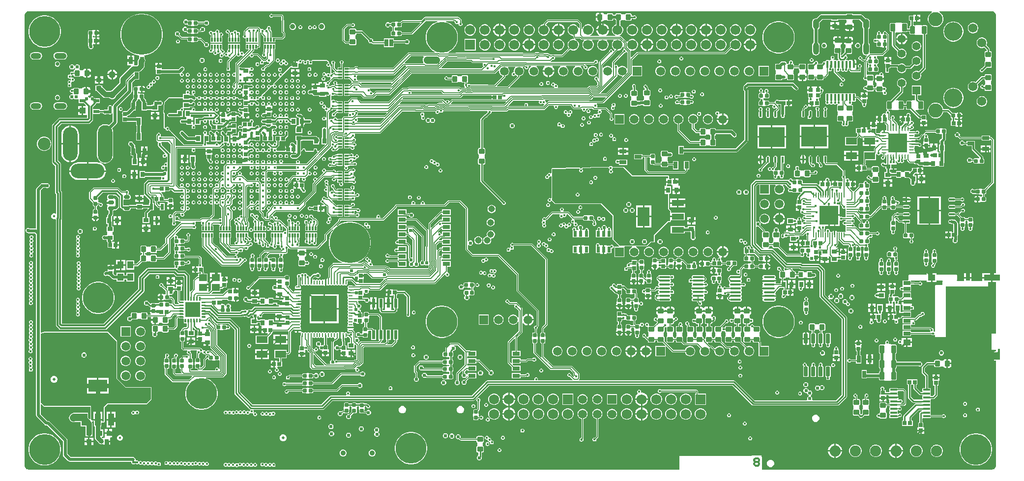
<source format=gbl>
G04*
G04 #@! TF.GenerationSoftware,Altium Limited,Altium Designer,24.10.1 (45)*
G04*
G04 Layer_Physical_Order=8*
G04 Layer_Color=16711680*
%FSLAX44Y44*%
%MOMM*%
G71*
G04*
G04 #@! TF.SameCoordinates,2A984072-E791-4F40-B98E-8DF9AE0FA605*
G04*
G04*
G04 #@! TF.FilePolarity,Positive*
G04*
G01*
G75*
%ADD13C,0.2540*%
%ADD16C,0.3048*%
%ADD18C,0.1270*%
%ADD19C,0.2032*%
%ADD20C,0.3810*%
G04:AMPARAMS|DCode=40|XSize=1mm|YSize=0.9mm|CornerRadius=0.1125mm|HoleSize=0mm|Usage=FLASHONLY|Rotation=270.000|XOffset=0mm|YOffset=0mm|HoleType=Round|Shape=RoundedRectangle|*
%AMROUNDEDRECTD40*
21,1,1.0000,0.6750,0,0,270.0*
21,1,0.7750,0.9000,0,0,270.0*
1,1,0.2250,-0.3375,-0.3875*
1,1,0.2250,-0.3375,0.3875*
1,1,0.2250,0.3375,0.3875*
1,1,0.2250,0.3375,-0.3875*
%
%ADD40ROUNDEDRECTD40*%
%ADD43R,0.7500X0.9500*%
%ADD46R,0.9500X0.7500*%
%ADD47R,0.6400X0.6400*%
G04:AMPARAMS|DCode=48|XSize=0.6mm|YSize=0.6mm|CornerRadius=0.06mm|HoleSize=0mm|Usage=FLASHONLY|Rotation=270.000|XOffset=0mm|YOffset=0mm|HoleType=Round|Shape=RoundedRectangle|*
%AMROUNDEDRECTD48*
21,1,0.6000,0.4800,0,0,270.0*
21,1,0.4800,0.6000,0,0,270.0*
1,1,0.1200,-0.2400,-0.2400*
1,1,0.1200,-0.2400,0.2400*
1,1,0.1200,0.2400,0.2400*
1,1,0.1200,0.2400,-0.2400*
%
%ADD48ROUNDEDRECTD48*%
%ADD51R,0.6000X1.5500*%
%ADD59R,0.6400X0.6400*%
G04:AMPARAMS|DCode=68|XSize=0.6mm|YSize=0.6mm|CornerRadius=0.06mm|HoleSize=0mm|Usage=FLASHONLY|Rotation=180.000|XOffset=0mm|YOffset=0mm|HoleType=Round|Shape=RoundedRectangle|*
%AMROUNDEDRECTD68*
21,1,0.6000,0.4800,0,0,180.0*
21,1,0.4800,0.6000,0,0,180.0*
1,1,0.1200,-0.2400,0.2400*
1,1,0.1200,0.2400,0.2400*
1,1,0.1200,0.2400,-0.2400*
1,1,0.1200,-0.2400,-0.2400*
%
%ADD68ROUNDEDRECTD68*%
%ADD70R,0.6350X1.2700*%
G04:AMPARAMS|DCode=123|XSize=1mm|YSize=1.8mm|CornerRadius=0.5mm|HoleSize=0mm|Usage=FLASHONLY|Rotation=270.000|XOffset=0mm|YOffset=0mm|HoleType=Round|Shape=RoundedRectangle|*
%AMROUNDEDRECTD123*
21,1,1.0000,0.8000,0,0,270.0*
21,1,0.0000,1.8000,0,0,270.0*
1,1,1.0000,-0.4000,0.0000*
1,1,1.0000,-0.4000,0.0000*
1,1,1.0000,0.4000,0.0000*
1,1,1.0000,0.4000,0.0000*
%
%ADD123ROUNDEDRECTD123*%
G04:AMPARAMS|DCode=124|XSize=1mm|YSize=2.1mm|CornerRadius=0.5mm|HoleSize=0mm|Usage=FLASHONLY|Rotation=270.000|XOffset=0mm|YOffset=0mm|HoleType=Round|Shape=RoundedRectangle|*
%AMROUNDEDRECTD124*
21,1,1.0000,1.1000,0,0,270.0*
21,1,0.0000,2.1000,0,0,270.0*
1,1,1.0000,-0.5500,0.0000*
1,1,1.0000,-0.5500,0.0000*
1,1,1.0000,0.5500,0.0000*
1,1,1.0000,0.5500,0.0000*
%
%ADD124ROUNDEDRECTD124*%
%ADD125C,0.6500*%
%ADD127C,0.9000*%
%ADD130C,1.3900*%
%ADD135C,1.5700*%
%ADD138C,3.2000*%
%ADD139R,1.3900X1.3900*%
%ADD140C,2.4500*%
G04:AMPARAMS|DCode=141|XSize=1mm|YSize=1.8mm|CornerRadius=0.5mm|HoleSize=0mm|Usage=FLASHONLY|Rotation=180.000|XOffset=0mm|YOffset=0mm|HoleType=Round|Shape=RoundedRectangle|*
%AMROUNDEDRECTD141*
21,1,1.0000,0.8000,0,0,180.0*
21,1,0.0000,1.8000,0,0,180.0*
1,1,1.0000,0.0000,0.4000*
1,1,1.0000,0.0000,0.4000*
1,1,1.0000,0.0000,-0.4000*
1,1,1.0000,0.0000,-0.4000*
%
%ADD141ROUNDEDRECTD141*%
G04:AMPARAMS|DCode=142|XSize=1mm|YSize=2.1mm|CornerRadius=0.5mm|HoleSize=0mm|Usage=FLASHONLY|Rotation=180.000|XOffset=0mm|YOffset=0mm|HoleType=Round|Shape=RoundedRectangle|*
%AMROUNDEDRECTD142*
21,1,1.0000,1.1000,0,0,180.0*
21,1,0.0000,2.1000,0,0,180.0*
1,1,1.0000,0.0000,0.5500*
1,1,1.0000,0.0000,0.5500*
1,1,1.0000,0.0000,-0.5500*
1,1,1.0000,0.0000,-0.5500*
%
%ADD142ROUNDEDRECTD142*%
%ADD145C,0.5080*%
%ADD146C,1.2700*%
%ADD147C,0.1524*%
%ADD148C,0.6350*%
%ADD149C,0.7620*%
%ADD150C,0.4750*%
%ADD151C,0.3750*%
G04:AMPARAMS|DCode=152|XSize=5.8mm|YSize=2.5mm|CornerRadius=1.25mm|HoleSize=0mm|Usage=FLASHONLY|Rotation=0.000|XOffset=0mm|YOffset=0mm|HoleType=Round|Shape=RoundedRectangle|*
%AMROUNDEDRECTD152*
21,1,5.8000,0.0000,0,0,0.0*
21,1,3.3000,2.5000,0,0,0.0*
1,1,2.5000,1.6500,0.0000*
1,1,2.5000,-1.6500,0.0000*
1,1,2.5000,-1.6500,0.0000*
1,1,2.5000,1.6500,0.0000*
%
%ADD152ROUNDEDRECTD152*%
G04:AMPARAMS|DCode=153|XSize=5.8mm|YSize=2.5mm|CornerRadius=1.25mm|HoleSize=0mm|Usage=FLASHONLY|Rotation=270.000|XOffset=0mm|YOffset=0mm|HoleType=Round|Shape=RoundedRectangle|*
%AMROUNDEDRECTD153*
21,1,5.8000,0.0000,0,0,270.0*
21,1,3.3000,2.5000,0,0,270.0*
1,1,2.5000,0.0000,-1.6500*
1,1,2.5000,0.0000,1.6500*
1,1,2.5000,0.0000,1.6500*
1,1,2.5000,0.0000,-1.6500*
%
%ADD153ROUNDEDRECTD153*%
G04:AMPARAMS|DCode=154|XSize=6.5mm|YSize=2.5mm|CornerRadius=1.25mm|HoleSize=0mm|Usage=FLASHONLY|Rotation=270.000|XOffset=0mm|YOffset=0mm|HoleType=Round|Shape=RoundedRectangle|*
%AMROUNDEDRECTD154*
21,1,6.5000,0.0000,0,0,270.0*
21,1,4.0000,2.5000,0,0,270.0*
1,1,2.5000,0.0000,-2.0000*
1,1,2.5000,0.0000,2.0000*
1,1,2.5000,0.0000,2.0000*
1,1,2.5000,0.0000,-2.0000*
%
%ADD154ROUNDEDRECTD154*%
%ADD155C,2.2000*%
%ADD156C,1.5000*%
%ADD157R,1.5000X1.5000*%
%ADD158C,0.3556*%
%ADD159C,5.3000*%
%ADD160C,7.0000*%
%ADD161R,1.5000X1.5000*%
%ADD162C,0.6000*%
%ADD163C,1.7000*%
%ADD164C,1.9000*%
%ADD165C,1.7272*%
%ADD166C,1.2000*%
%ADD167R,1.7000X1.7000*%
%ADD168R,1.6764X1.6764*%
%ADD169C,0.4064*%
%ADD170C,0.6096*%
%ADD171C,1.1430*%
%ADD172C,0.6000*%
%ADD173C,0.5000*%
%ADD174C,0.8890*%
%ADD175R,1.0000X1.0000*%
%ADD176R,1.0000X0.6000*%
%ADD177R,1.2700X0.7600*%
%ADD178R,0.6500X1.2000*%
G04:AMPARAMS|DCode=179|XSize=1mm|YSize=0.9mm|CornerRadius=0.1125mm|HoleSize=0mm|Usage=FLASHONLY|Rotation=0.000|XOffset=0mm|YOffset=0mm|HoleType=Round|Shape=RoundedRectangle|*
%AMROUNDEDRECTD179*
21,1,1.0000,0.6750,0,0,0.0*
21,1,0.7750,0.9000,0,0,0.0*
1,1,0.2250,0.3875,-0.3375*
1,1,0.2250,-0.3875,-0.3375*
1,1,0.2250,-0.3875,0.3375*
1,1,0.2250,0.3875,0.3375*
%
%ADD179ROUNDEDRECTD179*%
G04:AMPARAMS|DCode=180|XSize=1.0611mm|YSize=0.3925mm|CornerRadius=0.1962mm|HoleSize=0mm|Usage=FLASHONLY|Rotation=0.000|XOffset=0mm|YOffset=0mm|HoleType=Round|Shape=RoundedRectangle|*
%AMROUNDEDRECTD180*
21,1,1.0611,0.0000,0,0,0.0*
21,1,0.6686,0.3925,0,0,0.0*
1,1,0.3925,0.3343,0.0000*
1,1,0.3925,-0.3343,0.0000*
1,1,0.3925,-0.3343,0.0000*
1,1,0.3925,0.3343,0.0000*
%
%ADD180ROUNDEDRECTD180*%
%ADD181R,1.0611X0.3925*%
%ADD182R,3.5000X4.4000*%
%ADD183R,0.3000X0.6500*%
%ADD184R,1.1000X1.3000*%
%ADD185R,0.6500X0.3000*%
%ADD186R,1.4000X1.2000*%
%ADD187R,1.9000X1.2000*%
%ADD188R,1.2000X0.6500*%
%ADD189O,0.2500X0.7500*%
%ADD190O,0.7500X0.2500*%
%ADD191R,4.5000X4.5000*%
%ADD192R,0.6400X0.9200*%
%ADD193C,0.2520*%
%ADD194R,2.5000X2.5000*%
G04:AMPARAMS|DCode=195|XSize=0.4mm|YSize=1.2mm|CornerRadius=0.05mm|HoleSize=0mm|Usage=FLASHONLY|Rotation=90.000|XOffset=0mm|YOffset=0mm|HoleType=Round|Shape=RoundedRectangle|*
%AMROUNDEDRECTD195*
21,1,0.4000,1.1000,0,0,90.0*
21,1,0.3000,1.2000,0,0,90.0*
1,1,0.1000,0.5500,0.1500*
1,1,0.1000,0.5500,-0.1500*
1,1,0.1000,-0.5500,-0.1500*
1,1,0.1000,-0.5500,0.1500*
%
%ADD195ROUNDEDRECTD195*%
G04:AMPARAMS|DCode=196|XSize=1.3mm|YSize=0.8mm|CornerRadius=0.1mm|HoleSize=0mm|Usage=FLASHONLY|Rotation=90.000|XOffset=0mm|YOffset=0mm|HoleType=Round|Shape=RoundedRectangle|*
%AMROUNDEDRECTD196*
21,1,1.3000,0.6000,0,0,90.0*
21,1,1.1000,0.8000,0,0,90.0*
1,1,0.2000,0.3000,0.5500*
1,1,0.2000,0.3000,-0.5500*
1,1,0.2000,-0.3000,-0.5500*
1,1,0.2000,-0.3000,0.5500*
%
%ADD196ROUNDEDRECTD196*%
%ADD197R,0.6000X1.0000*%
G04:AMPARAMS|DCode=198|XSize=1.05mm|YSize=0.6mm|CornerRadius=0.15mm|HoleSize=0mm|Usage=FLASHONLY|Rotation=180.000|XOffset=0mm|YOffset=0mm|HoleType=Round|Shape=RoundedRectangle|*
%AMROUNDEDRECTD198*
21,1,1.0500,0.3000,0,0,180.0*
21,1,0.7500,0.6000,0,0,180.0*
1,1,0.3000,-0.3750,0.1500*
1,1,0.3000,0.3750,0.1500*
1,1,0.3000,0.3750,-0.1500*
1,1,0.3000,-0.3750,-0.1500*
%
%ADD198ROUNDEDRECTD198*%
%ADD199O,2.0000X0.3500*%
G04:AMPARAMS|DCode=200|XSize=0.4mm|YSize=1.2mm|CornerRadius=0.05mm|HoleSize=0mm|Usage=FLASHONLY|Rotation=180.000|XOffset=0mm|YOffset=0mm|HoleType=Round|Shape=RoundedRectangle|*
%AMROUNDEDRECTD200*
21,1,0.4000,1.1000,0,0,180.0*
21,1,0.3000,1.2000,0,0,180.0*
1,1,0.1000,-0.1500,0.5500*
1,1,0.1000,0.1500,0.5500*
1,1,0.1000,0.1500,-0.5500*
1,1,0.1000,-0.1500,-0.5500*
%
%ADD200ROUNDEDRECTD200*%
G04:AMPARAMS|DCode=201|XSize=0.8078mm|YSize=0.2393mm|CornerRadius=0.1196mm|HoleSize=0mm|Usage=FLASHONLY|Rotation=180.000|XOffset=0mm|YOffset=0mm|HoleType=Round|Shape=RoundedRectangle|*
%AMROUNDEDRECTD201*
21,1,0.8078,0.0000,0,0,180.0*
21,1,0.5686,0.2393,0,0,180.0*
1,1,0.2393,-0.2843,0.0000*
1,1,0.2393,0.2843,0.0000*
1,1,0.2393,0.2843,0.0000*
1,1,0.2393,-0.2843,0.0000*
%
%ADD201ROUNDEDRECTD201*%
G04:AMPARAMS|DCode=202|XSize=0.2393mm|YSize=0.8078mm|CornerRadius=0.1196mm|HoleSize=0mm|Usage=FLASHONLY|Rotation=180.000|XOffset=0mm|YOffset=0mm|HoleType=Round|Shape=RoundedRectangle|*
%AMROUNDEDRECTD202*
21,1,0.2393,0.5686,0,0,180.0*
21,1,0.0000,0.8078,0,0,180.0*
1,1,0.2393,0.0000,0.2843*
1,1,0.2393,0.0000,0.2843*
1,1,0.2393,0.0000,-0.2843*
1,1,0.2393,0.0000,-0.2843*
%
%ADD202ROUNDEDRECTD202*%
%ADD203R,3.2000X3.2000*%
%ADD204R,4.4000X3.5000*%
G04:AMPARAMS|DCode=205|XSize=1.0611mm|YSize=0.3925mm|CornerRadius=0.1962mm|HoleSize=0mm|Usage=FLASHONLY|Rotation=90.000|XOffset=0mm|YOffset=0mm|HoleType=Round|Shape=RoundedRectangle|*
%AMROUNDEDRECTD205*
21,1,1.0611,0.0000,0,0,90.0*
21,1,0.6686,0.3925,0,0,90.0*
1,1,0.3925,0.0000,0.3343*
1,1,0.3925,0.0000,-0.3343*
1,1,0.3925,0.0000,-0.3343*
1,1,0.3925,0.0000,0.3343*
%
%ADD205ROUNDEDRECTD205*%
%ADD206R,2.8000X1.0000*%
%ADD207R,0.8000X1.0000*%
%ADD208R,1.2000X1.0000*%
%ADD209R,3.2000X3.2000*%
%ADD210R,0.2000X0.8500*%
%ADD211R,0.9500X0.8000*%
%ADD212C,1.1447*%
%ADD213R,1.2000X0.7000*%
%ADD214R,2.1500X1.0000*%
G04:AMPARAMS|DCode=215|XSize=0.65mm|YSize=1.65mm|CornerRadius=0.0488mm|HoleSize=0mm|Usage=FLASHONLY|Rotation=0.000|XOffset=0mm|YOffset=0mm|HoleType=Round|Shape=RoundedRectangle|*
%AMROUNDEDRECTD215*
21,1,0.6500,1.5525,0,0,0.0*
21,1,0.5525,1.6500,0,0,0.0*
1,1,0.0975,0.2763,-0.7763*
1,1,0.0975,-0.2763,-0.7763*
1,1,0.0975,-0.2763,0.7763*
1,1,0.0975,0.2763,0.7763*
%
%ADD215ROUNDEDRECTD215*%
%ADD216R,1.0000X2.1500*%
%ADD217R,2.1500X3.2500*%
%ADD218R,0.3925X1.0611*%
%ADD219R,0.8078X0.2393*%
%ADD220R,0.8500X0.2000*%
%ADD221R,3.2500X2.1500*%
%ADD222R,0.9200X0.6400*%
%ADD223C,0.5000*%
G36*
X1306619Y94401D02*
X1306959Y93131D01*
X1304998Y91999D01*
X1302481Y89481D01*
X1300701Y86398D01*
X1299780Y82960D01*
Y79400D01*
X1300701Y75961D01*
X1302481Y72878D01*
X1304998Y70361D01*
X1308082Y68581D01*
X1311520Y67660D01*
X1315080D01*
X1318519Y68581D01*
X1321601Y70361D01*
X1324119Y72878D01*
X1325899Y75961D01*
X1326820Y79400D01*
Y82960D01*
X1325899Y86398D01*
X1324119Y89481D01*
X1321601Y91999D01*
X1319641Y93131D01*
X1319981Y94401D01*
X1409900D01*
X1410641D01*
X1412094Y94112D01*
X1413462Y93545D01*
X1414694Y92722D01*
X1415742Y91674D01*
X1416565Y90442D01*
X1417132Y89074D01*
X1417421Y87621D01*
Y86880D01*
Y-357034D01*
X1411220D01*
Y-364574D01*
Y-372114D01*
X1417421D01*
Y-460699D01*
X1410450D01*
X1409478Y-461101D01*
X1409075Y-462074D01*
Y-487574D01*
X1409478Y-488546D01*
X1410450Y-488948D01*
X1417421D01*
Y-491451D01*
X1416503D01*
X1414401Y-492014D01*
X1412566Y-493074D01*
X1418950D01*
X1420450Y-491574D01*
Y-487574D01*
X1423950D01*
Y-506074D01*
X1412264D01*
X1412517Y-506327D01*
X1414401Y-507415D01*
X1416503Y-507978D01*
X1417421D01*
Y-687720D01*
Y-688461D01*
X1417132Y-689914D01*
X1416565Y-691282D01*
X1415742Y-692514D01*
X1414694Y-693562D01*
X1413462Y-694385D01*
X1412094Y-694952D01*
X1410641Y-695241D01*
X1409900D01*
X1013968Y-695241D01*
Y-673862D01*
X1013430Y-673324D01*
Y-671358D01*
X996330D01*
Y-672084D01*
X872236D01*
X871534Y-695241D01*
X-248380Y-695240D01*
X-248381Y-695241D01*
X-248382Y-695240D01*
X-248703Y-695241D01*
X-249441D01*
X-250894Y-694952D01*
X-252262Y-694385D01*
X-253494Y-693562D01*
X-254542Y-692514D01*
X-255365Y-691282D01*
X-255932Y-689914D01*
X-256221Y-688461D01*
Y-687720D01*
Y86880D01*
Y87621D01*
X-255932Y89074D01*
X-255365Y90442D01*
X-254542Y91674D01*
X-253494Y92722D01*
X-252262Y93545D01*
X-250894Y94112D01*
X-249441Y94401D01*
X-248880Y94401D01*
X-248879Y94401D01*
X1306619Y94401D01*
D02*
G37*
%LPC*%
G36*
X733830Y92192D02*
X731725D01*
X730295Y91907D01*
X729083Y91097D01*
X728273Y89885D01*
X727988Y88455D01*
Y85850D01*
X733830D01*
Y92192D01*
D02*
G37*
G36*
X1286340Y88320D02*
X1281870D01*
Y83850D01*
X1286340D01*
Y88320D01*
D02*
G37*
G36*
X1168715Y90537D02*
X1160965D01*
X1160031Y90351D01*
X1159238Y89822D01*
X1158764Y89112D01*
X1116338D01*
X1114603Y88767D01*
X1113133Y87785D01*
X1113133Y87785D01*
X1107710Y82362D01*
X1106900Y82523D01*
X1104454Y82036D01*
X1102380Y80650D01*
X1100994Y78576D01*
X1100507Y76130D01*
Y68130D01*
X1100994Y65684D01*
X1102380Y63610D01*
X1103056Y63158D01*
Y40802D01*
X1102380Y40350D01*
X1100994Y38277D01*
X1100507Y35830D01*
Y24830D01*
X1100994Y22384D01*
X1102380Y20310D01*
X1104454Y18924D01*
X1106900Y18437D01*
X1109346Y18924D01*
X1111420Y20310D01*
X1112806Y22384D01*
X1113293Y24830D01*
Y35830D01*
X1112806Y38277D01*
X1111420Y40350D01*
X1110744Y40802D01*
Y63158D01*
X1111420Y63610D01*
X1112806Y65684D01*
X1113293Y68130D01*
Y75126D01*
X1118215Y80048D01*
X1133420D01*
Y78200D01*
X1145460D01*
Y80048D01*
X1158951D01*
X1159238Y79618D01*
X1159840Y79216D01*
Y74608D01*
X1159535Y74547D01*
X1158323Y73737D01*
X1157513Y72525D01*
X1157228Y71095D01*
Y68990D01*
X1164840D01*
X1172452D01*
Y71095D01*
X1172167Y72525D01*
X1171357Y73737D01*
X1170145Y74547D01*
X1169840Y74608D01*
Y79216D01*
X1170442Y79618D01*
X1170729Y80048D01*
X1181985D01*
X1186907Y75126D01*
Y68130D01*
X1187394Y65684D01*
X1188768Y63627D01*
Y40333D01*
X1187394Y38277D01*
X1186907Y35830D01*
Y24830D01*
X1187394Y22384D01*
X1188780Y20310D01*
X1190854Y18924D01*
X1193300Y18437D01*
X1194519Y18680D01*
X1195144Y17509D01*
X1193164Y15528D01*
X1192742Y14898D01*
X1192595Y14155D01*
Y12754D01*
X1191102Y11261D01*
X1191019D01*
X1190763Y11432D01*
X1190020Y11580D01*
X1188576D01*
X1186830Y13326D01*
Y14538D01*
X1186327Y15752D01*
X1185398Y16681D01*
X1184184Y17184D01*
X1182871D01*
X1181657Y16681D01*
X1180728Y15752D01*
X1180226Y14538D01*
Y13225D01*
X1180728Y12011D01*
X1181657Y11082D01*
X1182871Y10580D01*
X1184083D01*
X1186397Y8265D01*
X1187028Y7843D01*
X1187771Y7696D01*
X1189215D01*
X1190155Y6756D01*
Y-17962D01*
X1189298Y-18819D01*
X1188796Y-20033D01*
Y-21346D01*
X1189298Y-22560D01*
X1190227Y-23489D01*
X1191441Y-23992D01*
X1192755D01*
X1192813Y-23967D01*
X1193003Y-23982D01*
X1194221Y-24759D01*
X1194269Y-24999D01*
X1194798Y-25791D01*
X1195400Y-26193D01*
Y-32186D01*
X1194798Y-32588D01*
X1194269Y-33380D01*
X1194221Y-33620D01*
X1193003Y-34397D01*
X1192813Y-34412D01*
X1192755Y-34387D01*
X1191441D01*
X1190227Y-34890D01*
X1189298Y-35819D01*
X1188796Y-37032D01*
Y-38346D01*
X1189298Y-39560D01*
X1190227Y-40489D01*
X1191441Y-40991D01*
X1192755D01*
X1192813Y-40967D01*
X1193029Y-40984D01*
X1194185Y-41575D01*
X1194269Y-41999D01*
X1194798Y-42791D01*
X1195591Y-43320D01*
X1196525Y-43506D01*
X1204275D01*
X1205210Y-43320D01*
X1206002Y-42791D01*
X1206531Y-41999D01*
X1206717Y-41065D01*
Y-40902D01*
X1210102D01*
Y-42335D01*
X1210287Y-43270D01*
X1210817Y-44062D01*
X1211609Y-44591D01*
X1212543Y-44777D01*
X1220294D01*
X1221228Y-44591D01*
X1221421Y-44462D01*
X1222447Y-45304D01*
X1222240Y-45803D01*
Y-47117D01*
X1222743Y-48330D01*
X1223672Y-49259D01*
X1224886Y-49762D01*
X1226199D01*
X1227413Y-49259D01*
X1228342Y-48330D01*
X1228844Y-47117D01*
Y-45803D01*
X1228342Y-44590D01*
X1227413Y-43661D01*
X1226366Y-43227D01*
X1226216Y-42642D01*
X1226240Y-41905D01*
X1226591Y-41759D01*
X1227520Y-40830D01*
X1228023Y-39617D01*
Y-38303D01*
X1227520Y-37089D01*
X1226591Y-36161D01*
X1225378Y-35658D01*
X1224064D01*
X1224006Y-35682D01*
X1223816Y-35668D01*
X1222597Y-34891D01*
X1222550Y-34650D01*
X1222020Y-33858D01*
X1221419Y-33456D01*
Y-28848D01*
X1221724Y-28787D01*
X1222936Y-27977D01*
X1223746Y-26765D01*
X1224030Y-25335D01*
Y-23230D01*
X1208807D01*
Y-25335D01*
X1209091Y-26765D01*
X1209901Y-27977D01*
X1211114Y-28787D01*
X1211419Y-28848D01*
Y-33456D01*
X1210817Y-33858D01*
X1210287Y-34650D01*
X1210102Y-35585D01*
Y-37018D01*
X1206717D01*
Y-34314D01*
X1206531Y-33380D01*
X1206002Y-32588D01*
X1205400Y-32186D01*
Y-26193D01*
X1206002Y-25791D01*
X1206531Y-24999D01*
X1206717Y-24065D01*
Y-17314D01*
X1206531Y-16380D01*
X1206002Y-15588D01*
X1205210Y-15058D01*
X1204275Y-14873D01*
X1196525D01*
X1195591Y-15058D01*
X1195310Y-15246D01*
X1194040Y-14611D01*
Y7560D01*
X1193892Y8303D01*
X1193790Y8456D01*
X1194903Y9569D01*
X1196173Y9043D01*
Y5828D01*
X1196319Y5099D01*
X1196732Y4480D01*
X1197044Y4272D01*
X1197411Y3603D01*
X1197525Y2737D01*
X1197178Y1899D01*
Y585D01*
X1197264Y379D01*
X1197348Y-868D01*
X1196732Y-1312D01*
X1196319Y-1930D01*
X1196173Y-2660D01*
Y-7460D01*
X1196319Y-8190D01*
X1196732Y-8808D01*
X1197350Y-9222D01*
X1198080Y-9367D01*
X1202787D01*
X1203480Y-10060D01*
X1207480D01*
X1208173Y-9367D01*
X1212880D01*
X1213610Y-9222D01*
X1214228Y-8808D01*
X1214641Y-8190D01*
X1214787Y-7460D01*
Y-2660D01*
X1214641Y-1930D01*
X1214228Y-1312D01*
X1213610Y-899D01*
X1213155Y-808D01*
X1212668Y65D01*
X1212554Y501D01*
Y1815D01*
X1212208Y2652D01*
X1212818Y3922D01*
X1212880D01*
X1213610Y4067D01*
X1214228Y4480D01*
X1214641Y5099D01*
X1214787Y5828D01*
Y10628D01*
X1214641Y11358D01*
X1214228Y11977D01*
X1213610Y12390D01*
X1213083Y12495D01*
X1212683Y13223D01*
X1212517Y13805D01*
X1212545Y13874D01*
Y15187D01*
X1212043Y16401D01*
X1212602Y17638D01*
X1221600D01*
X1222343Y17786D01*
X1222973Y18207D01*
X1231998Y27232D01*
X1232419Y27862D01*
X1232567Y28605D01*
Y53819D01*
X1232419Y54562D01*
X1231998Y55192D01*
X1229229Y57961D01*
X1228839Y58222D01*
X1228520Y58993D01*
X1227591Y59921D01*
X1226377Y60424D01*
X1225063D01*
X1223850Y59921D01*
X1222921Y58993D01*
X1222418Y57779D01*
Y56465D01*
X1221987Y55820D01*
X1219454D01*
X1219022Y56465D01*
Y57779D01*
X1218520Y58993D01*
X1217591Y59921D01*
X1216377Y60424D01*
X1215063D01*
X1213850Y59921D01*
X1212921Y58993D01*
X1212418Y57779D01*
Y56465D01*
X1212504Y56259D01*
X1212588Y55012D01*
X1211972Y54568D01*
X1211559Y53950D01*
X1211413Y53220D01*
Y48420D01*
X1211530Y47835D01*
X1211180Y47360D01*
X1210594Y46848D01*
X1209900Y47136D01*
X1208586D01*
X1207373Y46633D01*
X1206444Y45704D01*
X1205941Y44490D01*
Y43177D01*
X1206444Y41963D01*
X1207373Y41034D01*
X1208586Y40532D01*
X1209900D01*
X1210268Y40684D01*
X1211064Y40161D01*
X1211413Y39784D01*
Y35131D01*
X1211559Y34402D01*
X1211972Y33783D01*
X1212590Y33370D01*
X1213320Y33225D01*
X1218027D01*
X1218720Y32531D01*
X1221559D01*
X1222095Y32174D01*
X1223320Y31930D01*
X1224450D01*
Y37531D01*
X1226990D01*
Y31930D01*
X1228120D01*
X1228683Y31468D01*
Y29409D01*
X1220796Y21522D01*
X1200158D01*
X1199727Y21913D01*
X1199265Y22678D01*
X1199693Y24830D01*
Y35830D01*
X1199206Y38277D01*
X1197832Y40333D01*
Y63627D01*
X1199206Y65684D01*
X1199693Y68130D01*
Y76130D01*
X1199206Y78576D01*
X1197820Y80650D01*
X1195746Y82036D01*
X1193300Y82523D01*
X1192490Y82362D01*
X1187067Y87785D01*
X1185597Y88767D01*
X1183862Y89112D01*
X1170916D01*
X1170442Y89822D01*
X1169650Y90351D01*
X1168715Y90537D01*
D02*
G37*
G36*
X733830Y83310D02*
X727988D01*
Y80705D01*
X728273Y79275D01*
X729083Y78063D01*
X730295Y77253D01*
X731725Y76968D01*
X733830D01*
Y83310D01*
D02*
G37*
G36*
X1286340Y81310D02*
X1281870D01*
Y76840D01*
X1286340D01*
Y81310D01*
D02*
G37*
G36*
X310537Y73914D02*
X309223D01*
X308010Y73411D01*
X307153Y72554D01*
X299720D01*
X299720Y72554D01*
X298977Y72407D01*
X298347Y71985D01*
X298347Y71985D01*
X291743Y65381D01*
X291322Y64751D01*
X291174Y64008D01*
Y44704D01*
X291322Y43961D01*
X291743Y43331D01*
X296061Y39013D01*
X296691Y38591D01*
X297434Y38444D01*
X302833D01*
Y38385D01*
X303019Y37450D01*
X303548Y36658D01*
X304340Y36129D01*
X305275Y35943D01*
X313025D01*
X313960Y36129D01*
X314752Y36658D01*
X315281Y37450D01*
X315467Y38385D01*
Y45135D01*
X315281Y46069D01*
X314752Y46862D01*
X314150Y47264D01*
Y53256D01*
X314752Y53658D01*
X315281Y54450D01*
X315467Y55385D01*
Y56170D01*
X323815D01*
X336032Y43953D01*
Y42438D01*
X336690Y40851D01*
X337904Y39637D01*
X339491Y38979D01*
X341209D01*
X342102Y39349D01*
X342713Y38738D01*
X343469Y38233D01*
X344361Y38055D01*
X362983D01*
Y32766D01*
X380111D01*
Y39066D01*
X399073D01*
X400144Y37995D01*
X401731Y37338D01*
X403449D01*
X405036Y37995D01*
X406251Y39210D01*
X406908Y40797D01*
Y42515D01*
X406251Y44102D01*
X405036Y45317D01*
X403449Y45974D01*
X401731D01*
X400144Y45317D01*
X399073Y44246D01*
X380111D01*
Y48006D01*
X362983D01*
Y42717D01*
X345326D01*
X344668Y43375D01*
Y44156D01*
X344011Y45743D01*
X342796Y46958D01*
X341209Y47615D01*
X339695D01*
X326719Y60591D01*
X325878Y61153D01*
X324887Y61350D01*
X315467D01*
Y62135D01*
X315281Y63069D01*
X314752Y63862D01*
X313960Y64391D01*
X313025Y64577D01*
X305275D01*
X304340Y64391D01*
X303548Y63862D01*
X303019Y63069D01*
X302833Y62135D01*
Y55385D01*
X303019Y54450D01*
X303548Y53658D01*
X304150Y53256D01*
Y47264D01*
X303548Y46862D01*
X303019Y46069D01*
X302833Y45135D01*
Y42328D01*
X298239D01*
X295058Y45508D01*
Y63204D01*
X300525Y68670D01*
X307153D01*
X308010Y67813D01*
X309223Y67310D01*
X310537D01*
X311750Y67813D01*
X312679Y68742D01*
X313182Y69955D01*
Y71269D01*
X312679Y72482D01*
X311750Y73411D01*
X310537Y73914D01*
D02*
G37*
G36*
X1146730Y75510D02*
X1140710D01*
Y70490D01*
X1146730D01*
Y75510D01*
D02*
G37*
G36*
X1138170D02*
X1132150D01*
Y70490D01*
X1138170D01*
Y75510D01*
D02*
G37*
G36*
X22957Y80518D02*
X21239D01*
X19652Y79861D01*
X18437Y78646D01*
X17780Y77059D01*
Y75341D01*
X18437Y73754D01*
X19652Y72539D01*
X21239Y71882D01*
X22957D01*
X23044Y71918D01*
X24390Y71210D01*
X24803Y70592D01*
X25422Y70178D01*
X26151Y70033D01*
X30858D01*
X31551Y69340D01*
X35552D01*
X36245Y70033D01*
X40951D01*
X41681Y70178D01*
X42300Y70592D01*
X42713Y71210D01*
X42858Y71940D01*
Y72480D01*
X53789D01*
X53997Y71976D01*
X55212Y70761D01*
X56799Y70104D01*
X58517D01*
X60104Y70761D01*
X61319Y71976D01*
X61976Y73563D01*
Y75281D01*
X61319Y76868D01*
X60104Y78083D01*
X58517Y78740D01*
X56799D01*
X55212Y78083D01*
X53997Y76868D01*
X53789Y76364D01*
X42858D01*
Y76740D01*
X42713Y77470D01*
X42300Y78088D01*
X41681Y78502D01*
X40951Y78647D01*
X36245D01*
X35552Y79340D01*
X31551D01*
X30858Y78647D01*
X26151D01*
X25788Y78574D01*
X25759Y78646D01*
X24544Y79861D01*
X22957Y80518D01*
D02*
G37*
G36*
X1279330Y88320D02*
X1274860D01*
Y87050D01*
X1266930D01*
Y78110D01*
X1269910D01*
Y70257D01*
X1269714Y70218D01*
X1268963Y69717D01*
X1268462Y68966D01*
X1268286Y68080D01*
Y65170D01*
X1264914D01*
Y72080D01*
X1264738Y72966D01*
X1264237Y73717D01*
X1263486Y74218D01*
X1262600Y74394D01*
X1256600D01*
X1255714Y74218D01*
X1255713Y74217D01*
X1254850Y75080D01*
X1244350D01*
X1243487Y74217D01*
X1243486Y74218D01*
X1242600Y74394D01*
X1236600D01*
X1235714Y74218D01*
X1234963Y73717D01*
X1234462Y72966D01*
X1234286Y72080D01*
Y61080D01*
X1234462Y60194D01*
X1234963Y59443D01*
X1235714Y58942D01*
X1236600Y58766D01*
X1238010D01*
Y35780D01*
X1238207Y34789D01*
X1238769Y33949D01*
X1247542Y25175D01*
X1247240Y24653D01*
X1246680Y22562D01*
Y20398D01*
X1247240Y18307D01*
X1248322Y16433D01*
X1249853Y14902D01*
X1251727Y13820D01*
X1253818Y13260D01*
X1255982D01*
X1258073Y13820D01*
X1259947Y14902D01*
X1261478Y16433D01*
X1262560Y18307D01*
X1263120Y20398D01*
Y22562D01*
X1262560Y24653D01*
X1261478Y26527D01*
X1259947Y28058D01*
X1258073Y29140D01*
X1255982Y29700D01*
X1253818D01*
X1251727Y29140D01*
X1251205Y28838D01*
X1243190Y36853D01*
Y57444D01*
X1244350Y58080D01*
X1254850D01*
X1255713Y58943D01*
X1255714Y58942D01*
X1256600Y58766D01*
X1262600D01*
X1263486Y58942D01*
X1264237Y59443D01*
X1264602Y59990D01*
X1268286D01*
Y57080D01*
X1268462Y56194D01*
X1268963Y55443D01*
X1269714Y54942D01*
X1270600Y54766D01*
X1276600D01*
X1277486Y54942D01*
X1277487Y54943D01*
X1278350Y54080D01*
X1288850D01*
X1289713Y54943D01*
X1289714Y54942D01*
X1290600Y54766D01*
X1291010D01*
Y-2247D01*
X1283996Y-9262D01*
X1283473Y-8960D01*
X1281382Y-8400D01*
X1279218D01*
X1277127Y-8960D01*
X1275253Y-10042D01*
X1273722Y-11573D01*
X1272640Y-13447D01*
X1272080Y-15538D01*
Y-17702D01*
X1272640Y-19793D01*
X1273722Y-21667D01*
X1275253Y-23198D01*
X1277127Y-24280D01*
X1279218Y-24840D01*
X1281382D01*
X1283473Y-24280D01*
X1285347Y-23198D01*
X1286878Y-21667D01*
X1287960Y-19793D01*
X1288520Y-17702D01*
Y-15538D01*
X1287960Y-13447D01*
X1287658Y-12924D01*
X1295431Y-5151D01*
X1295993Y-4311D01*
X1296190Y-3320D01*
Y54766D01*
X1296600D01*
X1297486Y54942D01*
X1298237Y55443D01*
X1298738Y56194D01*
X1298914Y57080D01*
Y68080D01*
X1298738Y68966D01*
X1298237Y69717D01*
X1297486Y70218D01*
X1296600Y70394D01*
X1290600D01*
X1289714Y70218D01*
X1289713Y70217D01*
X1288850Y71080D01*
X1278350D01*
X1277487Y70217D01*
X1277486Y70218D01*
X1276600Y70394D01*
X1275090D01*
Y76840D01*
X1279330D01*
Y82580D01*
Y88320D01*
D02*
G37*
G36*
X244243Y70358D02*
X242929D01*
X241716Y69855D01*
X240787Y68926D01*
X240284Y67713D01*
Y66399D01*
X240787Y65186D01*
X241716Y64257D01*
X242929Y63754D01*
X244243D01*
X245456Y64257D01*
X246385Y65186D01*
X246888Y66399D01*
Y67713D01*
X246385Y68926D01*
X245456Y69855D01*
X244243Y70358D01*
D02*
G37*
G36*
X219605D02*
X218291D01*
X217078Y69855D01*
X216149Y68926D01*
X215646Y67713D01*
Y66399D01*
X216149Y65186D01*
X217078Y64257D01*
X218291Y63754D01*
X219605D01*
X220818Y64257D01*
X221747Y65186D01*
X222250Y66399D01*
Y67713D01*
X221747Y68926D01*
X220818Y69855D01*
X219605Y70358D01*
D02*
G37*
G36*
X919153Y73320D02*
X918970D01*
Y63550D01*
X928740D01*
Y63733D01*
X927988Y66541D01*
X926534Y69059D01*
X924479Y71114D01*
X921961Y72568D01*
X919153Y73320D01*
D02*
G37*
G36*
X916430D02*
X916247D01*
X913439Y72568D01*
X910921Y71114D01*
X908866Y69059D01*
X907412Y66541D01*
X906660Y63733D01*
Y63550D01*
X916430D01*
Y73320D01*
D02*
G37*
G36*
X868353D02*
X868170D01*
Y63550D01*
X877940D01*
Y63733D01*
X877188Y66541D01*
X875734Y69059D01*
X873679Y71114D01*
X871161Y72568D01*
X868353Y73320D01*
D02*
G37*
G36*
X865630D02*
X865447D01*
X862639Y72568D01*
X860121Y71114D01*
X858066Y69059D01*
X856612Y66541D01*
X855860Y63733D01*
Y63550D01*
X865630D01*
Y73320D01*
D02*
G37*
G36*
X741353D02*
X741170D01*
Y63550D01*
X750940D01*
Y63733D01*
X750188Y66541D01*
X748734Y69059D01*
X746679Y71114D01*
X744161Y72568D01*
X741353Y73320D01*
D02*
G37*
G36*
X738630D02*
X738447D01*
X735639Y72568D01*
X733121Y71114D01*
X731066Y69059D01*
X729612Y66541D01*
X728860Y63733D01*
Y63550D01*
X738630D01*
Y73320D01*
D02*
G37*
G36*
X665153D02*
X664970D01*
Y63550D01*
X674740D01*
Y63733D01*
X673988Y66541D01*
X672534Y69059D01*
X670479Y71114D01*
X667961Y72568D01*
X665153Y73320D01*
D02*
G37*
G36*
X662430D02*
X662247D01*
X659439Y72568D01*
X656921Y71114D01*
X654866Y69059D01*
X653412Y66541D01*
X652660Y63733D01*
Y63550D01*
X662430D01*
Y73320D01*
D02*
G37*
G36*
X563553D02*
X563370D01*
Y63550D01*
X573140D01*
Y63733D01*
X572388Y66541D01*
X570934Y69059D01*
X568879Y71114D01*
X566361Y72568D01*
X563553Y73320D01*
D02*
G37*
G36*
X560830D02*
X560647D01*
X557839Y72568D01*
X555321Y71114D01*
X553266Y69059D01*
X551812Y66541D01*
X551060Y63733D01*
Y63550D01*
X560830D01*
Y73320D01*
D02*
G37*
G36*
X236369Y69850D02*
X235055D01*
X233842Y69347D01*
X232913Y68418D01*
X232410Y67205D01*
Y65891D01*
X232913Y64678D01*
X233842Y63749D01*
X235055Y63246D01*
X236369D01*
X237582Y63749D01*
X238511Y64678D01*
X239014Y65891D01*
Y67205D01*
X238511Y68418D01*
X237582Y69347D01*
X236369Y69850D01*
D02*
G37*
G36*
X1146730Y67950D02*
X1140710D01*
Y62930D01*
X1146730D01*
Y67950D01*
D02*
G37*
G36*
X1138170D02*
X1132150D01*
Y62930D01*
X1138170D01*
Y67950D01*
D02*
G37*
G36*
X257028Y73730D02*
X254732D01*
X252612Y72852D01*
X250988Y71228D01*
X250110Y69108D01*
Y66812D01*
X250988Y64692D01*
X252612Y63068D01*
X254732Y62190D01*
X257028D01*
X259148Y63068D01*
X260772Y64692D01*
X261650Y66812D01*
Y69108D01*
X260772Y71228D01*
X259148Y72852D01*
X257028Y73730D01*
D02*
G37*
G36*
X207028D02*
X204732D01*
X202612Y72852D01*
X200988Y71228D01*
X200110Y69108D01*
Y66812D01*
X200988Y64692D01*
X202612Y63068D01*
X204732Y62190D01*
X207028D01*
X209148Y63068D01*
X210772Y64692D01*
X211650Y66812D01*
Y69108D01*
X210772Y71228D01*
X209148Y72852D01*
X207028Y73730D01*
D02*
G37*
G36*
X1172452Y66450D02*
X1166110D01*
Y60608D01*
X1168715D01*
X1170145Y60893D01*
X1171357Y61703D01*
X1172167Y62915D01*
X1172452Y64345D01*
Y66450D01*
D02*
G37*
G36*
X1163570D02*
X1157228D01*
Y64345D01*
X1157513Y62915D01*
X1158323Y61703D01*
X1159535Y60893D01*
X1160965Y60608D01*
X1163570D01*
Y66450D01*
D02*
G37*
G36*
X21433Y67818D02*
X19715D01*
X18128Y67161D01*
X16913Y65946D01*
X16256Y64359D01*
Y62641D01*
X16913Y61054D01*
X18128Y59839D01*
X19715Y59182D01*
X21433D01*
X21937Y59391D01*
X22280Y59047D01*
X22281Y59047D01*
X22911Y58625D01*
X23654Y58478D01*
X24351Y57532D01*
X24399Y57290D01*
X24812Y56672D01*
X25430Y56259D01*
X26160Y56113D01*
X30867D01*
X31560Y55420D01*
X35560D01*
X36253Y56113D01*
X40960D01*
X41690Y56259D01*
X42308Y56672D01*
X42722Y57290D01*
X42867Y58020D01*
Y58478D01*
X47974D01*
X48717Y58625D01*
X49347Y59047D01*
X49437Y59137D01*
X49941Y58928D01*
X51659D01*
X53246Y59585D01*
X54461Y60800D01*
X55118Y62387D01*
Y64105D01*
X54461Y65692D01*
X53246Y66907D01*
X51659Y67564D01*
X49941D01*
X48354Y66907D01*
X47139Y65692D01*
X46482Y64105D01*
Y62387D01*
X46465Y62362D01*
X42867D01*
Y62820D01*
X42722Y63550D01*
X42308Y64168D01*
X41690Y64581D01*
X40960Y64727D01*
X36253D01*
X35560Y65420D01*
X31560D01*
X30867Y64727D01*
X26160D01*
X25430Y64581D01*
X24441Y65448D01*
X24235Y65946D01*
X23020Y67161D01*
X21433Y67818D01*
D02*
G37*
G36*
X76857Y62992D02*
X75543D01*
X74330Y62489D01*
X73401Y61560D01*
X72898Y60347D01*
Y60092D01*
X71777Y59182D01*
X70463D01*
X69250Y58679D01*
X67900Y59126D01*
X67799Y59370D01*
X66870Y60299D01*
X65657Y60802D01*
X64343D01*
X63130Y60299D01*
X62201Y59370D01*
X61698Y58157D01*
Y56843D01*
X62201Y55630D01*
X63130Y54701D01*
X64343Y54198D01*
X64878D01*
Y49700D01*
X64050D01*
Y40660D01*
X74590D01*
Y40660D01*
X84590D01*
Y49700D01*
X83762D01*
Y51538D01*
X84420Y51811D01*
X85349Y52740D01*
X85852Y53953D01*
Y55267D01*
X85349Y56480D01*
X84420Y57409D01*
X83207Y57912D01*
X81893D01*
X80840Y57476D01*
X80504Y57474D01*
X79367Y57893D01*
X79218Y58348D01*
X79502Y59033D01*
Y60347D01*
X78999Y61560D01*
X78070Y62489D01*
X76857Y62992D01*
D02*
G37*
G36*
X-130030Y62462D02*
X-131160D01*
Y58130D01*
X-126828D01*
Y59260D01*
X-127072Y60485D01*
X-127766Y61524D01*
X-128805Y62218D01*
X-130030Y62462D01*
D02*
G37*
G36*
X1378801Y74800D02*
X1376399D01*
X1374080Y74178D01*
X1372000Y72978D01*
X1370302Y71280D01*
X1369102Y69200D01*
X1368480Y66881D01*
Y64479D01*
X1369102Y62160D01*
X1370302Y60080D01*
X1372000Y58382D01*
X1374080Y57182D01*
X1376399Y56560D01*
X1378801D01*
X1381120Y57182D01*
X1383200Y58382D01*
X1384898Y60080D01*
X1386098Y62160D01*
X1386720Y64479D01*
Y66881D01*
X1386098Y69200D01*
X1384898Y71280D01*
X1383200Y72978D01*
X1381120Y74178D01*
X1378801Y74800D01*
D02*
G37*
G36*
X995186Y72050D02*
X992614D01*
X990129Y71384D01*
X987901Y70098D01*
X986082Y68279D01*
X984796Y66051D01*
X984130Y63566D01*
Y60994D01*
X984796Y58509D01*
X986082Y56281D01*
X987901Y54462D01*
X990129Y53176D01*
X992614Y52510D01*
X995186D01*
X997671Y53176D01*
X999899Y54462D01*
X1001718Y56281D01*
X1003004Y58509D01*
X1003670Y60994D01*
Y63566D01*
X1003004Y66051D01*
X1001718Y68279D01*
X999899Y70098D01*
X997671Y71384D01*
X995186Y72050D01*
D02*
G37*
G36*
X969786D02*
X967214D01*
X964729Y71384D01*
X962501Y70098D01*
X960682Y68279D01*
X959396Y66051D01*
X958730Y63566D01*
Y60994D01*
X959396Y58509D01*
X960682Y56281D01*
X962501Y54462D01*
X964729Y53176D01*
X967214Y52510D01*
X969786D01*
X972271Y53176D01*
X974499Y54462D01*
X976318Y56281D01*
X977604Y58509D01*
X978270Y60994D01*
Y63566D01*
X977604Y66051D01*
X976318Y68279D01*
X974499Y70098D01*
X972271Y71384D01*
X969786Y72050D01*
D02*
G37*
G36*
X944386D02*
X941814D01*
X939329Y71384D01*
X937101Y70098D01*
X935282Y68279D01*
X933996Y66051D01*
X933330Y63566D01*
Y60994D01*
X933996Y58509D01*
X935282Y56281D01*
X937101Y54462D01*
X939329Y53176D01*
X941814Y52510D01*
X944386D01*
X946871Y53176D01*
X949099Y54462D01*
X950918Y56281D01*
X952204Y58509D01*
X952870Y60994D01*
Y63566D01*
X952204Y66051D01*
X950918Y68279D01*
X949099Y70098D01*
X946871Y71384D01*
X944386Y72050D01*
D02*
G37*
G36*
X893586D02*
X891014D01*
X888529Y71384D01*
X886301Y70098D01*
X884482Y68279D01*
X883196Y66051D01*
X882530Y63566D01*
Y60994D01*
X883196Y58509D01*
X884482Y56281D01*
X886301Y54462D01*
X888529Y53176D01*
X891014Y52510D01*
X893586D01*
X896071Y53176D01*
X898299Y54462D01*
X900118Y56281D01*
X901404Y58509D01*
X902070Y60994D01*
Y63566D01*
X901404Y66051D01*
X900118Y68279D01*
X898299Y70098D01*
X896071Y71384D01*
X893586Y72050D01*
D02*
G37*
G36*
X842786D02*
X840214D01*
X837729Y71384D01*
X835501Y70098D01*
X833682Y68279D01*
X832396Y66051D01*
X831730Y63566D01*
Y60994D01*
X832396Y58509D01*
X833682Y56281D01*
X835501Y54462D01*
X837729Y53176D01*
X840214Y52510D01*
X842786D01*
X845271Y53176D01*
X847499Y54462D01*
X849318Y56281D01*
X850604Y58509D01*
X851270Y60994D01*
Y63566D01*
X850604Y66051D01*
X849318Y68279D01*
X847499Y70098D01*
X845271Y71384D01*
X842786Y72050D01*
D02*
G37*
G36*
X817386D02*
X814814D01*
X812329Y71384D01*
X810101Y70098D01*
X808282Y68279D01*
X806996Y66051D01*
X806330Y63566D01*
Y60994D01*
X806996Y58509D01*
X808282Y56281D01*
X810101Y54462D01*
X812329Y53176D01*
X814814Y52510D01*
X817386D01*
X819871Y53176D01*
X822099Y54462D01*
X823918Y56281D01*
X825204Y58509D01*
X825870Y60994D01*
Y63566D01*
X825204Y66051D01*
X823918Y68279D01*
X822099Y70098D01*
X819871Y71384D01*
X817386Y72050D01*
D02*
G37*
G36*
X791986D02*
X789414D01*
X786929Y71384D01*
X784701Y70098D01*
X782882Y68279D01*
X781596Y66051D01*
X780930Y63566D01*
Y60994D01*
X781596Y58509D01*
X782882Y56281D01*
X784701Y54462D01*
X786929Y53176D01*
X789414Y52510D01*
X791986D01*
X794471Y53176D01*
X796699Y54462D01*
X798518Y56281D01*
X799804Y58509D01*
X800470Y60994D01*
Y63566D01*
X799804Y66051D01*
X798518Y68279D01*
X796699Y70098D01*
X794471Y71384D01*
X791986Y72050D01*
D02*
G37*
G36*
X614186D02*
X611614D01*
X609129Y71384D01*
X606901Y70098D01*
X605082Y68279D01*
X603796Y66051D01*
X603130Y63566D01*
Y60994D01*
X603796Y58509D01*
X605082Y56281D01*
X606901Y54462D01*
X609129Y53176D01*
X611614Y52510D01*
X614186D01*
X616671Y53176D01*
X618899Y54462D01*
X620718Y56281D01*
X622004Y58509D01*
X622670Y60994D01*
Y63566D01*
X622004Y66051D01*
X620718Y68279D01*
X618899Y70098D01*
X616671Y71384D01*
X614186Y72050D01*
D02*
G37*
G36*
X588786D02*
X586214D01*
X583729Y71384D01*
X581501Y70098D01*
X579682Y68279D01*
X578396Y66051D01*
X577730Y63566D01*
Y60994D01*
X578396Y58509D01*
X579682Y56281D01*
X581501Y54462D01*
X583729Y53176D01*
X586214Y52510D01*
X588786D01*
X591271Y53176D01*
X593499Y54462D01*
X595318Y56281D01*
X596604Y58509D01*
X597270Y60994D01*
Y63566D01*
X596604Y66051D01*
X595318Y68279D01*
X593499Y70098D01*
X591271Y71384D01*
X588786Y72050D01*
D02*
G37*
G36*
X537986D02*
X535414D01*
X532929Y71384D01*
X530701Y70098D01*
X528882Y68279D01*
X527596Y66051D01*
X526930Y63566D01*
Y60994D01*
X527596Y58509D01*
X528882Y56281D01*
X530701Y54462D01*
X532929Y53176D01*
X535414Y52510D01*
X537986D01*
X540471Y53176D01*
X542699Y54462D01*
X544518Y56281D01*
X545804Y58509D01*
X546470Y60994D01*
Y63566D01*
X545804Y66051D01*
X544518Y68279D01*
X542699Y70098D01*
X540471Y71384D01*
X537986Y72050D01*
D02*
G37*
G36*
X512586D02*
X510014D01*
X507529Y71384D01*
X505301Y70098D01*
X503482Y68279D01*
X502196Y66051D01*
X501530Y63566D01*
Y60994D01*
X502196Y58509D01*
X503482Y56281D01*
X505301Y54462D01*
X507529Y53176D01*
X510014Y52510D01*
X512586D01*
X515071Y53176D01*
X517299Y54462D01*
X519118Y56281D01*
X520404Y58509D01*
X521070Y60994D01*
Y63566D01*
X520404Y66051D01*
X519118Y68279D01*
X517299Y70098D01*
X515071Y71384D01*
X512586Y72050D01*
D02*
G37*
G36*
X738475Y92192D02*
X736370D01*
Y84580D01*
Y76968D01*
X738475D01*
X739905Y77253D01*
X741117Y78063D01*
X741927Y79275D01*
X741988Y79580D01*
X746596D01*
X746998Y78978D01*
X747791Y78449D01*
X748725Y78263D01*
X755475D01*
X756410Y78449D01*
X757202Y78978D01*
X757731Y79770D01*
X757915Y80695D01*
X761285D01*
X761469Y79770D01*
X761998Y78978D01*
X762315Y78766D01*
Y71595D01*
X761529Y71384D01*
X759301Y70098D01*
X757482Y68279D01*
X756196Y66051D01*
X755530Y63566D01*
Y60994D01*
X756196Y58509D01*
X757482Y56281D01*
X759301Y54462D01*
X761529Y53176D01*
X762046Y53037D01*
X761879Y51767D01*
X746311D01*
X745971Y53037D01*
X746679Y53446D01*
X748734Y55501D01*
X750188Y58019D01*
X750940Y60827D01*
Y61010D01*
X728860D01*
Y60827D01*
X729612Y58019D01*
X731066Y55501D01*
X733121Y53446D01*
X733829Y53037D01*
X733488Y51767D01*
X717921D01*
X717754Y53037D01*
X718271Y53176D01*
X720499Y54462D01*
X722318Y56281D01*
X723604Y58509D01*
X724270Y60994D01*
Y63566D01*
X723604Y66051D01*
X722318Y68279D01*
X720499Y70098D01*
X718271Y71384D01*
X715786Y72050D01*
X713214D01*
X710729Y71384D01*
X708501Y70098D01*
X706682Y68279D01*
X705396Y66051D01*
X704730Y63566D01*
X703490Y63639D01*
Y73152D01*
X703490Y73152D01*
X703343Y73895D01*
X702921Y74525D01*
X702921Y74525D01*
X698095Y79351D01*
X697465Y79773D01*
X696722Y79920D01*
X644652D01*
X643909Y79773D01*
X643279Y79351D01*
X643279Y79351D01*
X638707Y74779D01*
X638285Y74149D01*
X638138Y73406D01*
Y72050D01*
X637014D01*
X634529Y71384D01*
X632301Y70098D01*
X630482Y68279D01*
X629196Y66051D01*
X628530Y63566D01*
Y60994D01*
X629196Y58509D01*
X630482Y56281D01*
X632301Y54462D01*
X634529Y53176D01*
X637014Y52510D01*
X639586D01*
X642071Y53176D01*
X644299Y54462D01*
X646118Y56281D01*
X647404Y58509D01*
X648070Y60994D01*
Y63566D01*
X647404Y66051D01*
X646118Y68279D01*
X644299Y70098D01*
X642071Y71384D01*
X642022Y71397D01*
Y72601D01*
X645456Y76036D01*
X695918D01*
X699606Y72347D01*
Y65727D01*
X698336Y65560D01*
X698204Y66051D01*
X696918Y68279D01*
X695099Y70098D01*
X692871Y71384D01*
X690386Y72050D01*
X687814D01*
X685329Y71384D01*
X683101Y70098D01*
X681282Y68279D01*
X679996Y66051D01*
X679330Y63566D01*
Y60994D01*
X679996Y58509D01*
X681282Y56281D01*
X683101Y54462D01*
X685329Y53176D01*
X687814Y52510D01*
X688938D01*
Y50546D01*
X689085Y49803D01*
X689507Y49173D01*
X690460Y48219D01*
X690513Y48049D01*
X690406Y46873D01*
X690241Y46650D01*
X689984Y46650D01*
X687814Y46650D01*
X685329Y45984D01*
X683101Y44698D01*
X681282Y42879D01*
X679996Y40651D01*
X679330Y38166D01*
Y35594D01*
X679996Y33109D01*
X680943Y31469D01*
X669195Y19722D01*
X656773D01*
X656424Y19956D01*
X655681Y20103D01*
X652419D01*
X651676Y19956D01*
X651327Y19722D01*
X649627D01*
X648672Y20677D01*
X648042Y21098D01*
X647299Y21246D01*
X646960D01*
X646640Y21566D01*
X646336Y21769D01*
X646036Y21976D01*
X646022Y21979D01*
X646010Y21988D01*
X645652Y22059D01*
X645295Y22135D01*
X631913Y22329D01*
X631747Y22398D01*
X630928Y23217D01*
X630928Y23217D01*
X630298Y23639D01*
X629555Y23786D01*
X624189D01*
X623446Y23639D01*
X622816Y23217D01*
X622816Y23217D01*
X622130Y22532D01*
X621990Y22473D01*
X584082Y23024D01*
X584068Y23022D01*
X584054Y23024D01*
X502310D01*
X502299Y23022D01*
X502287Y23024D01*
X495147Y22939D01*
X487807D01*
X487404Y22939D01*
X486899Y22987D01*
X486620Y22871D01*
X485447Y22823D01*
X474618Y22694D01*
X474176Y23176D01*
X474402Y24426D01*
X477155Y25829D01*
X480691Y28398D01*
X483782Y31489D01*
X486351Y35025D01*
X488335Y38920D01*
X489686Y43077D01*
X490370Y47394D01*
Y51765D01*
X489686Y56083D01*
X488335Y60240D01*
X486351Y64135D01*
X483782Y67671D01*
X480691Y70762D01*
X477155Y73331D01*
X473260Y75315D01*
X469480Y76544D01*
X469681Y77814D01*
X482336D01*
X482869Y77457D01*
X483612Y77310D01*
X484077D01*
X485140Y76247D01*
Y75035D01*
X485643Y73822D01*
X486572Y72893D01*
X487785Y72390D01*
X489099D01*
X490312Y72893D01*
X491490Y72274D01*
Y71733D01*
X491993Y70520D01*
X492922Y69591D01*
X494135Y69088D01*
X495449D01*
X496662Y69591D01*
X497591Y70520D01*
X498094Y71733D01*
Y73047D01*
X497591Y74260D01*
X496734Y75117D01*
Y79248D01*
X496586Y79991D01*
X496165Y80621D01*
X492609Y84177D01*
X491979Y84599D01*
X491236Y84746D01*
X433796D01*
X433053Y84599D01*
X432422Y84177D01*
X427149Y78904D01*
X394890D01*
X394147Y78756D01*
X393517Y78335D01*
X390894Y75713D01*
X387027D01*
X386334Y76406D01*
X382334D01*
X381641Y75713D01*
X376934D01*
X376204Y75567D01*
X375586Y75154D01*
X375173Y74536D01*
X375027Y73806D01*
Y73737D01*
X373314D01*
X372270Y74781D01*
X370683Y75438D01*
X368965D01*
X367378Y74781D01*
X366163Y73566D01*
X365506Y71979D01*
Y70261D01*
X366163Y68674D01*
X367378Y67459D01*
X368965Y66802D01*
X370683D01*
X372270Y67459D01*
X373485Y68674D01*
X373651Y69075D01*
X375027D01*
Y69006D01*
X375173Y68276D01*
X375586Y67658D01*
X376204Y67245D01*
X376934Y67099D01*
X377003D01*
Y60473D01*
X376934D01*
X376204Y60328D01*
X375586Y59914D01*
X375173Y59296D01*
X375027Y58566D01*
Y53766D01*
X375173Y53036D01*
X375586Y52418D01*
X376204Y52004D01*
X376934Y51859D01*
X381641D01*
X382334Y51166D01*
X386334D01*
X387027Y51859D01*
X391734D01*
X392464Y52004D01*
X393082Y52418D01*
X393495Y53036D01*
X393641Y53766D01*
Y54224D01*
X410750D01*
X411493Y54372D01*
X412123Y54793D01*
X435145Y77814D01*
X455519D01*
X455720Y76544D01*
X451940Y75315D01*
X448045Y73331D01*
X444509Y70762D01*
X441418Y67671D01*
X438849Y64135D01*
X436865Y60240D01*
X435514Y56083D01*
X434830Y51765D01*
Y47394D01*
X435514Y43077D01*
X436865Y38920D01*
X438849Y35025D01*
X441418Y31489D01*
X444509Y28398D01*
X448045Y25829D01*
X450309Y24675D01*
X450005Y23405D01*
X405003D01*
X405003Y23405D01*
X404260Y23258D01*
X403630Y22836D01*
X378145Y-2648D01*
X320080D01*
X318472Y-1040D01*
X317842Y-619D01*
X317099Y-471D01*
X313837D01*
X313094Y-619D01*
X312464Y-1040D01*
X310856Y-2648D01*
X303580D01*
Y-1820D01*
X294540D01*
Y-12360D01*
Y-22360D01*
X303331D01*
X307430Y-26458D01*
X307368Y-27857D01*
X307251Y-28076D01*
X304715Y-30612D01*
X303580Y-31030D01*
Y-31030D01*
X303580Y-31030D01*
X294540D01*
Y-41570D01*
Y-51570D01*
X303580D01*
Y-50742D01*
X322811D01*
X326772Y-54703D01*
X327402Y-55124D01*
X328146Y-55272D01*
X328146Y-55272D01*
X344704D01*
X345447Y-55124D01*
X346077Y-54703D01*
X350038Y-50742D01*
X372038D01*
X372781Y-50595D01*
X373411Y-50173D01*
X373493Y-50051D01*
X373737Y-49887D01*
X410634Y-12991D01*
X553847D01*
X554590Y-12844D01*
X555220Y-12422D01*
X560120Y-7523D01*
X561390Y-8049D01*
Y-9775D01*
X561988Y-12005D01*
X563142Y-14005D01*
X564775Y-15638D01*
X566775Y-16792D01*
X567097Y-16878D01*
X567476Y-18295D01*
X553424Y-32348D01*
X543371D01*
X543212Y-32241D01*
X542469Y-32094D01*
X512251D01*
X511394Y-31237D01*
X510181Y-30734D01*
X508867D01*
X507654Y-31237D01*
X506889Y-31084D01*
X506828Y-30938D01*
X505971Y-30080D01*
Y-28351D01*
X506585Y-28229D01*
X507378Y-27700D01*
X507907Y-26907D01*
X508093Y-25973D01*
Y-18223D01*
X507907Y-17289D01*
X507378Y-16496D01*
X506585Y-15967D01*
X505651Y-15781D01*
X498901D01*
X497966Y-15967D01*
X497174Y-16496D01*
X496772Y-17098D01*
X490780Y-17098D01*
X490378Y-16496D01*
X489585Y-15967D01*
X488651Y-15781D01*
X481901D01*
X480967Y-15967D01*
X480174Y-16496D01*
X479645Y-17289D01*
X479459Y-18223D01*
Y-19767D01*
X473543D01*
X473207Y-18958D01*
X472278Y-18029D01*
X471065Y-17526D01*
X469751D01*
X468538Y-18029D01*
X467609Y-18958D01*
X467106Y-20171D01*
Y-21485D01*
X467609Y-22698D01*
X468538Y-23627D01*
X469751Y-24130D01*
X470525D01*
X470706Y-24251D01*
X471598Y-24429D01*
X479459D01*
Y-25973D01*
X479645Y-26907D01*
X480174Y-27700D01*
X480967Y-28229D01*
X481901Y-28415D01*
X488651D01*
X489585Y-28229D01*
X490378Y-27700D01*
X490780Y-27098D01*
X496772D01*
X497174Y-27700D01*
X497966Y-28229D01*
X498901Y-28415D01*
X502086D01*
Y-30080D01*
X501229Y-30938D01*
X500726Y-32151D01*
Y-33465D01*
X501229Y-34678D01*
X502158Y-35607D01*
X502662Y-35816D01*
X502837Y-36285D01*
X501956Y-37555D01*
X495957D01*
X495002Y-36600D01*
X494372Y-36179D01*
X493629Y-36031D01*
X405749D01*
X405006Y-36179D01*
X404376Y-36600D01*
X403178Y-37798D01*
X395362D01*
X394619Y-37945D01*
X393989Y-38366D01*
X371051Y-61304D01*
X324400D01*
X318306Y-55209D01*
X317676Y-54788D01*
X316933Y-54640D01*
X316677D01*
X316337Y-54573D01*
X307235D01*
X306492Y-54721D01*
X305862Y-55142D01*
X301278Y-59725D01*
X301138Y-59935D01*
X300833Y-60240D01*
X294540D01*
Y-70780D01*
Y-80780D01*
X301882D01*
X302408Y-82050D01*
X302001Y-82458D01*
X301498Y-83671D01*
Y-84985D01*
X301705Y-85485D01*
X300898Y-86755D01*
X294335D01*
X293592Y-86903D01*
X292962Y-87324D01*
X291986Y-88299D01*
X291565Y-88929D01*
X291417Y-89672D01*
Y-90720D01*
X283040D01*
X281969Y-90239D01*
X281787Y-89800D01*
X280858Y-88871D01*
X279645Y-88369D01*
X278331D01*
X277118Y-88871D01*
X276189Y-89800D01*
X275686Y-91014D01*
Y-91220D01*
X274416Y-91746D01*
X274012Y-91343D01*
X272799Y-90840D01*
X271485D01*
X270271Y-91343D01*
X269343Y-92271D01*
X269105Y-92844D01*
X267835Y-92592D01*
Y-80642D01*
X271643Y-76835D01*
X272855D01*
X274068Y-76332D01*
X274997Y-75403D01*
X275184Y-74952D01*
X281127D01*
X281287Y-76216D01*
X280656Y-76637D01*
X280656Y-76637D01*
X276951Y-80342D01*
X275739D01*
X274526Y-80844D01*
X273597Y-81773D01*
X273094Y-82987D01*
Y-84300D01*
X273597Y-85514D01*
X274526Y-86443D01*
X275739Y-86946D01*
X277053D01*
X278267Y-86443D01*
X279195Y-85514D01*
X279698Y-84300D01*
Y-83089D01*
X281839Y-80947D01*
X283040Y-80780D01*
Y-80780D01*
X292080D01*
Y-70780D01*
Y-60240D01*
X283040D01*
X282718Y-60007D01*
X282609Y-59899D01*
X281979Y-59477D01*
X281236Y-59330D01*
X278802D01*
X278799Y-59324D01*
X277870Y-58395D01*
X276657Y-57892D01*
X275343D01*
X274130Y-58395D01*
X273409Y-59116D01*
X272427Y-58888D01*
X272139Y-58726D01*
Y-51100D01*
X272633Y-50767D01*
X273409Y-50459D01*
X274425Y-50880D01*
X275739D01*
X276952Y-50377D01*
X277275Y-50055D01*
X278162D01*
X278281Y-50173D01*
X278911Y-50595D01*
X279654Y-50742D01*
X283040D01*
Y-51570D01*
X292080D01*
Y-41570D01*
Y-31030D01*
X283165D01*
X282166Y-30122D01*
X282488Y-29345D01*
Y-28031D01*
X281985Y-26817D01*
X281057Y-25889D01*
X279843Y-25386D01*
X278529D01*
X277316Y-25889D01*
X276387Y-26817D01*
X275884Y-28031D01*
Y-29345D01*
X276387Y-30558D01*
X277114Y-31285D01*
Y-32983D01*
X272964D01*
X272220Y-33131D01*
X271590Y-33552D01*
X270535Y-34607D01*
X269909D01*
X269586Y-34285D01*
X268373Y-33782D01*
X267059D01*
X265846Y-34285D01*
X264917Y-35214D01*
X264846Y-35384D01*
X263576Y-35132D01*
Y-32553D01*
X264828Y-32009D01*
X266042Y-32512D01*
X267355D01*
X268569Y-32009D01*
X269498Y-31080D01*
X270001Y-29867D01*
Y-28656D01*
X277125Y-21532D01*
X283040D01*
Y-22360D01*
X292080D01*
Y-12360D01*
Y-1820D01*
X292010D01*
Y4131D01*
X292867Y4988D01*
X293370Y6201D01*
Y7515D01*
X292867Y8728D01*
X291938Y9657D01*
X290725Y10160D01*
X289411D01*
X288198Y9657D01*
X287269Y8728D01*
X286766Y7515D01*
Y6201D01*
X287269Y4988D01*
X288126Y4131D01*
Y-1820D01*
X283040D01*
Y-6497D01*
X281770Y-7023D01*
X277942Y-3195D01*
Y3652D01*
X278389Y4099D01*
X278892Y5312D01*
Y6626D01*
X278389Y7839D01*
X277460Y8768D01*
X276247Y9271D01*
X274933D01*
X273720Y8768D01*
X272791Y7839D01*
X272288Y6626D01*
Y5312D01*
X272791Y4099D01*
X273720Y3170D01*
X274058Y3030D01*
Y-4000D01*
X274205Y-4743D01*
X274627Y-5373D01*
X278459Y-9206D01*
X278413Y-9449D01*
X277502Y-10543D01*
X276272D01*
X275529Y-10691D01*
X274899Y-11112D01*
X274899Y-11112D01*
X273753Y-12258D01*
X273660Y-12397D01*
X273409Y-12648D01*
X272139Y-12122D01*
Y-878D01*
X272034Y-625D01*
Y-352D01*
X271841Y-158D01*
X271736Y94D01*
X271483Y199D01*
X271290Y392D01*
X270277Y812D01*
X270510Y1375D01*
Y2689D01*
X270007Y3902D01*
X269078Y4831D01*
X268955Y4882D01*
X268469Y6056D01*
X268478Y6078D01*
Y6305D01*
X268498Y6399D01*
X268583Y6604D01*
X268478Y6857D01*
Y7130D01*
X268285Y7323D01*
X268180Y7576D01*
X266074Y9682D01*
X265894Y10116D01*
X264922Y10519D01*
X239765D01*
X239512Y10414D01*
X239239D01*
X239045Y10221D01*
X238793Y10116D01*
X238720Y9941D01*
X238591Y9767D01*
X238495Y9670D01*
X238463Y9593D01*
X237968Y8924D01*
X237131Y9271D01*
X235817D01*
X234980Y8924D01*
X234485Y9593D01*
X234453Y9670D01*
X234357Y9767D01*
X234228Y9941D01*
X234155Y10116D01*
X233903Y10221D01*
X233709Y10414D01*
X233436D01*
X233183Y10519D01*
X230803D01*
X230551Y10414D01*
X230277D01*
X230084Y10221D01*
X229831Y10116D01*
X229758Y9941D01*
X229630Y9767D01*
X229533Y9670D01*
X229501Y9593D01*
X229006Y8924D01*
X228169Y9271D01*
X226856D01*
X226019Y8924D01*
X225523Y9593D01*
X225492Y9670D01*
X225395Y9767D01*
X225266Y9941D01*
X225194Y10116D01*
X224941Y10221D01*
X224748Y10414D01*
X224474D01*
X224222Y10519D01*
X222683D01*
X222553Y10465D01*
X222415Y10492D01*
X222081Y10270D01*
X221711Y10116D01*
X220757Y10546D01*
X219543Y11049D01*
X218229D01*
X217016Y10546D01*
X216087Y9617D01*
X215584Y8404D01*
Y8290D01*
X211270D01*
Y2000D01*
X210000D01*
Y730D01*
X202590D01*
X202281Y-139D01*
X202087Y-333D01*
X201835Y-437D01*
X188920Y-13352D01*
X187799Y-13130D01*
X186870Y-12201D01*
X185657Y-11698D01*
X184343D01*
X183130Y-12201D01*
X182201Y-13130D01*
X181698Y-14343D01*
Y-15657D01*
X182201Y-16870D01*
X182903Y-17573D01*
X183254Y-19018D01*
X172602Y-29670D01*
X172449Y-30040D01*
X172226Y-30374D01*
X172253Y-30512D01*
X172199Y-30642D01*
X172353Y-31012D01*
X172431Y-31406D01*
X172652Y-31737D01*
X171737Y-32652D01*
X171406Y-32431D01*
X171012Y-32353D01*
X170642Y-32199D01*
X170512Y-32253D01*
X170374Y-32226D01*
X170040Y-32449D01*
X169670Y-32602D01*
X168920Y-33352D01*
X167799Y-33130D01*
X166870Y-32201D01*
X165657Y-31698D01*
X164343D01*
X163130Y-32201D01*
X162201Y-33130D01*
X161698Y-34343D01*
Y-35657D01*
X162201Y-36870D01*
X162903Y-37573D01*
X163254Y-39018D01*
X157148Y-45124D01*
X157044Y-45377D01*
X156850Y-45570D01*
X156634Y-46092D01*
X156092Y-46634D01*
X155570Y-46850D01*
X155376Y-47043D01*
X155124Y-47148D01*
X152602Y-49670D01*
X152449Y-50040D01*
X152226Y-50374D01*
X152253Y-50512D01*
X152199Y-50642D01*
X152353Y-51012D01*
X152431Y-51406D01*
X152652Y-51737D01*
X151737Y-52652D01*
X151406Y-52431D01*
X151012Y-52353D01*
X150642Y-52199D01*
X150512Y-52253D01*
X150374Y-52226D01*
X150040Y-52449D01*
X149670Y-52602D01*
X149165Y-53107D01*
X147799Y-53130D01*
X146870Y-52201D01*
X145657Y-51698D01*
X144343D01*
X143130Y-52201D01*
X142201Y-53130D01*
X141698Y-54343D01*
Y-55657D01*
X142069Y-56552D01*
X141456Y-57306D01*
X141200Y-57529D01*
X140174Y-57325D01*
X140174Y-57325D01*
X138986D01*
X138137Y-56055D01*
X138302Y-55657D01*
Y-54343D01*
X137799Y-53130D01*
X136870Y-52201D01*
X135657Y-51698D01*
X134343D01*
X133130Y-52201D01*
X132201Y-53130D01*
X132010Y-53590D01*
X130740Y-53337D01*
Y-46663D01*
X132010Y-46410D01*
X132201Y-46870D01*
X133130Y-47799D01*
X134343Y-48302D01*
X135657D01*
X136870Y-47799D01*
X137799Y-46870D01*
X138302Y-45657D01*
Y-44343D01*
X137799Y-43130D01*
X136870Y-42201D01*
X135657Y-41698D01*
X134343D01*
X133130Y-42201D01*
X132201Y-43130D01*
X132010Y-43590D01*
X130740Y-43337D01*
Y-39260D01*
X130740D01*
X130868Y-38043D01*
X133718D01*
X134343Y-38302D01*
X135657D01*
X136870Y-37799D01*
X137799Y-36870D01*
X138302Y-35657D01*
Y-34343D01*
X137799Y-33130D01*
X136870Y-32201D01*
X135657Y-31698D01*
X134343D01*
X133130Y-32201D01*
X132985Y-32346D01*
X129470D01*
Y-31330D01*
X120530D01*
Y-39260D01*
X119260D01*
Y-43337D01*
X117990Y-43590D01*
X117799Y-43130D01*
X116870Y-42201D01*
X115657Y-41698D01*
X114343D01*
X113130Y-42201D01*
X112201Y-43130D01*
X111698Y-44343D01*
Y-45657D01*
X112201Y-46870D01*
X113130Y-47799D01*
X114343Y-48302D01*
X115657D01*
X116870Y-47799D01*
X117799Y-46870D01*
X117990Y-46410D01*
X119260Y-46663D01*
Y-55830D01*
X117400D01*
X117400Y-55830D01*
X116428Y-56233D01*
X116027Y-56634D01*
X115318Y-56927D01*
X114552D01*
X113843Y-56634D01*
X113301Y-56092D01*
X113008Y-55383D01*
Y-55372D01*
X112605Y-54400D01*
X111633Y-53997D01*
X108302D01*
X108180Y-54048D01*
X107799Y-53130D01*
X106870Y-52201D01*
X105657Y-51698D01*
X104343D01*
X103130Y-52201D01*
X102201Y-53130D01*
X101820Y-54048D01*
X101698Y-53997D01*
X98302D01*
X98180Y-54048D01*
X97799Y-53130D01*
X96870Y-52201D01*
X95657Y-51698D01*
X94343D01*
X93130Y-52201D01*
X92201Y-53130D01*
X91820Y-54048D01*
X91698Y-53997D01*
X88302D01*
X88180Y-54048D01*
X87799Y-53130D01*
X86870Y-52201D01*
X85657Y-51698D01*
X84343D01*
X83130Y-52201D01*
X82201Y-53130D01*
X81820Y-54048D01*
X81698Y-53997D01*
X78302D01*
X78180Y-54048D01*
X77799Y-53130D01*
X76870Y-52201D01*
X75657Y-51698D01*
X74343D01*
X73130Y-52201D01*
X72201Y-53130D01*
X71820Y-54048D01*
X71698Y-53997D01*
X68302D01*
X68180Y-54048D01*
X67799Y-53130D01*
X66870Y-52201D01*
X65657Y-51698D01*
X64343D01*
X63130Y-52201D01*
X62201Y-53130D01*
X61820Y-54048D01*
X61698Y-53997D01*
X58302D01*
X58180Y-54048D01*
X57799Y-53130D01*
X56870Y-52201D01*
X55657Y-51698D01*
X54343D01*
X53130Y-52201D01*
X52201Y-53130D01*
X51820Y-54048D01*
X51698Y-53997D01*
X48302D01*
X48180Y-54048D01*
X47799Y-53130D01*
X46870Y-52201D01*
X45657Y-51698D01*
X44343D01*
X43130Y-52201D01*
X42201Y-53130D01*
X41820Y-54048D01*
X41698Y-53997D01*
X39699D01*
X39650Y-54018D01*
X39403Y-53885D01*
X38561Y-52625D01*
X36223Y-50287D01*
X35153Y-49572D01*
X35203Y-48759D01*
X35364Y-48302D01*
X35657D01*
X36870Y-47799D01*
X37799Y-46870D01*
X38302Y-45657D01*
Y-44343D01*
X37799Y-43130D01*
X36870Y-42201D01*
X35657Y-41698D01*
X34343D01*
X33130Y-42201D01*
X32201Y-43130D01*
X31698Y-44343D01*
Y-45657D01*
X32201Y-46870D01*
X33130Y-47799D01*
X33322Y-47879D01*
X33069Y-49149D01*
X28779D01*
Y-48014D01*
X28452D01*
X28073Y-47350D01*
X27852Y-46744D01*
X28302Y-45657D01*
Y-44343D01*
X27799Y-43130D01*
X26870Y-42201D01*
X25657Y-41698D01*
X24343D01*
X23130Y-42201D01*
X22201Y-43130D01*
X21698Y-44343D01*
Y-45657D01*
X22148Y-46744D01*
X21927Y-47350D01*
X21548Y-48014D01*
X16739D01*
Y-53997D01*
X-7366D01*
X-7366Y-53997D01*
X-8338Y-54400D01*
X-8338Y-54400D01*
X-15450Y-61512D01*
X-15630Y-61946D01*
X-15847Y-62363D01*
X-17371Y-79635D01*
X-17352Y-79696D01*
X-17377Y-79756D01*
X-17197Y-80190D01*
X-17056Y-80639D01*
X-16999Y-80669D01*
X-16974Y-80728D01*
X-16107Y-81595D01*
Y-106172D01*
X-15704Y-107144D01*
X-14732Y-107547D01*
X-13208D01*
Y-108607D01*
X-12705Y-109820D01*
X-11776Y-110749D01*
X-10563Y-111252D01*
X-9249D01*
X-8036Y-110749D01*
X-7400Y-110114D01*
X-5032Y-112482D01*
X-4779Y-112587D01*
X-4586Y-112780D01*
X-4273Y-112910D01*
X-3730Y-113452D01*
X-3601Y-113765D01*
X-3407Y-113959D01*
X-3303Y-114211D01*
X18332Y-135846D01*
X19304Y-136249D01*
X19304Y-136249D01*
X50747D01*
X50897Y-136488D01*
X50195Y-137758D01*
X5570D01*
X5125Y-137846D01*
X4187Y-137327D01*
X3855Y-137028D01*
Y-125396D01*
X3677Y-124504D01*
X3172Y-123748D01*
X1982Y-122558D01*
X1226Y-122053D01*
X334Y-121875D01*
X-19759D01*
X-20228Y-121407D01*
X-20933Y-121114D01*
X-21479Y-120584D01*
X-21590Y-119634D01*
X-21336Y-119021D01*
Y-117707D01*
X-21839Y-116494D01*
X-22768Y-115565D01*
X-23981Y-115062D01*
X-25295D01*
X-26508Y-115565D01*
X-27437Y-116494D01*
X-27940Y-117707D01*
Y-118370D01*
X-28572Y-119002D01*
X-29077Y-119758D01*
X-29255Y-120650D01*
Y-127334D01*
X-29077Y-128226D01*
X-28572Y-128982D01*
X-27382Y-130172D01*
X-26626Y-130677D01*
X-26331Y-130736D01*
X-25879Y-132080D01*
X-26040Y-132242D01*
X-26543Y-133455D01*
Y-134769D01*
X-26217Y-135556D01*
Y-136405D01*
X-26217Y-136405D01*
X-26000Y-137496D01*
X-25382Y-138420D01*
X-13483Y-150319D01*
X-14143Y-151359D01*
X-14190Y-151408D01*
X-15488D01*
X-16701Y-151910D01*
X-17630Y-152839D01*
X-18133Y-154053D01*
Y-155367D01*
X-17630Y-156580D01*
X-16701Y-157509D01*
X-15488Y-158012D01*
X-14174D01*
X-12960Y-157509D01*
X-12031Y-156580D01*
X-11793Y-156004D01*
X-10523Y-156257D01*
Y-165870D01*
X-11793Y-166719D01*
X-11843Y-166698D01*
X-13157D01*
X-14370Y-167201D01*
X-15299Y-168130D01*
X-15802Y-169343D01*
Y-170657D01*
X-15753Y-170775D01*
X-16725Y-171747D01*
X-16843Y-171698D01*
X-18157D01*
X-19370Y-172201D01*
X-20299Y-173130D01*
X-20802Y-174343D01*
Y-175657D01*
X-20299Y-176870D01*
X-19370Y-177799D01*
X-18157Y-178302D01*
X-16843D01*
X-15630Y-177799D01*
X-14701Y-176870D01*
X-14198Y-175657D01*
Y-174343D01*
X-14247Y-174225D01*
X-13275Y-173253D01*
X-13157Y-173302D01*
X-11843D01*
X-11793Y-173281D01*
X-10523Y-174130D01*
Y-180759D01*
X-11793Y-181285D01*
X-11802Y-181275D01*
X-13389Y-180618D01*
X-15107D01*
X-16694Y-181275D01*
X-17909Y-182490D01*
X-18039Y-182805D01*
X-48066D01*
Y-180670D01*
X-58106D01*
Y-192710D01*
X-48066D01*
Y-190575D01*
X-20738D01*
X-20212Y-191845D01*
X-20299Y-191932D01*
X-20802Y-193145D01*
Y-194459D01*
X-20781Y-194509D01*
X-21630Y-195779D01*
X-42806D01*
X-42806Y-195779D01*
X-43896Y-195996D01*
X-44820Y-196614D01*
X-49512Y-201306D01*
X-50130Y-202230D01*
X-50347Y-203320D01*
X-50347Y-203320D01*
Y-219999D01*
X-50470Y-221174D01*
X-51132Y-221894D01*
X-51132Y-221894D01*
X-51522Y-221894D01*
Y-221894D01*
X-51582Y-221894D01*
X-56646D01*
Y-226914D01*
X-50626D01*
Y-222971D01*
X-50626Y-222652D01*
X-49993Y-222300D01*
X-49356Y-222189D01*
X-40557Y-230988D01*
Y-236000D01*
X-41978D01*
Y-239421D01*
X-51896D01*
Y-237164D01*
X-63936D01*
Y-239421D01*
X-75312D01*
X-76402Y-239638D01*
X-77326Y-240256D01*
X-77326Y-240256D01*
X-77431Y-240360D01*
X-83700D01*
X-83702Y-240359D01*
X-83702Y-240359D01*
X-85797D01*
Y-230659D01*
X-85442Y-230349D01*
X-84527Y-229849D01*
X-83726Y-230008D01*
X-76226D01*
X-75145Y-229793D01*
X-74229Y-229181D01*
X-73617Y-228265D01*
X-73402Y-227184D01*
Y-224184D01*
X-73617Y-223103D01*
X-74229Y-222187D01*
X-75145Y-221575D01*
X-76226Y-221360D01*
X-77369D01*
Y-219830D01*
X-76641Y-219102D01*
X-76139Y-217888D01*
Y-216575D01*
X-76641Y-215361D01*
X-77570Y-214432D01*
X-78784Y-213930D01*
X-80097D01*
X-81311Y-214432D01*
X-82038Y-215160D01*
X-88285D01*
X-93328Y-210117D01*
X-94000Y-209668D01*
X-94793Y-209510D01*
X-94793Y-209510D01*
X-136652D01*
X-136652Y-209510D01*
X-137445Y-209668D01*
X-138117Y-210117D01*
X-138117Y-210117D01*
X-143959Y-215959D01*
X-144408Y-216631D01*
X-144566Y-217424D01*
X-144566Y-217424D01*
Y-228526D01*
X-144566Y-228526D01*
X-144408Y-229319D01*
X-143959Y-229991D01*
X-138223Y-235727D01*
Y-239504D01*
X-138077Y-240234D01*
X-137664Y-240852D01*
X-137046Y-241266D01*
X-136316Y-241411D01*
X-135988D01*
Y-246797D01*
X-136316D01*
X-137046Y-246943D01*
X-137664Y-247356D01*
X-138077Y-247974D01*
X-138223Y-248704D01*
Y-253411D01*
X-138916Y-254104D01*
Y-256943D01*
X-139274Y-257479D01*
X-139518Y-258704D01*
Y-259834D01*
X-133916D01*
X-128315D01*
Y-258704D01*
X-128558Y-257479D01*
X-128916Y-256943D01*
Y-254104D01*
X-129609Y-253411D01*
Y-248704D01*
X-129754Y-247974D01*
X-130168Y-247356D01*
X-130786Y-246943D01*
X-131516Y-246797D01*
X-131844D01*
Y-241411D01*
X-131516D01*
X-130786Y-241266D01*
X-130168Y-240852D01*
X-129754Y-240234D01*
X-129609Y-239504D01*
Y-239176D01*
X-128042D01*
X-128016Y-239202D01*
Y-239544D01*
X-127513Y-240757D01*
X-126584Y-241686D01*
X-125371Y-242189D01*
X-124057D01*
X-122844Y-241686D01*
X-121915Y-240757D01*
X-121412Y-239544D01*
Y-238230D01*
X-121915Y-237017D01*
X-122844Y-236088D01*
X-124057Y-235585D01*
X-125371D01*
X-125655Y-235703D01*
X-125719Y-235639D01*
X-126391Y-235190D01*
X-127184Y-235032D01*
X-127184Y-235032D01*
X-128048D01*
X-128916Y-234104D01*
Y-230104D01*
X-129609Y-229411D01*
Y-226826D01*
X-120770Y-217987D01*
X-97446D01*
X-91495Y-223938D01*
Y-242062D01*
X-91495Y-242062D01*
X-91278Y-243152D01*
X-90660Y-244076D01*
X-89514Y-245222D01*
X-89514Y-245222D01*
X-88590Y-245840D01*
X-87500Y-246057D01*
X-86440Y-246741D01*
X-86335Y-247265D01*
X-85723Y-248181D01*
X-84807Y-248793D01*
X-83726Y-249008D01*
X-76226D01*
X-75145Y-248793D01*
X-74229Y-248181D01*
X-73617Y-247265D01*
X-73402Y-246184D01*
Y-245119D01*
X-63936D01*
Y-247204D01*
X-51896D01*
Y-245119D01*
X-44245D01*
X-43759Y-246292D01*
X-48496Y-251030D01*
X-49114Y-251954D01*
X-49331Y-253044D01*
X-49331Y-253044D01*
Y-260522D01*
X-52502D01*
Y-270562D01*
X-40462D01*
Y-260522D01*
X-43633D01*
Y-254224D01*
X-37949Y-248540D01*
X-33438D01*
Y-236000D01*
X-34859D01*
Y-229808D01*
X-34859Y-229808D01*
X-35076Y-228718D01*
X-35694Y-227794D01*
X-37987Y-225500D01*
X-37501Y-224327D01*
X-34635D01*
X-33458Y-224552D01*
Y-233491D01*
X-31541D01*
Y-237490D01*
X-31363Y-238382D01*
X-30858Y-239138D01*
X-26078Y-243918D01*
X-25322Y-244423D01*
X-24430Y-244601D01*
X-22978D01*
Y-248540D01*
X-14438D01*
Y-236000D01*
X-22978D01*
Y-238630D01*
X-24248Y-239156D01*
X-26879Y-236525D01*
Y-233491D01*
X-24518D01*
Y-233491D01*
X-24258Y-233491D01*
Y-233491D01*
X-17829D01*
X-17604Y-233536D01*
X-12962D01*
X-12946Y-233547D01*
X-12054Y-233725D01*
X-9934D01*
X-9708Y-234270D01*
Y-237109D01*
X-10066Y-237645D01*
X-10309Y-238870D01*
Y-240000D01*
X894D01*
Y-238870D01*
X650Y-237645D01*
X292Y-237109D01*
Y-234270D01*
X-401Y-233577D01*
Y-228870D01*
X-547Y-228140D01*
X-960Y-227522D01*
X-1578Y-227108D01*
X-2308Y-226963D01*
X-7108D01*
X-7838Y-227108D01*
X-8456Y-227522D01*
X-8870Y-228140D01*
X-9015Y-228870D01*
Y-229063D01*
X-11334D01*
X-11350Y-229052D01*
X-12242Y-228875D01*
X-15318D01*
Y-224551D01*
X-17457D01*
Y-222020D01*
X-17635Y-221128D01*
X-18140Y-220372D01*
X-20241Y-218271D01*
X-19715Y-217001D01*
X-14130D01*
Y-215731D01*
X-6200D01*
Y-213664D01*
X-2597D01*
X571Y-216831D01*
X1411Y-217393D01*
X2402Y-217590D01*
X12920D01*
X13130Y-217799D01*
X14343Y-218302D01*
X15657D01*
X16870Y-217799D01*
X17362Y-217308D01*
X18632Y-217834D01*
Y-222166D01*
X17362Y-222692D01*
X16870Y-222201D01*
X15657Y-221698D01*
X14343D01*
X13130Y-222201D01*
X12201Y-223130D01*
X11698Y-224343D01*
Y-225657D01*
X12201Y-226870D01*
X13130Y-227799D01*
X14343Y-228302D01*
X15657D01*
X16870Y-227799D01*
X17362Y-227308D01*
X18632Y-227834D01*
Y-232166D01*
X17362Y-232692D01*
X16870Y-232201D01*
X15657Y-231698D01*
X14343D01*
X13130Y-232201D01*
X12201Y-233130D01*
X11698Y-234343D01*
Y-235657D01*
X12201Y-236870D01*
X13130Y-237799D01*
X14343Y-238302D01*
X15657D01*
X16870Y-237799D01*
X17362Y-237308D01*
X18632Y-237834D01*
Y-241020D01*
X18238Y-241324D01*
X17362Y-241696D01*
X16405Y-241300D01*
X15091D01*
X13878Y-241803D01*
X12949Y-242732D01*
X12446Y-243945D01*
Y-245259D01*
X12949Y-246472D01*
X13878Y-247401D01*
X15091Y-247904D01*
X16405D01*
X17068Y-247630D01*
X17787Y-248706D01*
X16722Y-249772D01*
X4572D01*
X4572Y-249772D01*
X3829Y-249919D01*
X3199Y-250341D01*
X-103Y-253643D01*
X-525Y-254273D01*
X-672Y-255016D01*
Y-256907D01*
X-1942Y-257159D01*
X-2027Y-256956D01*
X-2956Y-256027D01*
X-4169Y-255524D01*
X-5483D01*
X-6696Y-256027D01*
X-7625Y-256956D01*
X-8128Y-258169D01*
Y-259483D01*
X-7625Y-260696D01*
X-6696Y-261625D01*
X-5483Y-262128D01*
X-4169D01*
X-2956Y-261625D01*
X-2027Y-260696D01*
X-1942Y-260493D01*
X-672Y-260745D01*
Y-268799D01*
X-1529Y-269656D01*
X-2032Y-270869D01*
Y-272183D01*
X-1529Y-273396D01*
X-600Y-274325D01*
X613Y-274828D01*
X1927D01*
X3140Y-274325D01*
X4069Y-273396D01*
X4572Y-272183D01*
Y-270869D01*
X4069Y-269656D01*
X3270Y-268856D01*
X3367Y-267593D01*
X4482Y-266956D01*
X5497Y-267376D01*
X7214D01*
X8641Y-266785D01*
X9041Y-267184D01*
X9671Y-267605D01*
X10415Y-267753D01*
X13457D01*
X13582Y-269023D01*
X13177Y-269104D01*
X12505Y-269553D01*
X12505Y-269553D01*
X-12895Y-294953D01*
X-13344Y-295625D01*
X-13502Y-296418D01*
X-13502Y-296418D01*
Y-304196D01*
X-22956Y-313650D01*
X-27847D01*
Y-311847D01*
X-28033Y-310912D01*
X-28562Y-310120D01*
X-29355Y-309591D01*
X-30289Y-309405D01*
X-37039D01*
X-37973Y-309591D01*
X-38766Y-310120D01*
X-39168Y-310722D01*
X-45160D01*
X-45562Y-310120D01*
X-46354Y-309591D01*
X-47289Y-309405D01*
X-54039D01*
X-54973Y-309591D01*
X-55766Y-310120D01*
X-56295Y-310912D01*
X-56481Y-311847D01*
Y-319597D01*
X-56295Y-320532D01*
X-55766Y-321324D01*
X-54973Y-321853D01*
X-54039Y-322039D01*
X-53122D01*
Y-324899D01*
X-54293D01*
X-55227Y-325085D01*
X-56020Y-325614D01*
X-56549Y-326407D01*
X-56735Y-327341D01*
Y-334237D01*
X-62981Y-340483D01*
X-67276D01*
Y-335044D01*
X-80816D01*
Y-350584D01*
X-67276D01*
Y-345145D01*
X-62016D01*
X-61124Y-344967D01*
X-60368Y-344462D01*
X-53439Y-337533D01*
X-47543D01*
X-46609Y-337347D01*
X-45816Y-336818D01*
X-45414Y-336216D01*
X-39422D01*
X-39020Y-336818D01*
X-38228Y-337347D01*
X-37293Y-337533D01*
X-30543D01*
X-29609Y-337347D01*
X-28816Y-336818D01*
X-28287Y-336026D01*
X-28101Y-335091D01*
Y-333288D01*
X-16256D01*
X-16256Y-333288D01*
X-15463Y-333130D01*
X-14791Y-332681D01*
X-4885Y-322775D01*
X-4885Y-322775D01*
X-4436Y-322103D01*
X-4278Y-321310D01*
Y-298292D01*
X0Y-294014D01*
X1270Y-294540D01*
Y-295297D01*
X1773Y-296511D01*
X1952Y-297782D01*
X1539Y-298400D01*
X1393Y-299130D01*
Y-303930D01*
X1539Y-304660D01*
X1952Y-305278D01*
X2253Y-305479D01*
X2553Y-306614D01*
X2547Y-306982D01*
X2535Y-306994D01*
X2032Y-308207D01*
Y-309521D01*
X2326Y-310232D01*
X1952Y-310482D01*
X1539Y-311100D01*
X1393Y-311830D01*
Y-316630D01*
X1539Y-317360D01*
X1952Y-317978D01*
X2570Y-318391D01*
X2614Y-319695D01*
X2540Y-319875D01*
Y-321189D01*
X2651Y-321457D01*
X2572Y-322741D01*
X2064Y-323107D01*
X1952Y-323182D01*
X1539Y-323800D01*
X1393Y-324530D01*
Y-329330D01*
X1539Y-330060D01*
X1952Y-330678D01*
X2570Y-331091D01*
X3300Y-331237D01*
X8007D01*
X8700Y-331930D01*
X12700D01*
X13393Y-331237D01*
X18100D01*
X18830Y-331091D01*
X19111Y-330903D01*
X44184D01*
X44794Y-331512D01*
Y-340935D01*
X43937Y-341792D01*
X43434Y-343005D01*
Y-344319D01*
X43126Y-344780D01*
X39850D01*
Y-350520D01*
Y-356260D01*
X44320D01*
Y-354990D01*
X47698D01*
X47811Y-355558D01*
X48282Y-356264D01*
X48241Y-356473D01*
X47740Y-357534D01*
X42863D01*
Y-362159D01*
X41910D01*
X41018Y-362337D01*
X40262Y-362842D01*
X34792Y-368312D01*
X34287Y-369068D01*
X34109Y-369960D01*
Y-384235D01*
X29875Y-388469D01*
X28605Y-387943D01*
Y-361174D01*
X28605Y-361174D01*
X28388Y-360084D01*
X27770Y-359160D01*
X27770Y-359160D01*
X21942Y-353332D01*
X21018Y-352714D01*
X19928Y-352497D01*
X19928Y-352497D01*
X9932D01*
X7458Y-350023D01*
X7713Y-348543D01*
X8641Y-347614D01*
X9144Y-346400D01*
Y-345087D01*
X9449Y-344630D01*
X12700D01*
X13393Y-343937D01*
X18100D01*
X18830Y-343792D01*
X19448Y-343378D01*
X19862Y-342760D01*
X20007Y-342030D01*
Y-341572D01*
X24104D01*
X24847Y-341424D01*
X25241Y-341161D01*
X25759Y-341376D01*
X27073D01*
X28286Y-340873D01*
X29215Y-339944D01*
X29718Y-338731D01*
Y-337417D01*
X29215Y-336204D01*
X28286Y-335275D01*
X27073Y-334772D01*
X25759D01*
X24546Y-335275D01*
X23617Y-336204D01*
X23114Y-337417D01*
Y-337688D01*
X20007D01*
Y-337230D01*
X19862Y-336500D01*
X19448Y-335882D01*
X18830Y-335468D01*
X18100Y-335323D01*
X13393D01*
X12700Y-334630D01*
X8700D01*
X8007Y-335323D01*
X3300D01*
X2570Y-335468D01*
X1952Y-335882D01*
X1539Y-336500D01*
X1393Y-337230D01*
Y-342030D01*
X1539Y-342760D01*
X1952Y-343378D01*
X2570Y-343792D01*
X2855Y-344325D01*
X2540Y-345087D01*
Y-346400D01*
X2646Y-346655D01*
X1797Y-347925D01*
X-43550D01*
X-44640Y-348142D01*
X-45564Y-348760D01*
X-45564Y-348760D01*
X-59164Y-362360D01*
X-59782Y-363284D01*
X-59999Y-364374D01*
X-59999Y-364374D01*
Y-384022D01*
X-119914Y-443937D01*
X-191352D01*
X-191715Y-443574D01*
Y-265058D01*
X-191452Y-264664D01*
X-191235Y-263574D01*
X-191235Y-263574D01*
Y-217579D01*
X-191452Y-216488D01*
X-192070Y-215564D01*
X-192070Y-215564D01*
X-192985Y-214648D01*
Y-169048D01*
X-192985Y-169048D01*
X-193202Y-167958D01*
X-193820Y-167034D01*
X-193820Y-167034D01*
X-198319Y-162534D01*
Y-105574D01*
X-192368Y-99623D01*
X-145193D01*
X-145193Y-99623D01*
X-144102Y-99406D01*
X-143178Y-98788D01*
X-138715Y-94325D01*
X-138715Y-94325D01*
X-138097Y-93400D01*
X-137880Y-92310D01*
X-137880Y-92310D01*
Y-82890D01*
X-125970D01*
Y-81210D01*
X-121209D01*
X-121009Y-81694D01*
X-119794Y-82909D01*
X-118207Y-83566D01*
X-116489D01*
X-114974Y-82938D01*
X-111340D01*
X-109825Y-83566D01*
X-108107D01*
X-106520Y-82909D01*
X-105305Y-81694D01*
X-105231Y-81514D01*
X-103961Y-81766D01*
Y-95097D01*
X-110605Y-101742D01*
X-113665Y-100474D01*
X-117260Y-100001D01*
X-120855Y-100474D01*
X-124204Y-101862D01*
X-127081Y-104069D01*
X-129288Y-106946D01*
X-130676Y-110295D01*
X-131149Y-113890D01*
Y-153890D01*
X-130676Y-157485D01*
X-129288Y-160834D01*
X-127081Y-163711D01*
X-124954Y-165343D01*
X-124975Y-166926D01*
X-124977Y-166928D01*
X-125754Y-166692D01*
X-127812Y-166068D01*
X-130760Y-165777D01*
X-145990D01*
Y-179620D01*
X-115772D01*
X-115938Y-177942D01*
X-116798Y-175107D01*
X-118194Y-172494D01*
X-120074Y-170204D01*
X-122364Y-168324D01*
X-123886Y-167510D01*
X-124334Y-166564D01*
X-124250Y-166386D01*
X-123176Y-166344D01*
X-120855Y-167306D01*
X-117260Y-167779D01*
X-113665Y-167306D01*
X-110316Y-165918D01*
X-107439Y-163711D01*
X-105232Y-160834D01*
X-103844Y-157485D01*
X-103371Y-153890D01*
Y-113890D01*
X-103844Y-110295D01*
X-105112Y-107235D01*
X-97329Y-99453D01*
X-96487Y-98193D01*
X-96191Y-96706D01*
Y-70189D01*
X-71929Y-45927D01*
X-71087Y-44667D01*
X-70791Y-43180D01*
Y-29295D01*
X-65068Y-23572D01*
X-58726D01*
Y-10116D01*
X-57919Y-9955D01*
X-56028Y-8692D01*
X-50821Y-3485D01*
X-49558Y-1594D01*
X-49114Y636D01*
Y6344D01*
X-48363Y7468D01*
X-47919Y9698D01*
X-48363Y11928D01*
X-49226Y13220D01*
Y16968D01*
X-50032D01*
X-50132Y18238D01*
X-45807Y18923D01*
X-40377Y20687D01*
X-35290Y23279D01*
X-30672Y26635D01*
X-26635Y30672D01*
X-23279Y35290D01*
X-20687Y40377D01*
X-18923Y45807D01*
X-18030Y51445D01*
Y57154D01*
X-18923Y62793D01*
X-20687Y68223D01*
X-23279Y73310D01*
X-26635Y77928D01*
X-30672Y81965D01*
X-35290Y85321D01*
X-40377Y87913D01*
X-45807Y89677D01*
X-51445Y90570D01*
X-57154D01*
X-62793Y89677D01*
X-68223Y87913D01*
X-73310Y85321D01*
X-77928Y81965D01*
X-81965Y77928D01*
X-85321Y73310D01*
X-87913Y68223D01*
X-89677Y62793D01*
X-90570Y57154D01*
Y51445D01*
X-89677Y45807D01*
X-87913Y40377D01*
X-85321Y35290D01*
X-81965Y30672D01*
X-77928Y26635D01*
X-73310Y23279D01*
X-68223Y20687D01*
X-62793Y18923D01*
X-58322Y18215D01*
X-58266Y16968D01*
X-58266Y16920D01*
Y13419D01*
X-59061Y12623D01*
X-60324Y10733D01*
X-60768Y8503D01*
Y3049D01*
X-62562Y1255D01*
X-66956D01*
Y8428D01*
X-72746D01*
X-78536D01*
Y1158D01*
X-72845D01*
X-72460Y-112D01*
X-72969Y-452D01*
X-90689Y-18173D01*
X-91952Y-20063D01*
X-92396Y-22293D01*
Y-28795D01*
X-105845Y-42245D01*
X-107676Y-42735D01*
X-108287Y-43088D01*
X-114811D01*
X-121710Y-36189D01*
Y-33000D01*
X-124956D01*
X-125500Y-32637D01*
X-127730Y-32193D01*
X-129960Y-32637D01*
X-130504Y-33000D01*
X-133750D01*
Y-43040D01*
X-131341D01*
X-121345Y-53035D01*
X-119455Y-54298D01*
X-117225Y-54742D01*
X-109919D01*
X-109334Y-55327D01*
X-107676Y-56285D01*
X-105827Y-56780D01*
X-103913D01*
X-102064Y-56285D01*
X-100406Y-55327D01*
X-99053Y-53974D01*
X-98095Y-52316D01*
X-97605Y-50486D01*
X-82449Y-35329D01*
X-81186Y-33439D01*
X-80742Y-31209D01*
Y-24706D01*
X-68939Y-12904D01*
X-67766Y-13390D01*
Y-15537D01*
X-68533Y-16049D01*
X-77423Y-24939D01*
X-78265Y-26199D01*
X-78561Y-27686D01*
Y-41571D01*
X-102823Y-65833D01*
X-103665Y-67093D01*
X-103961Y-68580D01*
Y-68867D01*
X-104383Y-69088D01*
X-105231Y-69257D01*
X-106266Y-68221D01*
X-107853Y-67564D01*
X-109571D01*
X-111158Y-68221D01*
X-112373Y-69436D01*
X-113030Y-71023D01*
Y-72741D01*
X-112724Y-73481D01*
Y-75169D01*
X-115581D01*
X-115607Y-75151D01*
X-116277Y-75018D01*
X-116489Y-74930D01*
X-116719D01*
X-117094Y-74855D01*
X-117469Y-74930D01*
X-118207D01*
X-119794Y-75587D01*
X-120237Y-76030D01*
X-125970D01*
Y-74350D01*
X-137880D01*
Y-70947D01*
X-133581Y-66648D01*
X-132964Y-65724D01*
X-132775Y-64777D01*
X-131889Y-63890D01*
X-125970D01*
Y-55350D01*
X-133441D01*
X-133716Y-55295D01*
X-133716Y-55295D01*
X-135330D01*
X-135785Y-54196D01*
X-137000Y-52981D01*
X-138587Y-52324D01*
X-140305D01*
X-141892Y-52981D01*
X-143107Y-54196D01*
X-143405Y-54917D01*
X-144780D01*
X-145183Y-53942D01*
X-146398Y-52727D01*
X-146701Y-52602D01*
X-146449Y-51332D01*
X-146335D01*
X-144905Y-51047D01*
X-143693Y-50237D01*
X-142883Y-49025D01*
X-142598Y-47595D01*
Y-44990D01*
X-149710D01*
Y-43720D01*
X-150980D01*
Y-36108D01*
X-153085D01*
X-154515Y-36393D01*
X-155727Y-37203D01*
X-156537Y-38415D01*
X-156598Y-38720D01*
X-161206D01*
X-161608Y-38118D01*
X-162400Y-37589D01*
X-163335Y-37403D01*
X-170085D01*
X-171019Y-37589D01*
X-171812Y-38118D01*
X-172341Y-38911D01*
X-173736Y-39414D01*
X-173841Y-39370D01*
X-175155D01*
X-176368Y-39873D01*
X-177297Y-40802D01*
X-177800Y-42015D01*
Y-43329D01*
X-177297Y-44542D01*
X-176368Y-45471D01*
X-175155Y-45974D01*
X-173841D01*
X-172959Y-46778D01*
X-172932Y-47537D01*
X-173938Y-48514D01*
X-175357D01*
X-176944Y-49171D01*
X-178159Y-50386D01*
X-178816Y-51973D01*
Y-53691D01*
X-178159Y-55278D01*
X-176944Y-56493D01*
X-175357Y-57150D01*
X-173639D01*
X-172052Y-56493D01*
X-171645Y-56085D01*
X-170559Y-55542D01*
X-169985Y-56085D01*
X-169324Y-56747D01*
X-167737Y-57404D01*
X-166019D01*
X-164432Y-56747D01*
X-163780Y-56095D01*
X-162510Y-56621D01*
Y-63890D01*
X-154063D01*
X-153983Y-63906D01*
X-151172Y-66716D01*
X-150994Y-66983D01*
X-150070Y-67907D01*
X-150556Y-69080D01*
X-154970D01*
Y-76620D01*
Y-84160D01*
X-148700D01*
X-148150Y-85202D01*
Y-89236D01*
X-148266Y-89353D01*
X-195442D01*
X-195442Y-89353D01*
X-196532Y-89570D01*
X-197456Y-90188D01*
X-197456Y-90188D01*
X-207754Y-100486D01*
X-208372Y-101410D01*
X-208589Y-102500D01*
X-208589Y-102500D01*
Y-165608D01*
X-208589Y-165608D01*
X-208372Y-166698D01*
X-207754Y-167622D01*
X-203255Y-172122D01*
Y-217722D01*
X-203255Y-217722D01*
X-203038Y-218813D01*
X-202420Y-219737D01*
X-201505Y-220652D01*
Y-253907D01*
X-202775Y-254541D01*
X-204201Y-253950D01*
X-206199D01*
X-208044Y-254714D01*
X-209456Y-256126D01*
X-210220Y-257971D01*
Y-259968D01*
X-209456Y-261814D01*
X-208044Y-263226D01*
X-206199Y-263990D01*
X-204201D01*
X-203255Y-263598D01*
X-201985Y-264446D01*
Y-446648D01*
X-201985Y-446648D01*
X-201768Y-447738D01*
X-201150Y-448662D01*
X-196440Y-453372D01*
X-196440Y-453372D01*
X-195516Y-453990D01*
X-194426Y-454207D01*
X-194426Y-454207D01*
X-116840D01*
X-116840Y-454207D01*
X-115750Y-453990D01*
X-114826Y-453372D01*
X-50564Y-389110D01*
X-50564Y-389110D01*
X-49946Y-388186D01*
X-49729Y-387096D01*
Y-367448D01*
X-40476Y-358195D01*
X1106D01*
X4844Y-361932D01*
X4844Y-361932D01*
X5768Y-362550D01*
X6858Y-362767D01*
X16854D01*
X18335Y-364248D01*
Y-397041D01*
X18195Y-397379D01*
Y-400456D01*
X18121Y-400829D01*
X18195Y-401201D01*
Y-403157D01*
X18300Y-403410D01*
Y-403440D01*
X17955Y-403890D01*
X17707Y-404138D01*
X17257Y-404483D01*
X17226Y-404483D01*
X16974Y-404379D01*
X11974D01*
Y-387738D01*
X14735D01*
Y-379808D01*
X16005D01*
Y-375338D01*
X4525D01*
Y-379808D01*
X4525D01*
X4469Y-381055D01*
X1937D01*
Y-379002D01*
X-10103D01*
Y-383000D01*
X-11277Y-383486D01*
X-17018Y-377745D01*
Y-376533D01*
X-17521Y-375320D01*
X-18450Y-374391D01*
X-19663Y-373888D01*
X-20977D01*
X-22190Y-374391D01*
X-23119Y-375320D01*
X-23622Y-376533D01*
Y-377847D01*
X-23119Y-379060D01*
X-22190Y-379989D01*
X-20977Y-380492D01*
X-19765D01*
X-12710Y-387547D01*
Y-392187D01*
X-13767Y-392925D01*
X-16607D01*
X-17142Y-392567D01*
X-18368Y-392323D01*
X-19497D01*
Y-397925D01*
Y-403526D01*
X-18368D01*
X-17142Y-403283D01*
X-16607Y-402925D01*
X-13767D01*
X-13074Y-402232D01*
X-8367D01*
X-7638Y-402086D01*
X-7019Y-401673D01*
X-6992Y-401632D01*
X-3705D01*
X-1942Y-403395D01*
Y-408909D01*
X-2025Y-408995D01*
X-3067Y-409686D01*
X-3810Y-409538D01*
X-6461D01*
Y-408814D01*
X-6606Y-408084D01*
X-7019Y-407465D01*
X-7638Y-407052D01*
X-8367Y-406907D01*
X-13074D01*
X-13767Y-406213D01*
X-17767D01*
X-18461Y-406907D01*
X-23167D01*
X-23897Y-407052D01*
X-24516Y-407465D01*
X-24929Y-408084D01*
X-25036Y-408624D01*
X-30213D01*
X-30365Y-408654D01*
X-30926Y-408279D01*
X-31656Y-408134D01*
X-36456D01*
X-37186Y-408279D01*
X-37804Y-408692D01*
X-37870Y-408791D01*
X-39253Y-409065D01*
X-39436Y-409022D01*
X-42002Y-406455D01*
X-42456Y-406152D01*
X-42495Y-406059D01*
X-43709Y-404844D01*
X-45297Y-404187D01*
X-47014D01*
X-48601Y-404844D01*
X-49816Y-406059D01*
X-50473Y-407646D01*
Y-409364D01*
X-49816Y-410951D01*
X-48601Y-412165D01*
X-47014Y-412823D01*
X-45297D01*
X-43709Y-412165D01*
X-43663Y-412119D01*
X-41511Y-414272D01*
X-40671Y-414833D01*
X-40120Y-414943D01*
X-39056Y-415440D01*
Y-418280D01*
X-39414Y-418815D01*
X-39657Y-420040D01*
Y-421170D01*
X-34056D01*
Y-423710D01*
X-39657D01*
Y-424840D01*
X-39414Y-426065D01*
X-38720Y-427104D01*
X-38400Y-427318D01*
X-38786Y-428588D01*
X-44103D01*
Y-426655D01*
X-44289Y-425720D01*
X-44818Y-424928D01*
X-45611Y-424399D01*
X-46545Y-424213D01*
X-53295D01*
X-54229Y-424399D01*
X-55022Y-424928D01*
X-55424Y-425530D01*
X-61416D01*
X-61818Y-424928D01*
X-62611Y-424399D01*
X-63545Y-424213D01*
X-70295D01*
X-71230Y-424399D01*
X-72022Y-424928D01*
X-72551Y-425720D01*
X-72737Y-426655D01*
Y-430447D01*
X-74007Y-431295D01*
X-74111Y-431252D01*
X-75829D01*
X-77416Y-431910D01*
X-78630Y-433124D01*
X-79288Y-434711D01*
Y-436429D01*
X-78630Y-438016D01*
X-77416Y-439231D01*
X-75829Y-439888D01*
X-74111D01*
X-72524Y-439231D01*
X-71309Y-438016D01*
X-70826Y-436850D01*
X-70150D01*
X-70136Y-436847D01*
X-63545D01*
X-62611Y-436661D01*
X-61818Y-436132D01*
X-61416Y-435530D01*
X-55424D01*
X-55022Y-436132D01*
X-54229Y-436661D01*
X-53295Y-436847D01*
X-46545D01*
X-45611Y-436661D01*
X-44818Y-436132D01*
X-44289Y-435340D01*
X-44103Y-434405D01*
Y-432472D01*
X-38719D01*
X-37914Y-433454D01*
X-37932Y-433545D01*
Y-436150D01*
X-30820D01*
Y-437420D01*
X-29550D01*
Y-445032D01*
X-27445D01*
X-26015Y-444747D01*
X-24803Y-443937D01*
X-23993Y-442725D01*
X-23932Y-442420D01*
X-19324D01*
X-18922Y-443022D01*
X-18130Y-443551D01*
X-17195Y-443737D01*
X-10445D01*
X-9510Y-443551D01*
X-8718Y-443022D01*
X-8189Y-442229D01*
X-8003Y-441295D01*
Y-436122D01*
X-4920D01*
X-4177Y-435974D01*
X-3547Y-435553D01*
X-2437Y-434443D01*
X-2016Y-433813D01*
X-1868Y-433070D01*
Y-432604D01*
X1641Y-429096D01*
X5952D01*
X6338Y-430366D01*
X6247Y-430427D01*
X6247Y-430427D01*
X3707Y-432967D01*
X3286Y-433597D01*
X3138Y-434340D01*
Y-447505D01*
X-74Y-450718D01*
X-8003D01*
Y-448785D01*
X-8189Y-447850D01*
X-8718Y-447058D01*
X-9510Y-446529D01*
X-10445Y-446343D01*
X-17195D01*
X-18130Y-446529D01*
X-18922Y-447058D01*
X-19324Y-447660D01*
X-25316D01*
X-25718Y-447058D01*
X-26511Y-446529D01*
X-27445Y-446343D01*
X-34195D01*
X-35129Y-446529D01*
X-35922Y-447058D01*
X-36451Y-447850D01*
X-36637Y-448785D01*
Y-456535D01*
X-36451Y-457469D01*
X-35922Y-458262D01*
X-35749Y-458377D01*
X-35419Y-459799D01*
X-35469Y-459975D01*
X-36068Y-461421D01*
Y-463139D01*
X-35411Y-464726D01*
X-34196Y-465941D01*
X-32609Y-466598D01*
X-30891D01*
X-29304Y-465941D01*
X-28089Y-464726D01*
X-27432Y-463139D01*
Y-461421D01*
X-27918Y-460247D01*
X-27625Y-459461D01*
X-27465Y-459198D01*
X-27199Y-458928D01*
X-26511Y-458791D01*
X-25718Y-458262D01*
X-25316Y-457660D01*
X-19324D01*
X-18922Y-458262D01*
X-18130Y-458791D01*
X-17195Y-458977D01*
X-10445D01*
X-9510Y-458791D01*
X-8718Y-458262D01*
X-8189Y-457469D01*
X-8003Y-456535D01*
Y-454602D01*
X730D01*
X1473Y-454454D01*
X2103Y-454033D01*
X6453Y-449683D01*
X6874Y-449053D01*
X7022Y-448310D01*
Y-435145D01*
X8425Y-433742D01*
X9899D01*
X10223Y-434525D01*
X11195Y-434928D01*
X16974D01*
X17226Y-434823D01*
X17257D01*
X17707Y-435169D01*
X17955Y-435417D01*
X18300Y-435867D01*
Y-435897D01*
X18195Y-436150D01*
Y-441928D01*
X18598Y-442901D01*
X19570Y-443303D01*
X22370D01*
X23639Y-444152D01*
Y-448806D01*
X22149Y-450297D01*
X18288D01*
X17396Y-450475D01*
X16640Y-450980D01*
X14876Y-452744D01*
X14371Y-453500D01*
X14193Y-454392D01*
Y-456133D01*
X13380D01*
X12650Y-456278D01*
X12032Y-456692D01*
X11618Y-457310D01*
X11473Y-458040D01*
Y-462747D01*
X10780Y-463440D01*
Y-467440D01*
X11473Y-468133D01*
Y-472840D01*
X11618Y-473570D01*
X12032Y-474188D01*
X12650Y-474602D01*
X13380Y-474747D01*
X13838D01*
Y-485680D01*
X13986Y-486423D01*
X14407Y-487053D01*
X16407Y-489053D01*
X17037Y-489474D01*
X17780Y-489622D01*
X18419Y-489495D01*
X23977D01*
X24503Y-490765D01*
X24125Y-491144D01*
X23622Y-492357D01*
Y-493671D01*
X24125Y-494884D01*
X25054Y-495813D01*
X26267Y-496316D01*
X27479D01*
X27776Y-496613D01*
Y-498767D01*
X27044Y-499087D01*
X26506Y-499156D01*
X25692Y-498343D01*
X24479Y-497840D01*
X23165D01*
X21951Y-498343D01*
X21095Y-499200D01*
X17026D01*
X17026Y-499200D01*
X16283Y-499347D01*
X15652Y-499769D01*
X13867Y-501554D01*
X13446Y-502184D01*
X13298Y-502928D01*
Y-502958D01*
X12722D01*
X11992Y-503103D01*
X11374Y-503517D01*
X10961Y-504135D01*
X10815Y-504865D01*
Y-509572D01*
X10122Y-510265D01*
Y-514265D01*
X10815Y-514958D01*
Y-519665D01*
X10961Y-520395D01*
X11374Y-521013D01*
X11992Y-521427D01*
X12722Y-521572D01*
X13180D01*
Y-525916D01*
X13327Y-526659D01*
X13749Y-527289D01*
X15220Y-528760D01*
X14734Y-529934D01*
X5123D01*
X3409Y-528220D01*
Y-521652D01*
X4234D01*
X4963Y-521507D01*
X5582Y-521093D01*
X5995Y-520475D01*
X6140Y-519745D01*
Y-515038D01*
X6834Y-514345D01*
Y-510345D01*
X6140Y-509652D01*
Y-504945D01*
X5995Y-504215D01*
X5582Y-503597D01*
X5541Y-503569D01*
Y-502007D01*
X6696Y-501528D01*
X7625Y-500599D01*
X8128Y-499386D01*
Y-498072D01*
X7625Y-496859D01*
X6696Y-495930D01*
X5483Y-495427D01*
X4169D01*
X2956Y-495930D01*
X2027Y-496859D01*
X1524Y-498072D01*
Y-499386D01*
X1792Y-500032D01*
X1656Y-500713D01*
Y-503038D01*
X-567D01*
X-1296Y-503184D01*
X-1915Y-503597D01*
X-2328Y-504215D01*
X-2473Y-504945D01*
Y-509652D01*
X-3167Y-510345D01*
Y-514345D01*
X-2473Y-515038D01*
Y-519745D01*
X-2328Y-520475D01*
X-1915Y-521093D01*
X-1296Y-521507D01*
X-567Y-521652D01*
X-476D01*
Y-529025D01*
X-328Y-529768D01*
X93Y-530398D01*
X2945Y-533249D01*
X3575Y-533671D01*
X4318Y-533818D01*
X4318Y-533818D01*
X32006D01*
X32492Y-534992D01*
X26755Y-540729D01*
X424D01*
X-10504Y-529801D01*
Y-521572D01*
X-9055D01*
X-8325Y-521427D01*
X-7707Y-521013D01*
X-7293Y-520395D01*
X-7148Y-519665D01*
Y-514958D01*
X-6455Y-514265D01*
Y-510265D01*
X-7148Y-509572D01*
Y-504865D01*
X-7293Y-504135D01*
X-7707Y-503517D01*
X-8325Y-503103D01*
X-9055Y-502958D01*
X-9513D01*
Y-501698D01*
X-8798Y-501401D01*
X-7869Y-500472D01*
X-7366Y-499259D01*
Y-497945D01*
X-7869Y-496732D01*
X-8798Y-495803D01*
X-10011Y-495300D01*
X-11325D01*
X-12538Y-495803D01*
X-13467Y-496732D01*
X-13970Y-497945D01*
Y-499259D01*
X-13467Y-500472D01*
X-13397Y-500542D01*
Y-502958D01*
X-13855D01*
X-14585Y-503103D01*
X-15203Y-503517D01*
X-15617Y-504135D01*
X-15762Y-504865D01*
Y-509572D01*
X-16455Y-510265D01*
Y-514265D01*
X-15762Y-514958D01*
Y-519665D01*
X-15617Y-520395D01*
X-15203Y-521013D01*
X-14585Y-521427D01*
X-14388Y-521465D01*
Y-530606D01*
X-14240Y-531349D01*
X-13819Y-531979D01*
X-1754Y-544044D01*
X-1754Y-544044D01*
X-1124Y-544465D01*
X-381Y-544613D01*
X27538D01*
X27582Y-544659D01*
X28158Y-545789D01*
X27618Y-546329D01*
X25049Y-549865D01*
X23064Y-553760D01*
X21714Y-557917D01*
X21030Y-562234D01*
Y-566605D01*
X21714Y-570923D01*
X23064Y-575080D01*
X25049Y-578975D01*
X27618Y-582511D01*
X30709Y-585602D01*
X34245Y-588171D01*
X38140Y-590155D01*
X42297Y-591506D01*
X46614Y-592190D01*
X50985D01*
X55303Y-591506D01*
X59460Y-590155D01*
X63355Y-588171D01*
X66891Y-585602D01*
X69982Y-582511D01*
X72551Y-578975D01*
X74535Y-575080D01*
X75886Y-570923D01*
X76570Y-566605D01*
Y-562234D01*
X75886Y-557917D01*
X74535Y-553760D01*
X72551Y-549865D01*
X69982Y-546329D01*
X66891Y-543238D01*
X63355Y-540669D01*
X59460Y-538685D01*
X56209Y-537628D01*
X56410Y-536358D01*
X85344D01*
X86087Y-536211D01*
X86717Y-535789D01*
X91289Y-531217D01*
X91289Y-531217D01*
X91711Y-530587D01*
X91858Y-529844D01*
Y-497586D01*
X91711Y-496843D01*
X91289Y-496213D01*
X75653Y-480576D01*
Y-455630D01*
X75690Y-454442D01*
X76853Y-454427D01*
X80397D01*
X81090Y-455120D01*
X85090D01*
X85783Y-454427D01*
X90490D01*
X91220Y-454282D01*
X91838Y-453868D01*
X92647Y-453299D01*
X93515Y-453408D01*
X94085Y-453644D01*
X95399D01*
X96612Y-453141D01*
X97541Y-452212D01*
X98044Y-450999D01*
Y-449685D01*
X97541Y-448472D01*
X96612Y-447543D01*
X95399Y-447040D01*
X94085D01*
X93596Y-447242D01*
X92372Y-447013D01*
X92010Y-446629D01*
X91838Y-446372D01*
X91220Y-445959D01*
X90490Y-445813D01*
X85783D01*
X85090Y-445120D01*
X81090D01*
X80397Y-445813D01*
X76678D01*
X75956Y-444915D01*
X76443Y-443788D01*
X95193D01*
X105614Y-454209D01*
Y-563785D01*
X105811Y-564776D01*
X106373Y-565617D01*
X132121Y-591365D01*
X132300Y-591484D01*
X132539Y-593027D01*
X132530Y-593050D01*
X132329Y-593252D01*
X131965Y-594129D01*
X130959Y-594500D01*
X130556Y-594516D01*
X130394Y-594355D01*
X129181Y-593852D01*
X127867D01*
X126654Y-594355D01*
X126314Y-594694D01*
X125037Y-594772D01*
X124773Y-594576D01*
X124044Y-593847D01*
X122831Y-593344D01*
X121517D01*
X120304Y-593847D01*
X119636Y-594515D01*
X118872Y-594672D01*
X118108Y-594515D01*
X117440Y-593847D01*
X116227Y-593344D01*
X114913D01*
X113700Y-593847D01*
X113286Y-594260D01*
X112222Y-594480D01*
X111692Y-594195D01*
X111090Y-593593D01*
X109877Y-593090D01*
X108563D01*
X107350Y-593593D01*
X106421Y-594521D01*
X105082Y-594435D01*
X104289Y-594106D01*
X102975D01*
X101762Y-594609D01*
X101422Y-594948D01*
X100145Y-595026D01*
X99881Y-594830D01*
X99152Y-594101D01*
X97939Y-593598D01*
X96625D01*
X95412Y-594101D01*
X94744Y-594768D01*
X93980Y-594926D01*
X93216Y-594768D01*
X92548Y-594101D01*
X91335Y-593598D01*
X90021D01*
X88808Y-594101D01*
X87879Y-595030D01*
X87376Y-596243D01*
Y-597557D01*
X87879Y-598770D01*
X88808Y-599699D01*
X90021Y-600202D01*
X91335D01*
X92548Y-599699D01*
X93216Y-599031D01*
X93980Y-598874D01*
X94744Y-599031D01*
X95412Y-599699D01*
X96625Y-600202D01*
X97939D01*
X99152Y-599699D01*
X99492Y-599360D01*
X100769Y-599282D01*
X101033Y-599478D01*
X101762Y-600207D01*
X102975Y-600710D01*
X104289D01*
X105502Y-600207D01*
X106431Y-599278D01*
X107770Y-599365D01*
X108563Y-599694D01*
X109877D01*
X111090Y-599191D01*
X111504Y-598778D01*
X112568Y-598558D01*
X113098Y-598843D01*
X113700Y-599445D01*
X114913Y-599948D01*
X116227D01*
X117440Y-599445D01*
X118108Y-598778D01*
X118872Y-598620D01*
X119636Y-598778D01*
X120304Y-599445D01*
X121517Y-599948D01*
X122831D01*
X124044Y-599445D01*
X124384Y-599106D01*
X125661Y-599028D01*
X125925Y-599224D01*
X126654Y-599953D01*
X127867Y-600456D01*
X129181D01*
X130394Y-599953D01*
X131323Y-599024D01*
X131687Y-598147D01*
X132693Y-597776D01*
X133096Y-597760D01*
X133258Y-597921D01*
X134471Y-598424D01*
X135785D01*
X136998Y-597921D01*
X137017Y-597902D01*
X138094Y-598622D01*
X137922Y-599037D01*
Y-600351D01*
X138425Y-601564D01*
X139354Y-602493D01*
X140567Y-602996D01*
X141881D01*
X143094Y-602493D01*
X144023Y-601564D01*
X144526Y-600351D01*
Y-599037D01*
X144023Y-597824D01*
X143094Y-596895D01*
X141881Y-596392D01*
X140567D01*
X139354Y-596895D01*
X139335Y-596914D01*
X138258Y-596194D01*
X138430Y-595779D01*
Y-594465D01*
X137986Y-593394D01*
X138228Y-592744D01*
X138596Y-592124D01*
X257715D01*
X258706Y-591927D01*
X259547Y-591365D01*
X274282Y-576630D01*
X517049D01*
X518040Y-576433D01*
X518881Y-575871D01*
X543796Y-550956D01*
X963345D01*
X996643Y-584253D01*
X997483Y-584815D01*
X998474Y-585012D01*
X1144429D01*
X1145420Y-584815D01*
X1146261Y-584253D01*
X1159563Y-570951D01*
X1160125Y-570110D01*
X1160322Y-569119D01*
Y-509039D01*
X1161592Y-508786D01*
X1161801Y-509290D01*
X1162730Y-510219D01*
X1163943Y-510722D01*
X1165257D01*
X1166470Y-510219D01*
X1167327Y-509362D01*
X1176220D01*
Y-512410D01*
X1185260D01*
Y-497870D01*
X1183647D01*
Y-491449D01*
X1183828Y-491328D01*
X1184241Y-490710D01*
X1184387Y-489980D01*
Y-485273D01*
X1185080Y-484580D01*
Y-481741D01*
X1185438Y-481205D01*
X1185682Y-479980D01*
Y-478850D01*
X1174479D01*
Y-479980D01*
X1174722Y-481205D01*
X1175080Y-481741D01*
Y-484580D01*
X1175773Y-485273D01*
Y-489980D01*
X1175919Y-490710D01*
X1176332Y-491328D01*
X1176950Y-491741D01*
X1177173Y-491786D01*
Y-497870D01*
X1176220D01*
Y-505478D01*
X1167327D01*
X1166470Y-504621D01*
X1165257Y-504118D01*
X1163943D01*
X1162730Y-504621D01*
X1161801Y-505550D01*
X1161592Y-506054D01*
X1160322Y-505801D01*
Y-433165D01*
X1160125Y-432174D01*
X1159563Y-431333D01*
X1129819Y-401589D01*
X1130648Y-400663D01*
X1132235Y-401320D01*
X1133953D01*
X1135540Y-400663D01*
X1136755Y-399448D01*
X1137412Y-397861D01*
Y-396143D01*
X1136755Y-394556D01*
X1135540Y-393341D01*
X1133953Y-392684D01*
X1132235D01*
X1130648Y-393341D01*
X1129433Y-394556D01*
X1128776Y-396143D01*
Y-397861D01*
X1129433Y-399448D01*
X1128507Y-400277D01*
X1122222Y-393992D01*
Y-351377D01*
X1122025Y-350386D01*
X1121463Y-349545D01*
X1113241Y-341323D01*
X1112400Y-340761D01*
X1111409Y-340564D01*
X1083526D01*
X1082858Y-339896D01*
X1082017Y-339334D01*
X1081026Y-339137D01*
X1057207D01*
X1033739Y-315669D01*
X1032898Y-315107D01*
X1031907Y-314910D01*
X1025086D01*
X1024961Y-313640D01*
X1025409Y-313551D01*
X1026202Y-313022D01*
X1026731Y-312229D01*
X1026917Y-311295D01*
Y-310251D01*
X1032283D01*
Y-311295D01*
X1032469Y-312229D01*
X1032998Y-313022D01*
X1033791Y-313551D01*
X1034725Y-313737D01*
X1041621D01*
X1055443Y-327559D01*
X1056199Y-328064D01*
X1057091Y-328242D01*
X1080976D01*
X1081445Y-328710D01*
X1082658Y-329213D01*
X1083972D01*
X1085186Y-328710D01*
X1086115Y-327781D01*
X1086617Y-326568D01*
Y-325254D01*
X1086115Y-324040D01*
X1086049Y-323974D01*
X1086129Y-323572D01*
X1086640Y-322514D01*
X1090640D01*
X1091302Y-323509D01*
X1091413Y-324131D01*
X1091108Y-324436D01*
X1090605Y-325649D01*
Y-326963D01*
X1091108Y-328177D01*
X1092037Y-329105D01*
X1093250Y-329608D01*
X1094186D01*
X1094921Y-330412D01*
X1095080Y-330769D01*
X1095068Y-330799D01*
Y-332517D01*
X1095725Y-334104D01*
X1096940Y-335318D01*
X1098527Y-335976D01*
X1100245D01*
X1101538Y-335440D01*
X1105700D01*
Y-329700D01*
X1106970D01*
Y-328430D01*
X1112710D01*
Y-323960D01*
X1111440D01*
Y-318777D01*
X1111588Y-318629D01*
X1116309D01*
Y-324538D01*
X1116309Y-324618D01*
X1116115Y-325808D01*
X1115039D01*
Y-331078D01*
X1122328D01*
X1129619D01*
Y-327682D01*
X1130889Y-327155D01*
X1132785Y-329052D01*
X1132809Y-329171D01*
Y-337618D01*
X1144849D01*
Y-334160D01*
X1146119Y-333311D01*
X1146224Y-333355D01*
X1147538D01*
X1148447Y-332978D01*
X1149386Y-333397D01*
X1149717Y-333682D01*
Y-334170D01*
X1158657D01*
Y-326240D01*
X1159927D01*
Y-321770D01*
X1148447D01*
Y-325753D01*
X1148060Y-326178D01*
X1147114Y-326240D01*
X1146119Y-325174D01*
Y-320619D01*
X1138829D01*
Y-318078D01*
X1146119D01*
Y-312808D01*
X1141658D01*
X1141405Y-311539D01*
X1142330Y-311155D01*
X1143259Y-310226D01*
X1143762Y-309013D01*
Y-308055D01*
X1144653Y-307163D01*
X1145074Y-306533D01*
X1145222Y-305790D01*
Y-301177D01*
X1145383Y-301022D01*
X1146492Y-300609D01*
X1153560Y-307677D01*
X1153561Y-307677D01*
X1154191Y-308099D01*
X1154934Y-308246D01*
X1154934Y-308246D01*
X1163019D01*
X1164333Y-309560D01*
X1164180Y-310835D01*
X1163791Y-310938D01*
X1163173Y-311352D01*
X1162759Y-311970D01*
X1162614Y-312700D01*
Y-317407D01*
X1161921Y-318100D01*
Y-322100D01*
X1162614Y-322793D01*
Y-327500D01*
X1162759Y-328230D01*
X1163173Y-328848D01*
X1163191Y-329031D01*
X1162690Y-329532D01*
X1162187Y-330745D01*
Y-332059D01*
X1162690Y-333273D01*
X1163619Y-334202D01*
X1164832Y-334704D01*
X1166146D01*
X1167359Y-334202D01*
X1168288Y-333273D01*
X1168791Y-332059D01*
Y-330745D01*
X1168743Y-330630D01*
X1169197Y-329669D01*
X1169372Y-329396D01*
X1170050Y-329262D01*
X1170669Y-328848D01*
X1171082Y-328230D01*
X1171227Y-327500D01*
Y-322793D01*
X1171921Y-322100D01*
Y-318100D01*
X1171227Y-317407D01*
Y-312700D01*
X1171093Y-311962D01*
X1172094Y-311199D01*
X1172248Y-311135D01*
X1173176Y-310207D01*
X1174388Y-309979D01*
X1175043Y-310110D01*
X1175177Y-310244D01*
X1175472Y-310441D01*
X1175943Y-311562D01*
X1176010Y-312000D01*
X1175903Y-312540D01*
Y-317247D01*
X1175209Y-317940D01*
Y-321940D01*
X1175903Y-322633D01*
Y-327340D01*
X1176048Y-328070D01*
X1176461Y-328688D01*
X1176811Y-329917D01*
X1176699Y-330258D01*
X1176320Y-331172D01*
Y-332486D01*
X1176823Y-333699D01*
X1177752Y-334628D01*
X1178965Y-335131D01*
X1180279D01*
X1181493Y-334628D01*
X1182421Y-333699D01*
X1182924Y-332486D01*
Y-331172D01*
X1182646Y-330501D01*
X1182643Y-330403D01*
X1183185Y-329244D01*
X1183337Y-329102D01*
X1183339Y-329101D01*
X1183957Y-328688D01*
X1184371Y-328070D01*
X1184516Y-327340D01*
Y-322633D01*
X1185209Y-321940D01*
Y-317940D01*
X1184516Y-317247D01*
Y-312540D01*
X1184410Y-312010D01*
X1184717Y-311353D01*
X1185183Y-310740D01*
X1188631D01*
X1189334Y-311967D01*
X1189328Y-312010D01*
X1189191Y-312700D01*
Y-317407D01*
X1188498Y-318100D01*
Y-322100D01*
X1189191Y-322793D01*
Y-327500D01*
X1189336Y-328230D01*
X1189750Y-328848D01*
X1190366Y-329292D01*
X1190281Y-330539D01*
X1190196Y-330745D01*
Y-332059D01*
X1190698Y-333273D01*
X1191627Y-334202D01*
X1192841Y-334704D01*
X1194155D01*
X1195368Y-334202D01*
X1196297Y-333273D01*
X1196800Y-332059D01*
Y-330745D01*
X1196714Y-330539D01*
X1196629Y-329292D01*
X1197246Y-328848D01*
X1197659Y-328230D01*
X1197804Y-327500D01*
Y-322793D01*
X1198498Y-322100D01*
Y-318100D01*
X1197804Y-317407D01*
Y-312700D01*
X1197659Y-311970D01*
X1197246Y-311352D01*
X1196629Y-310908D01*
X1196714Y-309661D01*
X1196800Y-309455D01*
Y-308141D01*
X1196422Y-307228D01*
X1196838Y-306293D01*
X1197124Y-305958D01*
X1197640D01*
X1198370Y-305813D01*
X1198988Y-305400D01*
X1199401Y-304781D01*
X1199547Y-304051D01*
Y-299251D01*
X1199401Y-298522D01*
X1198988Y-297903D01*
X1198812Y-296819D01*
X1199840Y-295918D01*
X1200306Y-296111D01*
X1201619D01*
X1202833Y-295608D01*
X1203762Y-294679D01*
X1204265Y-293465D01*
Y-292152D01*
X1204026Y-291575D01*
X1204788Y-290305D01*
X1210465D01*
X1211230Y-291069D01*
X1212443Y-291572D01*
X1213757D01*
X1214970Y-291069D01*
X1215899Y-290140D01*
X1216402Y-288927D01*
Y-287613D01*
X1215899Y-286400D01*
X1214970Y-285471D01*
X1213757Y-284968D01*
X1212443D01*
X1211230Y-285471D01*
X1210301Y-286400D01*
X1210292Y-286421D01*
X1199547D01*
Y-285963D01*
X1199401Y-285233D01*
X1198988Y-284615D01*
X1198370Y-284202D01*
X1197640Y-284056D01*
X1192933D01*
X1192240Y-283363D01*
X1188240D01*
X1187547Y-284056D01*
X1183680D01*
X1176932Y-277308D01*
X1176302Y-276887D01*
X1175558Y-276739D01*
X1174474D01*
X1173625Y-275469D01*
X1173679Y-275338D01*
Y-274025D01*
X1173176Y-272811D01*
X1172248Y-271882D01*
X1171034Y-271379D01*
X1169720D01*
X1169718Y-271378D01*
Y-271252D01*
X1170987Y-269984D01*
X1171034D01*
X1172248Y-269481D01*
X1173176Y-268552D01*
X1173679Y-267338D01*
Y-266025D01*
X1173176Y-264811D01*
X1172248Y-263882D01*
X1171034Y-263379D01*
X1169720D01*
X1169718Y-263378D01*
Y-263252D01*
X1170987Y-261983D01*
X1171034D01*
X1172248Y-261481D01*
X1173176Y-260552D01*
X1173561Y-259624D01*
X1174492Y-259260D01*
X1174949Y-259216D01*
X1177279Y-261546D01*
X1177406Y-262187D01*
X1177827Y-262817D01*
X1183298Y-268287D01*
Y-270768D01*
X1182840D01*
X1182110Y-270913D01*
X1181492Y-271326D01*
X1181078Y-271945D01*
X1180933Y-272675D01*
Y-277474D01*
X1181078Y-278204D01*
X1181492Y-278823D01*
X1182110Y-279236D01*
X1182840Y-279381D01*
X1187547D01*
X1188240Y-280074D01*
X1192240D01*
X1192933Y-279381D01*
X1197640D01*
X1198370Y-279236D01*
X1198988Y-278823D01*
X1199401Y-278204D01*
X1199547Y-277474D01*
Y-272675D01*
X1199401Y-271945D01*
X1198988Y-271326D01*
X1198372Y-270882D01*
X1198457Y-269635D01*
X1198542Y-269429D01*
Y-268116D01*
X1198039Y-266902D01*
X1197111Y-265973D01*
X1195897Y-265471D01*
X1194583D01*
X1193370Y-265973D01*
X1192441Y-266902D01*
X1191938Y-268116D01*
Y-268983D01*
X1190936Y-270075D01*
X1188240D01*
X1187182Y-269336D01*
Y-267483D01*
X1187182Y-267483D01*
X1187035Y-266739D01*
X1186613Y-266109D01*
X1185044Y-264540D01*
X1185530Y-263367D01*
X1187467D01*
X1188160Y-264060D01*
X1192160D01*
X1192853Y-263367D01*
X1197560D01*
X1198290Y-263221D01*
X1198908Y-262808D01*
X1199322Y-262190D01*
X1199467Y-261460D01*
Y-261002D01*
X1201670D01*
X1202413Y-260854D01*
X1203043Y-260433D01*
X1218985Y-244492D01*
X1220928D01*
Y-246055D01*
X1221074Y-246785D01*
X1221487Y-247403D01*
X1222105Y-247817D01*
X1222835Y-247962D01*
X1227635D01*
X1228365Y-247817D01*
X1228983Y-247403D01*
X1229397Y-246785D01*
X1229542Y-246055D01*
Y-244492D01*
X1235463D01*
Y-246140D01*
X1235609Y-246870D01*
X1236022Y-247488D01*
X1236640Y-247901D01*
X1237370Y-248047D01*
X1242170D01*
X1242900Y-247901D01*
X1243518Y-247488D01*
X1243932Y-246870D01*
X1244077Y-246140D01*
Y-244492D01*
X1256812D01*
X1257071Y-244880D01*
X1258140Y-245595D01*
X1259402Y-245846D01*
X1266088D01*
X1267349Y-245595D01*
X1268418Y-244880D01*
X1269132Y-243811D01*
X1269383Y-242550D01*
X1269132Y-241289D01*
X1268418Y-240220D01*
X1267349Y-239505D01*
X1266088Y-239254D01*
X1259402D01*
X1258140Y-239505D01*
X1257071Y-240220D01*
X1256812Y-240608D01*
X1244770D01*
Y-239056D01*
X1245094Y-238773D01*
X1246040Y-238348D01*
X1246943Y-238722D01*
X1248257D01*
X1249470Y-238219D01*
X1250399Y-237290D01*
X1250902Y-236077D01*
Y-234763D01*
X1250399Y-233550D01*
X1249470Y-232621D01*
X1248257Y-232118D01*
X1246943D01*
X1246930Y-232124D01*
X1246663Y-231946D01*
X1245920Y-231798D01*
X1244077D01*
Y-231340D01*
X1243932Y-230610D01*
X1243518Y-229992D01*
X1242900Y-229578D01*
X1242263Y-228230D01*
X1242265Y-228203D01*
X1242310Y-228095D01*
Y-226781D01*
X1241807Y-225567D01*
X1240878Y-224638D01*
X1239665Y-224136D01*
X1238351D01*
X1237138Y-224638D01*
X1236209Y-225567D01*
X1235706Y-226781D01*
Y-228095D01*
X1236209Y-229308D01*
X1236150Y-229906D01*
X1236022Y-229992D01*
X1235609Y-230610D01*
X1235463Y-231340D01*
Y-236047D01*
X1234770Y-236740D01*
Y-240608D01*
X1230235D01*
Y-236655D01*
X1229542Y-235962D01*
Y-231255D01*
X1229397Y-230525D01*
X1228983Y-229907D01*
X1228367Y-229463D01*
X1228452Y-228216D01*
X1228537Y-228010D01*
Y-226696D01*
X1228034Y-225483D01*
X1227105Y-224554D01*
X1225892Y-224051D01*
X1224578D01*
X1223364Y-224554D01*
X1222436Y-225483D01*
X1221933Y-226696D01*
Y-228010D01*
X1222018Y-228216D01*
X1222103Y-229463D01*
X1221487Y-229907D01*
X1221074Y-230525D01*
X1220928Y-231255D01*
Y-235962D01*
X1220235Y-236655D01*
Y-240608D01*
X1218180D01*
X1217437Y-240756D01*
X1216807Y-241177D01*
X1200865Y-257118D01*
X1199467D01*
Y-256660D01*
X1199322Y-255930D01*
X1198908Y-255312D01*
X1198290Y-254898D01*
X1197560Y-254753D01*
X1192853D01*
X1192160Y-254060D01*
X1188160D01*
X1187467Y-254753D01*
X1183600D01*
X1179020Y-250173D01*
X1178973Y-249938D01*
X1178943Y-249894D01*
X1179622Y-248624D01*
X1180943D01*
X1180999Y-248901D01*
X1181412Y-249520D01*
X1182030Y-249933D01*
X1182760Y-250078D01*
X1187467D01*
X1188160Y-250772D01*
X1192160D01*
X1192853Y-250078D01*
X1197560D01*
X1198290Y-249933D01*
X1198908Y-249520D01*
X1199322Y-248901D01*
X1199467Y-248172D01*
Y-243372D01*
X1199322Y-242642D01*
X1198908Y-242023D01*
X1198292Y-241579D01*
X1198377Y-240332D01*
X1198462Y-240126D01*
Y-238813D01*
X1198121Y-237989D01*
X1198299Y-237027D01*
X1198628Y-236472D01*
X1198988Y-236231D01*
X1199401Y-235613D01*
X1199547Y-234883D01*
Y-230083D01*
X1199401Y-229353D01*
X1198988Y-228735D01*
X1198372Y-228291D01*
X1198457Y-227044D01*
X1198542Y-226838D01*
Y-225524D01*
X1198195Y-224686D01*
X1198309Y-223820D01*
X1198676Y-223151D01*
X1198988Y-222943D01*
X1199401Y-222324D01*
X1199547Y-221595D01*
Y-216794D01*
X1199401Y-216065D01*
X1198988Y-215446D01*
X1198372Y-215002D01*
X1198457Y-213755D01*
X1198542Y-213549D01*
Y-212236D01*
X1198195Y-211397D01*
X1198309Y-210532D01*
X1198676Y-209863D01*
X1198988Y-209654D01*
X1199401Y-209036D01*
X1199547Y-208306D01*
Y-203506D01*
X1199401Y-202776D01*
X1198988Y-202158D01*
X1198370Y-201744D01*
X1197640Y-201599D01*
X1195716D01*
Y-200375D01*
X1195213Y-199161D01*
X1194284Y-198232D01*
X1193071Y-197729D01*
X1191757D01*
X1190544Y-198232D01*
X1189615Y-199161D01*
X1189112Y-200375D01*
Y-200906D01*
X1188240D01*
X1187547Y-201599D01*
X1182840D01*
X1182110Y-201744D01*
X1181492Y-202158D01*
X1181078Y-202776D01*
X1180933Y-203506D01*
Y-207466D01*
X1172579Y-215820D01*
X1172470Y-215855D01*
X1171640Y-215839D01*
X1171072Y-215678D01*
X1170908Y-215431D01*
X1165666Y-210190D01*
X1166192Y-208920D01*
X1169172D01*
Y-203180D01*
Y-197440D01*
X1165779D01*
X1164690Y-197285D01*
X1164606Y-196210D01*
Y-195959D01*
X1164103Y-194746D01*
X1163174Y-193817D01*
X1161961Y-193314D01*
X1160647D01*
X1159433Y-193817D01*
X1159065Y-194185D01*
X1157677Y-193777D01*
X1157572Y-193297D01*
X1157737Y-193132D01*
X1158240Y-191919D01*
Y-190605D01*
X1157737Y-189392D01*
X1157222Y-188877D01*
Y-180174D01*
X1157074Y-179431D01*
X1156653Y-178801D01*
X1144881Y-167029D01*
X1144251Y-166607D01*
X1143508Y-166460D01*
X1126162D01*
Y-154121D01*
X1119698D01*
Y-167271D01*
X1121766D01*
X1121901Y-167955D01*
X1122323Y-168585D01*
X1123513Y-169775D01*
X1124143Y-170196D01*
X1124886Y-170344D01*
X1142703D01*
X1153338Y-180979D01*
Y-188351D01*
X1153068Y-188463D01*
X1152139Y-189392D01*
X1151636Y-190605D01*
Y-191919D01*
X1152139Y-193132D01*
X1153068Y-194061D01*
X1153338Y-194173D01*
Y-198710D01*
X1145660D01*
Y-197440D01*
X1141190D01*
Y-203180D01*
X1139920D01*
Y-204450D01*
X1134180D01*
Y-206023D01*
X1134180Y-206024D01*
X1133497Y-206204D01*
X1132244Y-205222D01*
Y-198710D01*
X1130364D01*
Y-196879D01*
X1130169Y-195900D01*
Y-194903D01*
X1129666Y-193690D01*
X1128737Y-192761D01*
X1127524Y-192258D01*
X1126210D01*
X1124997Y-192761D01*
X1124068Y-193690D01*
X1123565Y-194903D01*
Y-196217D01*
X1122697Y-197440D01*
X1119844D01*
Y-203180D01*
X1117304D01*
Y-197440D01*
X1112834D01*
Y-203824D01*
X1111661Y-204310D01*
X1110183Y-202833D01*
X1109343Y-202271D01*
X1108352Y-202074D01*
X1083990D01*
Y-201782D01*
X1083977Y-201716D01*
Y-197652D01*
X1083831Y-196922D01*
X1083418Y-196303D01*
X1082800Y-195890D01*
X1082070Y-195745D01*
X1077363D01*
X1076670Y-195051D01*
X1072670D01*
X1071977Y-195745D01*
X1068006D01*
X1067940Y-195732D01*
X1066504D01*
X1066297Y-195234D01*
X1065368Y-194305D01*
X1064155Y-193802D01*
X1062841D01*
X1061628Y-194305D01*
X1060699Y-195234D01*
X1060356Y-196061D01*
X1059023Y-196525D01*
X1058883Y-196385D01*
X1058043Y-195823D01*
X1057052Y-195626D01*
X1004061D01*
X1003069Y-195823D01*
X1002229Y-196385D01*
X995627Y-202987D01*
X995065Y-203828D01*
X994868Y-204819D01*
Y-308007D01*
X995065Y-308998D01*
X995627Y-309839D01*
X999192Y-313404D01*
X998706Y-314578D01*
X995774D01*
X994911Y-313343D01*
X994918Y-313326D01*
Y-312013D01*
X994415Y-310799D01*
X993486Y-309870D01*
X992273Y-309367D01*
X990959D01*
X989746Y-309870D01*
X989297Y-310318D01*
X988250Y-310886D01*
X987037Y-310384D01*
X985723D01*
X984509Y-310886D01*
X983580Y-311815D01*
X983078Y-313029D01*
Y-314342D01*
X983127Y-314462D01*
X983050Y-314578D01*
X983050D01*
Y-323517D01*
X985178D01*
Y-327474D01*
X984720D01*
X983990Y-327620D01*
X983372Y-328033D01*
X982959Y-328651D01*
X982813Y-329381D01*
Y-334181D01*
X982959Y-334911D01*
X983372Y-335529D01*
X983990Y-335942D01*
X984720Y-336088D01*
X989427D01*
X990120Y-336781D01*
X994120D01*
X995218Y-337479D01*
Y-339291D01*
X994200Y-340069D01*
X990200D01*
X989507Y-340763D01*
X984800D01*
X984070Y-340908D01*
X983452Y-341321D01*
X983038Y-341940D01*
X982991Y-342181D01*
X982295Y-343127D01*
X981552Y-343275D01*
X980922Y-343696D01*
X976269Y-348349D01*
X975847Y-348979D01*
X975700Y-349722D01*
Y-350611D01*
X974430Y-351299D01*
X973727Y-351008D01*
X972413D01*
X971200Y-351511D01*
X970271Y-352440D01*
X969768Y-353653D01*
Y-354967D01*
X970271Y-356180D01*
X971200Y-357109D01*
X972413Y-357612D01*
X973727D01*
X974430Y-357321D01*
X975700Y-358009D01*
Y-360394D01*
X960141D01*
X958963Y-360628D01*
X957964Y-361296D01*
X957297Y-362295D01*
X957062Y-363473D01*
X957066Y-363491D01*
X956058Y-364499D01*
X955637Y-365129D01*
X955489Y-365873D01*
Y-366925D01*
X955637Y-367668D01*
X956058Y-368298D01*
X957173Y-369414D01*
X957062Y-369973D01*
X957297Y-371151D01*
X957964Y-372150D01*
X958514Y-372517D01*
X958518Y-372528D01*
X958518Y-373917D01*
X958514Y-373928D01*
X957964Y-374296D01*
X957297Y-375295D01*
X957062Y-376473D01*
X957297Y-377651D01*
X957964Y-378650D01*
X958306Y-378878D01*
X958381Y-380187D01*
X957502Y-381031D01*
X952594D01*
X951737Y-380174D01*
X950523Y-379671D01*
X949210D01*
X947996Y-380174D01*
X947067Y-381102D01*
X946863Y-381595D01*
X945790Y-382070D01*
X945427Y-382070D01*
X944578Y-380800D01*
X944622Y-380695D01*
Y-379381D01*
X944119Y-378167D01*
X943190Y-377238D01*
X941977Y-376736D01*
X940663D01*
X939450Y-377238D01*
X938521Y-378167D01*
X938018Y-379381D01*
Y-380695D01*
X938062Y-380800D01*
X937213Y-382070D01*
X936850D01*
Y-390000D01*
X935580D01*
Y-394470D01*
X941320D01*
X947060D01*
Y-393555D01*
X947742Y-393248D01*
X948330Y-393166D01*
X949133Y-393969D01*
X950347Y-394472D01*
X951660D01*
X952874Y-393969D01*
X953803Y-393040D01*
X954306Y-391827D01*
Y-391415D01*
X957807D01*
X957964Y-391650D01*
X958514Y-392017D01*
X958518Y-392029D01*
X958518Y-393417D01*
X958514Y-393428D01*
X957964Y-393796D01*
X957297Y-394795D01*
X957098Y-395795D01*
X954811Y-398081D01*
X954390Y-398712D01*
X954242Y-399455D01*
Y-400507D01*
X954390Y-401250D01*
X954811Y-401880D01*
X956458Y-403527D01*
X956458Y-403527D01*
X957088Y-403948D01*
X957558Y-404042D01*
X957964Y-404650D01*
X958963Y-405318D01*
X960141Y-405552D01*
X976641D01*
X977820Y-405318D01*
X978819Y-404650D01*
X979486Y-403651D01*
X979721Y-402473D01*
X979486Y-401295D01*
X978819Y-400296D01*
X978269Y-399929D01*
X978265Y-399917D01*
Y-398529D01*
X978269Y-398517D01*
X978819Y-398150D01*
X979486Y-397151D01*
X979721Y-395973D01*
X979486Y-394795D01*
X978819Y-393796D01*
X978269Y-393428D01*
X978265Y-393417D01*
X978265Y-392029D01*
X978269Y-392017D01*
X978819Y-391650D01*
X979486Y-390651D01*
X979721Y-389473D01*
X979486Y-388295D01*
X978819Y-387296D01*
X978269Y-386928D01*
X978265Y-386917D01*
Y-385528D01*
X978269Y-385517D01*
X978819Y-385150D01*
X979486Y-384151D01*
X979721Y-382973D01*
X979486Y-381795D01*
X978819Y-380796D01*
X978620Y-380663D01*
X978607Y-379299D01*
X979413Y-378734D01*
X980036Y-378822D01*
X980720Y-379506D01*
X981934Y-380008D01*
X983248D01*
X984461Y-379506D01*
X985390Y-378577D01*
X985893Y-377363D01*
Y-376049D01*
X985390Y-374836D01*
X984461Y-373907D01*
X983248Y-373404D01*
X981934D01*
X980720Y-373907D01*
X980205Y-374422D01*
X978841Y-374330D01*
X978819Y-374296D01*
X978269Y-373928D01*
X978265Y-373917D01*
X978265Y-372528D01*
X978269Y-372517D01*
X978819Y-372150D01*
X979486Y-371151D01*
X979721Y-369973D01*
X979486Y-368795D01*
X978819Y-367796D01*
X978269Y-367429D01*
X978265Y-367417D01*
Y-366029D01*
X978269Y-366017D01*
X978819Y-365650D01*
X979486Y-364651D01*
X979721Y-363473D01*
X979486Y-362295D01*
X979418Y-362193D01*
X979436Y-362165D01*
X979584Y-361422D01*
Y-350527D01*
X981772Y-348340D01*
X982064Y-348307D01*
X983307Y-348601D01*
X983452Y-348818D01*
X984070Y-349231D01*
X984800Y-349376D01*
X989507D01*
X990200Y-350069D01*
X994200D01*
X994893Y-349376D01*
X999600D01*
X1000330Y-349231D01*
X1000948Y-348818D01*
X1001361Y-348199D01*
X1001507Y-347469D01*
Y-347012D01*
X1008213D01*
Y-347469D01*
X1008359Y-348199D01*
X1008772Y-348818D01*
X1009390Y-349231D01*
X1010120Y-349376D01*
X1014827D01*
X1015520Y-350069D01*
X1018359D01*
X1018895Y-350427D01*
X1020120Y-350671D01*
X1021250D01*
Y-345069D01*
Y-339468D01*
X1020120D01*
X1018895Y-339712D01*
X1018359Y-340069D01*
X1015520D01*
X1014827Y-340763D01*
X1010120D01*
X1009390Y-340908D01*
X1008772Y-341321D01*
X1008359Y-341940D01*
X1008213Y-342669D01*
Y-343127D01*
X1001507D01*
Y-342669D01*
X1001361Y-341940D01*
X1000948Y-341321D01*
X1000330Y-340908D01*
X999600Y-340763D01*
X999102D01*
Y-336088D01*
X999520D01*
X1000250Y-335942D01*
X1000868Y-335529D01*
X1001282Y-334911D01*
X1001427Y-334181D01*
Y-329381D01*
X1001282Y-328651D01*
X1000868Y-328033D01*
X1000250Y-327620D01*
X999520Y-327474D01*
X994813D01*
X994120Y-326781D01*
X990120D01*
X989062Y-326043D01*
Y-323517D01*
X991990D01*
X991990Y-323517D01*
X992250D01*
Y-323517D01*
X993260Y-323517D01*
X999097D01*
X999285Y-323555D01*
X999285Y-323555D01*
X1001547D01*
X1008213Y-330221D01*
Y-334181D01*
X1008359Y-334911D01*
X1008772Y-335529D01*
X1009390Y-335942D01*
X1010120Y-336088D01*
X1014827D01*
X1015520Y-336781D01*
X1018359D01*
X1018895Y-337139D01*
X1020120Y-337383D01*
X1021250D01*
Y-331781D01*
Y-326179D01*
X1020120D01*
X1018895Y-326423D01*
X1018359Y-326781D01*
X1015520D01*
X1014827Y-327474D01*
X1010960D01*
X1003725Y-320239D01*
X1003095Y-319818D01*
X1002352Y-319670D01*
X1001190D01*
Y-317061D01*
X1002363Y-316575D01*
X1009183Y-323395D01*
X1010024Y-323957D01*
X1011015Y-324154D01*
X1029151D01*
X1052021Y-347023D01*
X1052196Y-348493D01*
X1051693Y-349706D01*
Y-351020D01*
X1052128Y-352069D01*
X1051858Y-352774D01*
X1051505Y-353339D01*
X1049692D01*
X1048862Y-352468D01*
X1048714Y-351725D01*
X1048293Y-351095D01*
X1046730Y-349531D01*
Y-348319D01*
X1046227Y-347106D01*
X1045298Y-346177D01*
X1044085Y-345674D01*
X1042771D01*
X1041558Y-346177D01*
X1040629Y-347106D01*
X1040126Y-348319D01*
Y-349633D01*
X1040629Y-350846D01*
X1041558Y-351775D01*
X1042771Y-352278D01*
X1043983D01*
X1044398Y-352693D01*
X1044558Y-354054D01*
X1044029Y-354846D01*
X1043843Y-355781D01*
Y-363531D01*
X1044029Y-364465D01*
X1044558Y-365257D01*
X1045350Y-365787D01*
X1046285Y-365973D01*
X1047718D01*
Y-369904D01*
X1046225D01*
Y-374531D01*
X1037828D01*
X1037443Y-373261D01*
X1037734Y-373066D01*
X1038683Y-371647D01*
X1038763Y-371243D01*
X1026391D01*
X1014020D01*
X1014100Y-371647D01*
X1015049Y-373066D01*
X1015964Y-373678D01*
Y-374296D01*
X1015297Y-375295D01*
X1015062Y-376473D01*
X1015297Y-377651D01*
X1015964Y-378650D01*
Y-379268D01*
X1015049Y-379880D01*
X1014100Y-381299D01*
X1014020Y-381703D01*
X1026392D01*
Y-384243D01*
X1014020D01*
X1014100Y-384647D01*
X1015049Y-386066D01*
X1015964Y-386678D01*
Y-387296D01*
X1015297Y-388295D01*
X1015062Y-389473D01*
X1015297Y-390651D01*
X1015964Y-391650D01*
Y-392268D01*
X1015049Y-392880D01*
X1014100Y-394299D01*
X1014020Y-394703D01*
X1026391D01*
X1038763D01*
X1038683Y-394299D01*
X1037734Y-392880D01*
X1036819Y-392268D01*
Y-391650D01*
X1037486Y-390651D01*
X1037721Y-389473D01*
X1037665Y-389196D01*
X1044880Y-381982D01*
X1048130D01*
X1048317Y-381944D01*
X1051618D01*
Y-385803D01*
X1049090D01*
Y-394035D01*
X1048221Y-394905D01*
X1047718Y-396118D01*
Y-397432D01*
X1048221Y-398646D01*
X1049150Y-399575D01*
X1050363Y-400077D01*
X1051677D01*
X1052890Y-399575D01*
X1053819Y-398646D01*
X1054322Y-397432D01*
Y-396935D01*
X1054933Y-396323D01*
X1055355Y-395693D01*
X1055502Y-394950D01*
Y-394743D01*
X1057020D01*
Y-396013D01*
X1061490D01*
Y-390273D01*
Y-384533D01*
X1057020D01*
Y-385803D01*
X1055502D01*
Y-381944D01*
X1056265D01*
Y-369904D01*
X1051602D01*
Y-365973D01*
X1053035D01*
X1053969Y-365787D01*
X1054762Y-365257D01*
X1055164Y-364656D01*
X1061156D01*
X1061558Y-365257D01*
X1062350Y-365787D01*
X1063285Y-365973D01*
X1070035D01*
X1070969Y-365787D01*
X1071762Y-365257D01*
X1072291Y-364465D01*
X1072477Y-363531D01*
Y-361598D01*
X1076870D01*
Y-365526D01*
X1085810D01*
Y-364228D01*
X1091470D01*
Y-365526D01*
X1100410D01*
Y-364305D01*
X1103600D01*
X1105087Y-364009D01*
X1106347Y-363167D01*
X1107189Y-361907D01*
X1107485Y-360420D01*
X1107189Y-358933D01*
X1106347Y-357673D01*
X1105087Y-356831D01*
X1103600Y-356535D01*
X1100410D01*
Y-353786D01*
X1091470D01*
Y-355084D01*
X1085810D01*
Y-353786D01*
X1076870D01*
Y-357714D01*
X1072477D01*
Y-355781D01*
X1072291Y-354846D01*
X1071762Y-354054D01*
X1070969Y-353525D01*
X1070035Y-353339D01*
X1069842D01*
X1068602Y-353123D01*
X1068454Y-352379D01*
X1068033Y-351749D01*
X1068033Y-351749D01*
X1065838Y-349554D01*
X1066324Y-348381D01*
X1078270D01*
X1078939Y-349049D01*
X1079779Y-349611D01*
X1080770Y-349808D01*
X1108653D01*
X1112978Y-354133D01*
Y-396748D01*
X1113175Y-397739D01*
X1113737Y-398579D01*
X1151078Y-435921D01*
Y-566363D01*
X1141673Y-575768D01*
X1101032D01*
X1100222Y-574498D01*
X1100582Y-573629D01*
Y-571911D01*
X1099925Y-570324D01*
X1098710Y-569109D01*
X1097546Y-568627D01*
X1097539Y-567279D01*
X1098702Y-566797D01*
X1099917Y-565582D01*
X1100574Y-563995D01*
Y-562277D01*
X1099917Y-560690D01*
X1098702Y-559476D01*
X1097115Y-558818D01*
X1095398D01*
X1094130Y-558204D01*
X1093575Y-556862D01*
X1092360Y-555647D01*
X1090773Y-554990D01*
X1089055D01*
X1087468Y-555647D01*
X1086253Y-556862D01*
X1085596Y-558449D01*
Y-560167D01*
X1086253Y-561754D01*
X1087468Y-562969D01*
X1089055Y-563626D01*
X1090773D01*
X1092040Y-564240D01*
X1092596Y-565582D01*
X1093811Y-566797D01*
X1094974Y-567279D01*
X1094982Y-568627D01*
X1093818Y-569109D01*
X1092603Y-570324D01*
X1091946Y-571911D01*
Y-573629D01*
X1092306Y-574498D01*
X1091496Y-575768D01*
X1001230D01*
X967933Y-542471D01*
X967092Y-541909D01*
X966101Y-541712D01*
X699049D01*
X698523Y-540442D01*
X699365Y-539599D01*
X699787Y-538969D01*
X699934Y-538226D01*
Y-530352D01*
X699787Y-529609D01*
X699365Y-528979D01*
X687935Y-517549D01*
X687305Y-517127D01*
X686562Y-516980D01*
X654855D01*
X638542Y-500667D01*
Y-477727D01*
X639000D01*
X639730Y-477581D01*
X640348Y-477168D01*
X640761Y-476550D01*
X640907Y-475820D01*
Y-471113D01*
X641600Y-470420D01*
Y-466420D01*
X640907Y-465727D01*
Y-461020D01*
X640761Y-460290D01*
X640348Y-459672D01*
X639730Y-459258D01*
X639000Y-459113D01*
X638542D01*
Y-452225D01*
X644316Y-446451D01*
X644316Y-446450D01*
X644737Y-445820D01*
X644885Y-445077D01*
Y-333063D01*
X644737Y-332320D01*
X644316Y-331690D01*
X619101Y-306475D01*
X618471Y-306054D01*
X617728Y-305906D01*
X586927D01*
X586070Y-305049D01*
X584857Y-304546D01*
X583543D01*
X582330Y-305049D01*
X581401Y-305978D01*
X580898Y-307191D01*
Y-308505D01*
X581148Y-309109D01*
X581535Y-310323D01*
X580606Y-311252D01*
X580104Y-312466D01*
Y-312663D01*
X578834Y-313423D01*
X578253Y-313182D01*
X576939D01*
X575726Y-313685D01*
X574797Y-314614D01*
X574294Y-315827D01*
Y-317141D01*
X574797Y-318354D01*
X575726Y-319283D01*
X576939Y-319786D01*
X578253D01*
X579466Y-319283D01*
X580395Y-318354D01*
X580898Y-317141D01*
Y-316944D01*
X582168Y-316184D01*
X582749Y-316425D01*
X584063D01*
X585276Y-315922D01*
X586205Y-314993D01*
X586708Y-313779D01*
Y-312466D01*
X586458Y-311862D01*
X586071Y-310647D01*
X586927Y-309790D01*
X616923D01*
X641001Y-333868D01*
Y-444272D01*
X635227Y-450047D01*
X634805Y-450677D01*
X634658Y-451420D01*
Y-459113D01*
X634200D01*
X633470Y-459258D01*
X632852Y-459672D01*
X632439Y-460290D01*
X632293Y-461020D01*
Y-465727D01*
X631600Y-466420D01*
Y-470420D01*
X632293Y-471113D01*
Y-475820D01*
X632439Y-476550D01*
X632852Y-477168D01*
X633470Y-477581D01*
X634200Y-477727D01*
X634658D01*
Y-501266D01*
X634166Y-501620D01*
X633436Y-501840D01*
X624496Y-492901D01*
Y-477727D01*
X625000D01*
X625730Y-477581D01*
X626348Y-477168D01*
X626762Y-476550D01*
X626907Y-475820D01*
Y-471113D01*
X627600Y-470420D01*
Y-466420D01*
X626907Y-465727D01*
Y-461020D01*
X626762Y-460290D01*
X626425Y-459786D01*
Y-453238D01*
X626470Y-453219D01*
X627399Y-452290D01*
X627902Y-451077D01*
Y-449865D01*
X629261Y-448506D01*
X629261Y-448505D01*
X629683Y-447875D01*
X629830Y-447132D01*
X629830Y-447132D01*
Y-421640D01*
X629683Y-420897D01*
X629261Y-420267D01*
X629261Y-420266D01*
X595286Y-386292D01*
Y-359156D01*
X595286Y-359156D01*
X595139Y-358413D01*
X594717Y-357783D01*
X594717Y-357783D01*
X561697Y-324763D01*
X561067Y-324342D01*
X560324Y-324194D01*
X516424D01*
X507402Y-315172D01*
Y-308295D01*
X508672Y-307769D01*
X509364Y-308461D01*
X510951Y-309118D01*
X512669D01*
X514256Y-308461D01*
X515471Y-307246D01*
X516128Y-305659D01*
Y-303941D01*
X515471Y-302354D01*
X514256Y-301139D01*
X512669Y-300482D01*
X510951D01*
X509364Y-301139D01*
X508672Y-301831D01*
X507402Y-301305D01*
Y-244856D01*
X507254Y-244113D01*
X506833Y-243483D01*
X495149Y-231799D01*
X494519Y-231378D01*
X493776Y-231230D01*
X474472D01*
X474472Y-231230D01*
X473729Y-231378D01*
X473099Y-231799D01*
X473098Y-231799D01*
X466861Y-238036D01*
X434017D01*
X433169Y-236766D01*
X433197Y-236698D01*
Y-235384D01*
X432694Y-234171D01*
X431765Y-233242D01*
X430552Y-232739D01*
X429238D01*
X428025Y-233242D01*
X427096Y-234171D01*
X426593Y-235384D01*
Y-236698D01*
X426621Y-236766D01*
X425773Y-238036D01*
X417603D01*
X416755Y-236766D01*
X416814Y-236623D01*
Y-235309D01*
X416311Y-234096D01*
X415382Y-233167D01*
X414169Y-232664D01*
X412855D01*
X411642Y-233167D01*
X410713Y-234096D01*
X410210Y-235309D01*
Y-236623D01*
X410269Y-236766D01*
X409421Y-238036D01*
X384354D01*
X384354Y-238036D01*
X383611Y-238184D01*
X382980Y-238605D01*
X381659Y-239927D01*
X381237Y-240557D01*
X381090Y-241300D01*
Y-242020D01*
X361146Y-261964D01*
X357013D01*
X356325Y-260694D01*
X356616Y-259991D01*
Y-258677D01*
X356113Y-257464D01*
X355184Y-256535D01*
X353971Y-256032D01*
X352657D01*
X351444Y-256535D01*
X350515Y-257464D01*
X350012Y-258677D01*
Y-259991D01*
X350303Y-260694D01*
X349615Y-261964D01*
X287256D01*
X286513Y-262111D01*
X285882Y-262533D01*
X285139Y-263277D01*
X284718Y-263907D01*
X284570Y-264650D01*
Y-265896D01*
X261263Y-289203D01*
X260842Y-289833D01*
X260694Y-290576D01*
Y-298661D01*
X247861Y-311494D01*
X216346D01*
X216108Y-311025D01*
X215956Y-310224D01*
X216715Y-309464D01*
X217218Y-308251D01*
Y-306937D01*
X216715Y-305724D01*
X216393Y-305401D01*
Y-305119D01*
X217116Y-304395D01*
X217537Y-303765D01*
X217685Y-303022D01*
X217685Y-303022D01*
Y-299435D01*
X217537Y-298692D01*
X217116Y-298061D01*
X217112Y-298057D01*
Y-295890D01*
X217940D01*
Y-286850D01*
X198665D01*
Y-284390D01*
X217940D01*
Y-275350D01*
X216908D01*
Y-272812D01*
X217561Y-272160D01*
X218064Y-270946D01*
Y-269632D01*
X217561Y-268419D01*
X216632Y-267490D01*
X215418Y-266987D01*
X214105D01*
X212891Y-267490D01*
X211962Y-268419D01*
X211460Y-269632D01*
Y-270068D01*
X211066Y-270331D01*
X209753D01*
X208829Y-269441D01*
X208646Y-269000D01*
X207717Y-268071D01*
X206504Y-267569D01*
X205190D01*
X203976Y-268071D01*
X203893Y-268155D01*
X202600Y-267652D01*
X202577Y-267485D01*
X202946Y-266595D01*
Y-265281D01*
X202443Y-264068D01*
X201514Y-263139D01*
X200301Y-262636D01*
X198987D01*
X197774Y-263139D01*
X196845Y-264068D01*
X196342Y-265281D01*
Y-266595D01*
X196845Y-267808D01*
X197774Y-268737D01*
X197965Y-268817D01*
Y-275350D01*
X197400D01*
Y-276352D01*
X196227Y-276838D01*
X184802Y-265413D01*
X184172Y-264992D01*
X183429Y-264844D01*
X180249D01*
X179653Y-263644D01*
X180155Y-262431D01*
Y-261117D01*
X179653Y-259904D01*
X178724Y-258975D01*
X177510Y-258472D01*
X176197D01*
X174983Y-258975D01*
X174609Y-259349D01*
X173124Y-259083D01*
X172979Y-258734D01*
X172050Y-257805D01*
X171983Y-257777D01*
X171685Y-256278D01*
X177027Y-250936D01*
X216842D01*
X217586Y-250788D01*
X218216Y-250367D01*
X228195Y-240387D01*
X228617Y-239757D01*
X228764Y-239014D01*
Y-235029D01*
X245721Y-218072D01*
X245721Y-218071D01*
X246143Y-217441D01*
X246290Y-216698D01*
Y-205371D01*
X259727Y-191934D01*
X272542D01*
X273285Y-191786D01*
X273915Y-191365D01*
X274839Y-190442D01*
X277500D01*
X277939Y-191712D01*
X277582Y-191993D01*
X276269D01*
X275055Y-192496D01*
X274126Y-193425D01*
X273623Y-194639D01*
Y-195952D01*
X274126Y-197166D01*
X275055Y-198095D01*
X276269Y-198597D01*
X277582D01*
X278796Y-198095D01*
X279725Y-197166D01*
X280227Y-195952D01*
Y-195496D01*
X280281Y-195442D01*
X282970D01*
Y-201270D01*
X285548D01*
Y-201673D01*
X285695Y-202417D01*
X286117Y-203047D01*
X286258Y-203188D01*
Y-204365D01*
X286761Y-205578D01*
X287690Y-206507D01*
X288903Y-207010D01*
X290217D01*
X291430Y-206507D01*
X292359Y-205578D01*
X292862Y-204365D01*
Y-203051D01*
X292359Y-201838D01*
X292250Y-201728D01*
X292010Y-201270D01*
Y-196270D01*
Y-186270D01*
X292010D01*
Y-180730D01*
X282970D01*
Y-181558D01*
X280162D01*
Y-180953D01*
X279659Y-179740D01*
X278730Y-178811D01*
X277517Y-178308D01*
X276203D01*
X274990Y-178811D01*
X274133Y-179668D01*
X263713D01*
X263713Y-179668D01*
X263311Y-179338D01*
Y-179089D01*
X262809Y-177875D01*
X261880Y-176946D01*
X260666Y-176443D01*
X259352D01*
X258139Y-176946D01*
X257210Y-177875D01*
X256707Y-179089D01*
Y-180402D01*
X257210Y-181616D01*
X258139Y-182545D01*
X258207Y-182573D01*
X258505Y-184071D01*
X249080Y-193495D01*
X247582Y-193197D01*
X247554Y-193130D01*
X246625Y-192201D01*
X245412Y-191698D01*
X244098D01*
X242884Y-192201D01*
X241956Y-193130D01*
X241453Y-194343D01*
Y-195657D01*
X241956Y-196870D01*
X242884Y-197799D01*
X242944Y-197824D01*
X243192Y-199069D01*
X240435Y-201827D01*
X240014Y-202457D01*
X239866Y-203200D01*
Y-214841D01*
X216366Y-238342D01*
X208124D01*
X207598Y-237072D01*
X207799Y-236870D01*
X208302Y-235657D01*
Y-234343D01*
X207799Y-233130D01*
X206870Y-232201D01*
X205657Y-231698D01*
X204343D01*
X203130Y-232201D01*
X202201Y-233130D01*
X201698Y-234343D01*
Y-235657D01*
X202201Y-236870D01*
X202402Y-237072D01*
X201876Y-238342D01*
X198124D01*
X197598Y-237072D01*
X197799Y-236870D01*
X198302Y-235657D01*
Y-234343D01*
X197799Y-233130D01*
X196870Y-232201D01*
X195657Y-231698D01*
X194343D01*
X193130Y-232201D01*
X192201Y-233130D01*
X191698Y-234343D01*
Y-235657D01*
X192201Y-236870D01*
X192402Y-237072D01*
X191876Y-238342D01*
X188124D01*
X187598Y-237072D01*
X187799Y-236870D01*
X188302Y-235657D01*
Y-234343D01*
X187799Y-233130D01*
X186870Y-232201D01*
X185657Y-231698D01*
X184343D01*
X183130Y-232201D01*
X182201Y-233130D01*
X181698Y-234343D01*
Y-235657D01*
X182201Y-236870D01*
X182402Y-237072D01*
X181876Y-238342D01*
X178124D01*
X177598Y-237072D01*
X177799Y-236870D01*
X178302Y-235657D01*
Y-234343D01*
X177799Y-233130D01*
X176870Y-232201D01*
X175657Y-231698D01*
X174343D01*
X173130Y-232201D01*
X172201Y-233130D01*
X171698Y-234343D01*
Y-235657D01*
X172201Y-236870D01*
X172542Y-237211D01*
X172564Y-237545D01*
X172283Y-238719D01*
X171996Y-238911D01*
X171996Y-238911D01*
X167788Y-243118D01*
X166870Y-242201D01*
X165657Y-241698D01*
X164343D01*
X163130Y-242201D01*
X162201Y-243130D01*
X161698Y-244343D01*
Y-245657D01*
X162201Y-246870D01*
X163130Y-247799D01*
X163197Y-247827D01*
X163495Y-249326D01*
X160933Y-251888D01*
X160511Y-252518D01*
X160364Y-253262D01*
Y-257767D01*
X159507Y-258624D01*
X159068Y-259681D01*
X158402Y-259982D01*
X157734Y-260143D01*
X155839Y-258249D01*
Y-254100D01*
X155839Y-254100D01*
X155692Y-253357D01*
X155271Y-252727D01*
X151731Y-249188D01*
X151847Y-248208D01*
X153066Y-247736D01*
X153130Y-247799D01*
X154343Y-248302D01*
X155657D01*
X156870Y-247799D01*
X157799Y-246870D01*
X158302Y-245657D01*
Y-244445D01*
X160885Y-241861D01*
X160885Y-241861D01*
X161306Y-241231D01*
X161454Y-240488D01*
Y-237920D01*
X162724Y-237394D01*
X163130Y-237799D01*
X164343Y-238302D01*
X165657D01*
X166870Y-237799D01*
X167799Y-236870D01*
X168302Y-235657D01*
Y-234343D01*
X167799Y-233130D01*
X166870Y-232201D01*
X165657Y-231698D01*
X164343D01*
X163130Y-232201D01*
X162724Y-232606D01*
X161454Y-232080D01*
Y-227920D01*
X162724Y-227394D01*
X163130Y-227799D01*
X164343Y-228302D01*
X165657D01*
X166870Y-227799D01*
X167799Y-226870D01*
X168302Y-225657D01*
Y-224343D01*
X167799Y-223130D01*
X166870Y-222201D01*
X165657Y-221698D01*
X164343D01*
X163130Y-222201D01*
X162724Y-222606D01*
X161454Y-222080D01*
Y-217920D01*
X162724Y-217394D01*
X163130Y-217799D01*
X164343Y-218302D01*
X165657D01*
X166870Y-217799D01*
X167799Y-216870D01*
X168302Y-215657D01*
Y-214343D01*
X167799Y-213130D01*
X166870Y-212201D01*
X165657Y-211698D01*
X164343D01*
X163130Y-212201D01*
X162724Y-212606D01*
X161454Y-212080D01*
Y-207920D01*
X162724Y-207394D01*
X163130Y-207799D01*
X164343Y-208302D01*
X165657D01*
X166870Y-207799D01*
X167799Y-206870D01*
X168302Y-205657D01*
Y-204343D01*
X167799Y-203130D01*
X166870Y-202201D01*
X165657Y-201698D01*
X164343D01*
X163130Y-202201D01*
X162724Y-202606D01*
X161454Y-202080D01*
Y-197920D01*
X162724Y-197394D01*
X163130Y-197799D01*
X164343Y-198302D01*
X165657D01*
X166870Y-197799D01*
X167799Y-196870D01*
X168302Y-195657D01*
Y-194343D01*
X167799Y-193130D01*
X166870Y-192201D01*
X165657Y-191698D01*
X164343D01*
X163130Y-192201D01*
X162724Y-192606D01*
X161454Y-192080D01*
Y-183431D01*
X163365Y-181520D01*
X172014D01*
X172540Y-182790D01*
X172201Y-183130D01*
X171698Y-184343D01*
Y-185657D01*
X172201Y-186870D01*
X173130Y-187799D01*
X174343Y-188302D01*
X175657D01*
X176870Y-187799D01*
X177799Y-186870D01*
X178302Y-185657D01*
Y-184343D01*
X177799Y-183130D01*
X177460Y-182790D01*
X177986Y-181520D01*
X182014D01*
X182540Y-182790D01*
X182201Y-183130D01*
X181698Y-184343D01*
Y-185657D01*
X182201Y-186870D01*
X183130Y-187799D01*
X184343Y-188302D01*
X185657D01*
X186870Y-187799D01*
X187799Y-186870D01*
X188302Y-185657D01*
Y-184343D01*
X187799Y-183130D01*
X187460Y-182790D01*
X187986Y-181520D01*
X212014D01*
X212540Y-182790D01*
X212201Y-183130D01*
X211698Y-184343D01*
Y-185657D01*
X212201Y-186870D01*
X212364Y-187034D01*
X211838Y-188304D01*
X206248D01*
X206248Y-188304D01*
X205505Y-188451D01*
X204875Y-188873D01*
X199523Y-194224D01*
X199282Y-194248D01*
X198154Y-193985D01*
X197799Y-193130D01*
X196870Y-192201D01*
X195657Y-191698D01*
X194343D01*
X193130Y-192201D01*
X192201Y-193130D01*
X191698Y-194343D01*
Y-195657D01*
X192201Y-196870D01*
X193130Y-197799D01*
X194343Y-198302D01*
X195657D01*
X196870Y-197799D01*
X197288Y-197382D01*
X198616Y-197795D01*
X198705Y-198548D01*
X195555Y-201698D01*
X194343D01*
X193130Y-202201D01*
X192201Y-203130D01*
X191698Y-204343D01*
Y-205657D01*
X192201Y-206870D01*
X193130Y-207799D01*
X194343Y-208302D01*
X195657D01*
X196870Y-207799D01*
X197799Y-206870D01*
X198302Y-205657D01*
Y-204445D01*
X202265Y-200482D01*
X202686Y-199852D01*
X202834Y-199109D01*
Y-196407D01*
X207052Y-192188D01*
X211346D01*
X211622Y-192492D01*
X212064Y-193458D01*
X211698Y-194343D01*
Y-195657D01*
X212201Y-196870D01*
X213130Y-197799D01*
X214343Y-198302D01*
X215657D01*
X216870Y-197799D01*
X217799Y-196870D01*
X218302Y-195657D01*
Y-194343D01*
X217936Y-193458D01*
X218378Y-192492D01*
X218654Y-192188D01*
X221346D01*
X221622Y-192492D01*
X222064Y-193458D01*
X221698Y-194343D01*
Y-195657D01*
X222201Y-196870D01*
X223130Y-197799D01*
X224343Y-198302D01*
X225657D01*
X226870Y-197799D01*
X227799Y-196870D01*
X228302Y-195657D01*
Y-194343D01*
X227918Y-193417D01*
X228282Y-192192D01*
X228435Y-191969D01*
X228957Y-191619D01*
X232259Y-188318D01*
X233082Y-187828D01*
X233824Y-188087D01*
X234343Y-188302D01*
X235657D01*
X236870Y-187799D01*
X237799Y-186870D01*
X238302Y-185657D01*
Y-184343D01*
X237799Y-183130D01*
X236870Y-182201D01*
X235657Y-181698D01*
X234343D01*
X234098Y-181799D01*
X232828Y-180951D01*
Y-179078D01*
X232850Y-179056D01*
X232850Y-179056D01*
X233271Y-178426D01*
X233274Y-178413D01*
X272346Y-139340D01*
X272768Y-138710D01*
X274091Y-138020D01*
X274162Y-138023D01*
X274253Y-138061D01*
X274322D01*
X275430Y-138881D01*
X275495Y-139124D01*
X274940Y-140126D01*
X273835Y-140584D01*
X272906Y-141513D01*
X272403Y-142726D01*
Y-144040D01*
X272906Y-145253D01*
X273835Y-146182D01*
X275048Y-146685D01*
X276362D01*
X277576Y-146182D01*
X277873Y-145885D01*
X278264Y-146147D01*
X279007Y-146295D01*
X279007Y-146295D01*
X280277D01*
X281021Y-146147D01*
X281651Y-145726D01*
X285717Y-141660D01*
X292010D01*
Y-131660D01*
Y-122597D01*
X292217Y-122427D01*
X292217Y-122427D01*
X294470D01*
Y-131660D01*
X294470D01*
Y-141660D01*
X303510D01*
Y-140832D01*
X305096D01*
X305308Y-141044D01*
Y-141500D01*
X305811Y-142713D01*
X306740Y-143642D01*
X307953Y-144145D01*
X309267D01*
X310480Y-143642D01*
X311409Y-142713D01*
X311912Y-141500D01*
Y-140186D01*
X311605Y-139446D01*
X312210Y-138294D01*
X312349Y-138176D01*
X312569D01*
X313782Y-137673D01*
X314711Y-136744D01*
X315214Y-135531D01*
Y-134217D01*
X314711Y-133004D01*
X313782Y-132075D01*
X312569Y-131572D01*
X311255D01*
X310042Y-132075D01*
X309534Y-132583D01*
X308173D01*
X307694Y-132102D01*
X307837Y-131402D01*
X308176Y-130788D01*
X308697Y-130684D01*
X309328Y-130263D01*
X309642Y-129949D01*
X310493Y-130302D01*
X311807D01*
X313020Y-129799D01*
X313949Y-128870D01*
X314452Y-127657D01*
Y-126343D01*
X313949Y-125130D01*
X313020Y-124201D01*
X311807Y-123698D01*
X311403D01*
X311150Y-122428D01*
X311750Y-122179D01*
X312679Y-121250D01*
X313182Y-120037D01*
Y-118723D01*
X312679Y-117510D01*
X313208Y-116242D01*
X355854D01*
X356597Y-116095D01*
X357227Y-115673D01*
X395013Y-77888D01*
X416865D01*
X417214Y-78122D01*
X417957Y-78269D01*
X451567D01*
X451612Y-78337D01*
Y-79651D01*
X452115Y-80864D01*
X453044Y-81793D01*
X454257Y-82296D01*
X455571D01*
X456784Y-81793D01*
X457713Y-80864D01*
X458077Y-79987D01*
X459083Y-79616D01*
X459486Y-79600D01*
X459648Y-79761D01*
X460861Y-80264D01*
X462175D01*
X463388Y-79761D01*
X464317Y-78832D01*
X464408Y-78612D01*
X465161Y-77662D01*
X465943Y-77761D01*
X510283D01*
X511026Y-77614D01*
X511566Y-77253D01*
X540961D01*
X541810Y-78523D01*
X541782Y-78591D01*
Y-78888D01*
X537517Y-83152D01*
X536597Y-83335D01*
X535757Y-83897D01*
X529569Y-90085D01*
X529007Y-90925D01*
X528810Y-91916D01*
Y-141163D01*
X527525D01*
X526590Y-141349D01*
X525798Y-141878D01*
X525269Y-142670D01*
X525083Y-143605D01*
Y-150355D01*
X525269Y-151290D01*
X525798Y-152082D01*
X526400Y-152484D01*
Y-158476D01*
X525798Y-158878D01*
X525269Y-159670D01*
X525083Y-160605D01*
Y-167355D01*
X525269Y-168290D01*
X525798Y-169082D01*
X526590Y-169611D01*
X527525Y-169797D01*
X528810D01*
Y-197898D01*
X529007Y-198889D01*
X529569Y-199729D01*
X566166Y-236327D01*
Y-236623D01*
X566669Y-237836D01*
X567598Y-238765D01*
X568811Y-239268D01*
X570125D01*
X571338Y-238765D01*
X572267Y-237836D01*
X572770Y-236623D01*
Y-235309D01*
X572267Y-234096D01*
X571338Y-233167D01*
X570125Y-232664D01*
X569828D01*
X533990Y-196825D01*
Y-169797D01*
X535275D01*
X536209Y-169611D01*
X537002Y-169082D01*
X537531Y-168290D01*
X537717Y-167355D01*
Y-160605D01*
X537531Y-159670D01*
X537002Y-158878D01*
X536400Y-158476D01*
Y-152484D01*
X537002Y-152082D01*
X537531Y-151290D01*
X537717Y-150355D01*
Y-143605D01*
X537531Y-142670D01*
X537002Y-141878D01*
X536209Y-141349D01*
X535275Y-141163D01*
X533990D01*
Y-92989D01*
X538675Y-88303D01*
X539595Y-88120D01*
X540435Y-87559D01*
X545444Y-82550D01*
X545741D01*
X546954Y-82047D01*
X547883Y-81118D01*
X548386Y-79905D01*
Y-78591D01*
X548856Y-77888D01*
X574548D01*
X575291Y-77741D01*
X575921Y-77319D01*
X577766Y-75475D01*
X638973D01*
X639716Y-75328D01*
X640347Y-74906D01*
X646890Y-68363D01*
X655262D01*
X656110Y-69633D01*
X656082Y-69701D01*
Y-71015D01*
X656585Y-72228D01*
X657514Y-73157D01*
X658727Y-73660D01*
X660041D01*
X661254Y-73157D01*
X662183Y-72228D01*
X662686Y-71015D01*
Y-69701D01*
X662658Y-69633D01*
X663506Y-68363D01*
X684614D01*
X685763Y-69511D01*
Y-69703D01*
X685910Y-70446D01*
X686332Y-71076D01*
X688638Y-73382D01*
X689268Y-73804D01*
X690011Y-73951D01*
X690233D01*
X690772Y-74311D01*
X691515Y-74459D01*
X701451D01*
X702194Y-74311D01*
X702824Y-73890D01*
X702915Y-73800D01*
X703701Y-74117D01*
X704088Y-74422D01*
Y-75587D01*
X704591Y-76800D01*
X705520Y-77729D01*
X706733Y-78232D01*
X708047D01*
X709260Y-77729D01*
X710189Y-76800D01*
X710692Y-75587D01*
Y-74273D01*
X710664Y-74205D01*
X711513Y-72935D01*
X722221D01*
X723811Y-74525D01*
X724442Y-74946D01*
X725185Y-75094D01*
X732147D01*
X732566Y-76364D01*
X731934Y-76997D01*
X731431Y-78210D01*
Y-79524D01*
X731934Y-80737D01*
X731969Y-80772D01*
X731442Y-82042D01*
X731117D01*
X729904Y-82545D01*
X729684Y-82764D01*
X728325Y-82944D01*
X727986Y-82803D01*
X727112Y-82441D01*
X725798D01*
X724585Y-82944D01*
X723656Y-83872D01*
X723153Y-85086D01*
Y-85507D01*
X723026Y-85585D01*
X721883Y-85896D01*
X721198Y-85212D01*
X719985Y-84709D01*
X718671D01*
X717458Y-85212D01*
X716529Y-86141D01*
X716026Y-87354D01*
Y-88668D01*
X716529Y-89881D01*
X717458Y-90810D01*
X718671Y-91313D01*
X719985D01*
X721198Y-90810D01*
X722127Y-89881D01*
X722630Y-88668D01*
Y-88247D01*
X722757Y-88169D01*
X723900Y-87858D01*
X724585Y-88542D01*
X725798Y-89045D01*
X727112D01*
X728325Y-88542D01*
X728545Y-88323D01*
X729904Y-88143D01*
X730243Y-88284D01*
X731117Y-88646D01*
X732431D01*
X733644Y-88143D01*
X734573Y-87214D01*
X735076Y-86001D01*
Y-84687D01*
X734573Y-83474D01*
X734539Y-83439D01*
X735065Y-82169D01*
X735390D01*
X736604Y-81666D01*
X737533Y-80737D01*
X738035Y-79524D01*
Y-78210D01*
X737533Y-76997D01*
X736900Y-76364D01*
X737320Y-75094D01*
X744432D01*
X752184Y-82846D01*
Y-88900D01*
X752195Y-88955D01*
X752089Y-89062D01*
X751586Y-90275D01*
Y-91589D01*
X752089Y-92802D01*
X753018Y-93731D01*
X754231Y-94234D01*
X755545D01*
X756758Y-93731D01*
X757687Y-92802D01*
X758190Y-91589D01*
Y-90275D01*
X757687Y-89062D01*
X756758Y-88133D01*
X756068Y-87847D01*
Y-82042D01*
X756068Y-82042D01*
X755920Y-81299D01*
X755499Y-80669D01*
X746609Y-71779D01*
X745979Y-71357D01*
X745236Y-71210D01*
X730911D01*
X730534Y-70555D01*
X730309Y-69940D01*
X730758Y-68856D01*
Y-67542D01*
X730255Y-66329D01*
X729491Y-65564D01*
X729632Y-64788D01*
X729880Y-64294D01*
X740113D01*
X740857Y-64146D01*
X741487Y-63725D01*
X788817Y-16395D01*
X789990Y-16881D01*
Y-17390D01*
X807530D01*
Y150D01*
X790993D01*
Y11006D01*
X800650Y20664D01*
X950722D01*
X951465Y20812D01*
X952095Y21233D01*
X961213Y30350D01*
X962501Y29062D01*
X964729Y27776D01*
X967214Y27110D01*
X969786D01*
X972271Y27776D01*
X974499Y29062D01*
X976318Y30881D01*
X977604Y33109D01*
X978270Y35594D01*
Y38166D01*
X977604Y40651D01*
X976318Y42879D01*
X974499Y44698D01*
X972271Y45984D01*
X969786Y46650D01*
X967214D01*
X964729Y45984D01*
X962501Y44698D01*
X960682Y42879D01*
X959396Y40651D01*
X958730Y38166D01*
Y35594D01*
X959202Y33833D01*
X949918Y24548D01*
X799846D01*
X799846Y24548D01*
X799103Y24400D01*
X798473Y23979D01*
X789627Y15134D01*
X788453Y15619D01*
Y25908D01*
X788423Y26061D01*
X789408Y27110D01*
X789410Y27111D01*
X789414Y27110D01*
X791986D01*
X794471Y27776D01*
X796699Y29062D01*
X798518Y30881D01*
X799804Y33109D01*
X800470Y35594D01*
Y38166D01*
X799804Y40651D01*
X798518Y42879D01*
X796699Y44698D01*
X794471Y45984D01*
X791986Y46650D01*
X789414D01*
X786929Y45984D01*
X784701Y44698D01*
X782882Y42879D01*
X782598Y42387D01*
X781027Y42207D01*
X772035Y51198D01*
X771405Y51620D01*
X770662Y51767D01*
X768721D01*
X768554Y53037D01*
X769071Y53176D01*
X771299Y54462D01*
X773118Y56281D01*
X774404Y58509D01*
X775070Y60994D01*
Y63566D01*
X774404Y66051D01*
X773118Y68279D01*
X771299Y70098D01*
X770085Y70799D01*
Y78263D01*
X770475D01*
X771410Y78449D01*
X772202Y78978D01*
X772604Y79580D01*
X778596D01*
X778998Y78978D01*
X779790Y78449D01*
X780725Y78263D01*
X787475D01*
X788410Y78449D01*
X789202Y78978D01*
X789731Y79770D01*
X789917Y80705D01*
Y81990D01*
X791926D01*
X792642Y81275D01*
X793855Y80772D01*
X795169D01*
X796382Y81275D01*
X797311Y82204D01*
X797814Y83417D01*
Y84731D01*
X797311Y85944D01*
X796382Y86873D01*
X795169Y87376D01*
X793855D01*
X793357Y87170D01*
X789917D01*
Y88455D01*
X789731Y89389D01*
X789202Y90182D01*
X788410Y90711D01*
X787475Y90897D01*
X780725D01*
X779790Y90711D01*
X778998Y90182D01*
X778596Y89580D01*
X772604D01*
X772202Y90182D01*
X771410Y90711D01*
X770475Y90897D01*
X763725D01*
X762791Y90711D01*
X761998Y90182D01*
X761469Y89389D01*
X761285Y88465D01*
X757915D01*
X757731Y89389D01*
X757202Y90182D01*
X756410Y90711D01*
X755475Y90897D01*
X748725D01*
X747791Y90711D01*
X746998Y90182D01*
X746596Y89580D01*
X741988D01*
X741927Y89885D01*
X741117Y91097D01*
X739905Y91907D01*
X738475Y92192D01*
D02*
G37*
G36*
X-126828Y55590D02*
X-131160D01*
Y51259D01*
X-130030D01*
X-128805Y51502D01*
X-127766Y52196D01*
X-127072Y53235D01*
X-126828Y54460D01*
Y55590D01*
D02*
G37*
G36*
X-133700Y62462D02*
X-134830D01*
X-136055Y62218D01*
X-136591Y61860D01*
X-139430D01*
X-140123Y61167D01*
X-144830D01*
X-145560Y61021D01*
X-146178Y60608D01*
X-146592Y59990D01*
X-146737Y59260D01*
Y54460D01*
X-146592Y53730D01*
X-146315Y53316D01*
Y48330D01*
X-146500D01*
Y39390D01*
X-146315D01*
Y34755D01*
X-146050Y33424D01*
Y32923D01*
X-145393Y31336D01*
X-144178Y30121D01*
X-142591Y29464D01*
X-140873D01*
X-139286Y30121D01*
X-138071Y31336D01*
X-137414Y32923D01*
Y34641D01*
X-138071Y36228D01*
X-138545Y36702D01*
Y38120D01*
X-134100D01*
Y43860D01*
X-132830D01*
D01*
X-134100D01*
Y49600D01*
X-138545D01*
Y51860D01*
X-136591D01*
X-136055Y51502D01*
X-134830Y51259D01*
X-133700D01*
Y56860D01*
Y62462D01*
D02*
G37*
G36*
X928740Y61010D02*
X918970D01*
Y51240D01*
X919153D01*
X921961Y51992D01*
X924479Y53446D01*
X926534Y55501D01*
X927988Y58019D01*
X928740Y60827D01*
Y61010D01*
D02*
G37*
G36*
X916430D02*
X906660D01*
Y60827D01*
X907412Y58019D01*
X908866Y55501D01*
X910921Y53446D01*
X913439Y51992D01*
X916247Y51240D01*
X916430D01*
Y61010D01*
D02*
G37*
G36*
X877940D02*
X868170D01*
Y51240D01*
X868353D01*
X871161Y51992D01*
X873679Y53446D01*
X875734Y55501D01*
X877188Y58019D01*
X877940Y60827D01*
Y61010D01*
D02*
G37*
G36*
X865630D02*
X855860D01*
Y60827D01*
X856612Y58019D01*
X858066Y55501D01*
X860121Y53446D01*
X862639Y51992D01*
X865447Y51240D01*
X865630D01*
Y61010D01*
D02*
G37*
G36*
X674740D02*
X664970D01*
Y51240D01*
X665153D01*
X667961Y51992D01*
X670479Y53446D01*
X672534Y55501D01*
X673988Y58019D01*
X674740Y60827D01*
Y61010D01*
D02*
G37*
G36*
X662430D02*
X652660D01*
Y60827D01*
X653412Y58019D01*
X654866Y55501D01*
X656921Y53446D01*
X659439Y51992D01*
X662247Y51240D01*
X662430D01*
Y61010D01*
D02*
G37*
G36*
X573140D02*
X563370D01*
Y51240D01*
X563553D01*
X566361Y51992D01*
X568879Y53446D01*
X570934Y55501D01*
X572388Y58019D01*
X573140Y60827D01*
Y61010D01*
D02*
G37*
G36*
X560830D02*
X551060D01*
Y60827D01*
X551812Y58019D01*
X553266Y55501D01*
X555321Y53446D01*
X557839Y51992D01*
X560647Y51240D01*
X560830D01*
Y61010D01*
D02*
G37*
G36*
X169661Y90264D02*
X168347D01*
X167134Y89761D01*
X166205Y88832D01*
X165702Y87619D01*
Y86305D01*
X166205Y85091D01*
X167134Y84163D01*
X168347Y83660D01*
X169661D01*
X170874Y84163D01*
X171731Y85020D01*
X186190D01*
X186399Y84811D01*
Y79264D01*
X186546Y78521D01*
X186968Y77891D01*
X187034Y77824D01*
Y58801D01*
X187181Y58058D01*
X187603Y57428D01*
X189066Y55964D01*
Y52112D01*
X186761Y49807D01*
X173885D01*
X173697Y49770D01*
X170351D01*
Y58198D01*
X170173Y59090D01*
X169668Y59846D01*
X169184Y60330D01*
Y60995D01*
X169007Y61887D01*
X168501Y62643D01*
X167601Y63544D01*
Y63927D01*
X167681Y64007D01*
X168183Y65221D01*
Y66534D01*
X167681Y67748D01*
X166752Y68677D01*
X165538Y69180D01*
X164225D01*
X163011Y68677D01*
X162082Y67748D01*
X161579Y66534D01*
Y65221D01*
X160707Y64008D01*
X160379D01*
X159166Y63505D01*
X158237Y62576D01*
X158167Y62409D01*
X156793D01*
X156723Y62576D01*
X155794Y63505D01*
X154581Y64008D01*
X153267D01*
X152122Y63534D01*
X152025Y63513D01*
X150885Y63811D01*
X150697Y63945D01*
X150344Y64472D01*
X150344Y64472D01*
X147784Y67032D01*
X147154Y67453D01*
X146411Y67601D01*
X129941D01*
X129198Y67453D01*
X128568Y67032D01*
X128568Y67032D01*
X122325Y60789D01*
X121903Y60159D01*
X121756Y59416D01*
Y54035D01*
X120899Y53178D01*
X120396Y51965D01*
Y50651D01*
X120899Y49438D01*
X121828Y48509D01*
X123041Y48006D01*
X124355D01*
X124850Y47675D01*
Y40660D01*
X145390D01*
X145988Y39637D01*
Y39223D01*
X145390Y38200D01*
X124850D01*
Y29160D01*
X129617D01*
X130143Y27890D01*
X122758Y20505D01*
X121730Y21147D01*
X121666Y21209D01*
Y22501D01*
X121163Y23714D01*
X120234Y24643D01*
X119021Y25146D01*
X117707D01*
X116494Y24643D01*
X115821Y23970D01*
X114628Y24311D01*
X114551Y24360D01*
Y29230D01*
X114990D01*
Y38270D01*
X109450D01*
Y38270D01*
X94450D01*
Y29230D01*
X93968Y28160D01*
X93587Y27778D01*
X93084Y26565D01*
Y25251D01*
X93587Y24038D01*
X93745Y23879D01*
X93840Y23644D01*
X93083Y22829D01*
X92970Y22835D01*
X93012Y22818D01*
X93012D01*
X92694Y22949D01*
X91843Y23302D01*
X90529D01*
X89316Y22799D01*
X88387Y21870D01*
X87884Y20657D01*
Y19343D01*
X88387Y18130D01*
X89316Y17201D01*
X90529Y16698D01*
X91843D01*
X92606Y17014D01*
X93096Y17173D01*
X94108Y16456D01*
X94229Y16164D01*
X95158Y15235D01*
X96371Y14732D01*
X97121D01*
X97647Y13462D01*
X97190Y13004D01*
X96769Y12374D01*
X96679Y11926D01*
X93627Y8873D01*
X93205Y8243D01*
X93058Y7500D01*
Y-2273D01*
X92201Y-3130D01*
X91698Y-4343D01*
Y-5657D01*
X92201Y-6870D01*
X93130Y-7799D01*
X94343Y-8302D01*
X95657D01*
X96870Y-7799D01*
X97799Y-6870D01*
X98302Y-5657D01*
Y-4343D01*
X97799Y-3130D01*
X96942Y-2273D01*
Y6696D01*
X99936Y9690D01*
X100358Y10320D01*
X100447Y10767D01*
X101733Y12054D01*
X102180Y12142D01*
X102810Y12564D01*
X108341Y18094D01*
X109347Y18120D01*
X109866Y17965D01*
X110630Y17201D01*
X111843Y16698D01*
X113157D01*
X114370Y17201D01*
X115299Y18130D01*
X115391Y18351D01*
X116494Y19045D01*
X117707Y18542D01*
X118999D01*
X119060Y18478D01*
X119703Y17450D01*
X108627Y6373D01*
X108626Y6373D01*
X107564Y5310D01*
X107142Y4680D01*
X106995Y3937D01*
Y-10877D01*
X105725Y-11726D01*
X105657Y-11698D01*
X104343D01*
X103130Y-12201D01*
X102201Y-13130D01*
X101698Y-14343D01*
Y-15657D01*
X102201Y-16870D01*
X103130Y-17799D01*
X104343Y-18302D01*
X105657D01*
X105725Y-18274D01*
X106995Y-19123D01*
Y-25826D01*
X103627Y-29194D01*
X103205Y-29825D01*
X103058Y-30568D01*
Y-32273D01*
X102201Y-33130D01*
X101698Y-34343D01*
Y-35657D01*
X102201Y-36870D01*
X103130Y-37799D01*
X104343Y-38302D01*
X104655D01*
X105181Y-39572D01*
X103890Y-40863D01*
X103469Y-41493D01*
X103347Y-42111D01*
X103130Y-42201D01*
X102201Y-43130D01*
X101698Y-44343D01*
Y-45657D01*
X102201Y-46870D01*
X103130Y-47799D01*
X104343Y-48302D01*
X105657D01*
X106870Y-47799D01*
X107799Y-46870D01*
X108302Y-45657D01*
Y-44343D01*
X107799Y-43130D01*
X107458Y-42789D01*
X111373Y-38874D01*
X111373Y-38873D01*
X111795Y-38243D01*
X113130Y-37799D01*
X114343Y-38302D01*
X115657D01*
X116870Y-37799D01*
X117799Y-36870D01*
X118302Y-35657D01*
Y-34343D01*
X117799Y-33130D01*
X116870Y-32201D01*
X115657Y-31698D01*
X114343D01*
X113130Y-32201D01*
X111942Y-31592D01*
Y-29964D01*
X112850Y-29056D01*
X113272Y-28426D01*
X114595Y-28280D01*
X114757Y-28347D01*
X116071D01*
X116440Y-28194D01*
X117710Y-28290D01*
X117710Y-28290D01*
X117710Y-28290D01*
X123730D01*
Y-22000D01*
X126270D01*
Y-28290D01*
X132290D01*
Y-28290D01*
X133560Y-27978D01*
X134343Y-28302D01*
X135657D01*
X136870Y-27799D01*
X137799Y-26870D01*
X138302Y-25657D01*
Y-24343D01*
X137799Y-23130D01*
X136870Y-22201D01*
X135657Y-21698D01*
X134343D01*
X133560Y-22022D01*
X132290Y-21381D01*
Y-18619D01*
X133560Y-17978D01*
X134343Y-18302D01*
X135657D01*
X136870Y-17799D01*
X137799Y-16870D01*
X138302Y-15657D01*
Y-14343D01*
X137799Y-13130D01*
X136870Y-12201D01*
X135657Y-11698D01*
X134343D01*
X133130Y-12201D01*
X132517Y-12813D01*
X132276Y-13054D01*
X131908Y-13013D01*
X131020Y-12661D01*
X131020Y-11824D01*
X131020Y-11824D01*
X131020Y-11811D01*
Y-7339D01*
X131870Y-7002D01*
X132290Y-6960D01*
X133130Y-7799D01*
X134343Y-8302D01*
X135657D01*
X136870Y-7799D01*
X137799Y-6870D01*
X138302Y-5657D01*
Y-4343D01*
X137799Y-3130D01*
X136870Y-2201D01*
X135657Y-1698D01*
X134343D01*
X133130Y-2201D01*
X132290Y-3040D01*
X131020Y-2980D01*
X130888Y-2980D01*
X123143D01*
X122868Y-2925D01*
X122868Y-2925D01*
X118009D01*
X117284Y-2201D01*
X116071Y-1698D01*
X114757D01*
X114689Y-1726D01*
X113419Y-878D01*
Y672D01*
X118873Y6126D01*
X118873Y6127D01*
X130772Y18025D01*
X132042Y17499D01*
Y17360D01*
X132545Y16146D01*
X133474Y15217D01*
X134688Y14715D01*
X136001D01*
X137215Y15217D01*
X138144Y16146D01*
X138646Y17360D01*
Y17816D01*
X138888Y18058D01*
X144463D01*
X151932Y10589D01*
X151522Y9202D01*
X150823Y8913D01*
X149895Y7984D01*
X149392Y6770D01*
Y5456D01*
X149895Y4243D01*
X150823Y3314D01*
X152037Y2811D01*
X153351D01*
X154564Y3314D01*
X155493Y4243D01*
X155996Y5456D01*
Y6770D01*
X157087Y7456D01*
X158728D01*
X159472Y7603D01*
X160102Y8025D01*
X160159Y8081D01*
X161657Y7783D01*
X161685Y7716D01*
X162614Y6787D01*
X163827Y6284D01*
X164809D01*
X165385Y5301D01*
X165432Y5111D01*
X163015Y2694D01*
X160752D01*
X160008Y2546D01*
X159378Y2125D01*
X155555Y-1698D01*
X154343D01*
X153130Y-2201D01*
X152201Y-3130D01*
X151698Y-4343D01*
Y-5657D01*
X152201Y-6870D01*
X153130Y-7799D01*
X154343Y-8302D01*
X155657D01*
X156870Y-7799D01*
X157799Y-6870D01*
X158302Y-5657D01*
Y-4445D01*
X161556Y-1191D01*
X163819D01*
X164563Y-1043D01*
X165193Y-622D01*
X174393Y8579D01*
X174394Y8579D01*
X174814Y9209D01*
X174962Y9952D01*
X174962Y9952D01*
Y29230D01*
X175790D01*
Y38270D01*
X155250D01*
Y29230D01*
X155310D01*
Y25942D01*
X154906Y25337D01*
X154758Y24594D01*
Y21650D01*
X153901Y20793D01*
X153399Y19580D01*
Y18266D01*
X153901Y17053D01*
X154830Y16124D01*
X156044Y15621D01*
X157357D01*
X158571Y16124D01*
X159348Y16900D01*
X160065Y16779D01*
X160618Y16511D01*
Y14034D01*
X157938Y11355D01*
X156660D01*
X146641Y21373D01*
X146011Y21795D01*
X145267Y21942D01*
X138084D01*
X138084Y21942D01*
X137340Y21795D01*
X137035Y21590D01*
X136284Y21741D01*
X135932Y22473D01*
X135913Y23166D01*
X138993Y26247D01*
X139415Y26877D01*
X139562Y27620D01*
X139562Y27620D01*
Y29160D01*
X145390D01*
Y31738D01*
X147186D01*
X147929Y31885D01*
X148560Y32307D01*
X149303Y33050D01*
X149725Y33681D01*
X149872Y34424D01*
Y57435D01*
X150806Y58206D01*
X151982Y57723D01*
Y55386D01*
X152129Y54643D01*
X152551Y54012D01*
X155523Y51040D01*
X155250Y49770D01*
X155250D01*
Y40730D01*
X160250D01*
Y40730D01*
X165790D01*
Y40730D01*
X175790D01*
Y45923D01*
X187565D01*
X188308Y46070D01*
X188938Y46492D01*
X192381Y49935D01*
X192803Y50565D01*
X192950Y51308D01*
Y56769D01*
X192803Y57512D01*
X192381Y58142D01*
X190918Y59605D01*
Y78629D01*
X190770Y79372D01*
X190349Y80002D01*
X190283Y80069D01*
Y85616D01*
X190135Y86359D01*
X189714Y86989D01*
X188368Y88335D01*
X187738Y88756D01*
X186995Y88904D01*
X171731D01*
X170874Y89761D01*
X169661Y90264D01*
D02*
G37*
G36*
X1256170Y56364D02*
Y48150D01*
X1264384D01*
X1263743Y50543D01*
X1262494Y52707D01*
X1260727Y54474D01*
X1258563Y55723D01*
X1256170Y56364D01*
D02*
G37*
G36*
X1253630Y56364D02*
X1251237Y55723D01*
X1249073Y54474D01*
X1247306Y52707D01*
X1246057Y50543D01*
X1245416Y48150D01*
X1253630D01*
Y56364D01*
D02*
G37*
G36*
X1148395Y51192D02*
X1145790D01*
Y45350D01*
X1152132D01*
Y47455D01*
X1151847Y48885D01*
X1151037Y50097D01*
X1149825Y50907D01*
X1148395Y51192D01*
D02*
G37*
G36*
X1143250D02*
X1140645D01*
X1139215Y50907D01*
X1138003Y50097D01*
X1137193Y48885D01*
X1136908Y47455D01*
Y45350D01*
X1143250D01*
Y51192D01*
D02*
G37*
G36*
X-127090Y49600D02*
X-131560D01*
Y45130D01*
X-127090D01*
Y49600D01*
D02*
G37*
G36*
X1166890Y50732D02*
X1164286D01*
Y44890D01*
X1170627D01*
Y46995D01*
X1170343Y48425D01*
X1169533Y49637D01*
X1168320Y50447D01*
X1166890Y50732D01*
D02*
G37*
G36*
X1161746D02*
X1159140D01*
X1157710Y50447D01*
X1156498Y49637D01*
X1155688Y48425D01*
X1155404Y46995D01*
Y44890D01*
X1161746D01*
Y50732D01*
D02*
G37*
G36*
X1345501Y76850D02*
X1342099D01*
X1338763Y76186D01*
X1335620Y74884D01*
X1332791Y72994D01*
X1330385Y70589D01*
X1328495Y67760D01*
X1327194Y64617D01*
X1326530Y61281D01*
Y57879D01*
X1327194Y54542D01*
X1328495Y51400D01*
X1330385Y48571D01*
X1332791Y46165D01*
X1335620Y44275D01*
X1338763Y42974D01*
X1342099Y42310D01*
X1345501D01*
X1348837Y42974D01*
X1351980Y44275D01*
X1354809Y46165D01*
X1357215Y48571D01*
X1359104Y51400D01*
X1360406Y54542D01*
X1361070Y57879D01*
Y61281D01*
X1360406Y64617D01*
X1359104Y67760D01*
X1357215Y70589D01*
X1354809Y72994D01*
X1351980Y74884D01*
X1348837Y76186D01*
X1345501Y76850D01*
D02*
G37*
G36*
X94637Y62992D02*
X93323D01*
X92110Y62489D01*
X91181Y61560D01*
X90678Y60347D01*
Y59033D01*
X91181Y57820D01*
X92110Y56891D01*
X93323Y56388D01*
X94535D01*
X95278Y55645D01*
Y49770D01*
X94450D01*
Y40730D01*
X114990D01*
Y49770D01*
X114162D01*
Y53612D01*
X114559Y54010D01*
X115062Y55223D01*
Y56537D01*
X114559Y57750D01*
X113630Y58679D01*
X112417Y59182D01*
X111103D01*
X109623Y59943D01*
X109479Y60290D01*
X108550Y61219D01*
X107337Y61722D01*
X106023D01*
X104810Y61219D01*
X103881Y60290D01*
X103737Y59943D01*
X102257Y59182D01*
X100943D01*
X99730Y58679D01*
X99607Y58557D01*
X98659Y57871D01*
X97904Y58513D01*
X97282Y59135D01*
Y60347D01*
X96779Y61560D01*
X95850Y62489D01*
X94637Y62992D01*
D02*
G37*
G36*
X8785Y45720D02*
X7471D01*
X6258Y45217D01*
X5329Y44288D01*
X4826Y43075D01*
Y41761D01*
X5329Y40548D01*
X6258Y39619D01*
X7471Y39116D01*
X8785D01*
X9998Y39619D01*
X10927Y40548D01*
X11430Y41761D01*
Y43075D01*
X10927Y44288D01*
X9998Y45217D01*
X8785Y45720D01*
D02*
G37*
G36*
X995353Y47920D02*
X995170D01*
Y38150D01*
X1004940D01*
Y38333D01*
X1004188Y41141D01*
X1002734Y43659D01*
X1000679Y45714D01*
X998161Y47168D01*
X995353Y47920D01*
D02*
G37*
G36*
X992630D02*
X992447D01*
X989639Y47168D01*
X987121Y45714D01*
X985066Y43659D01*
X983612Y41141D01*
X982860Y38333D01*
Y38150D01*
X992630D01*
Y47920D01*
D02*
G37*
G36*
X817553D02*
X817370D01*
Y38150D01*
X827140D01*
Y38333D01*
X826388Y41141D01*
X824934Y43659D01*
X822879Y45714D01*
X820361Y47168D01*
X817553Y47920D01*
D02*
G37*
G36*
X814830D02*
X814647D01*
X811839Y47168D01*
X809321Y45714D01*
X807266Y43659D01*
X805812Y41141D01*
X805060Y38333D01*
Y38150D01*
X814830D01*
Y47920D01*
D02*
G37*
G36*
X614353D02*
X614170D01*
Y38150D01*
X623940D01*
Y38333D01*
X623188Y41141D01*
X621734Y43659D01*
X619679Y45714D01*
X617161Y47168D01*
X614353Y47920D01*
D02*
G37*
G36*
X611630D02*
X611447D01*
X608639Y47168D01*
X606121Y45714D01*
X604066Y43659D01*
X602612Y41141D01*
X601860Y38333D01*
Y38150D01*
X611630D01*
Y47920D01*
D02*
G37*
G36*
X-127090Y42590D02*
X-131560D01*
Y38120D01*
X-127090D01*
Y42590D01*
D02*
G37*
G36*
X1264385Y45610D02*
X1256170D01*
Y37396D01*
X1258563Y38037D01*
X1260727Y39286D01*
X1262494Y41053D01*
X1263743Y43217D01*
X1264385Y45610D01*
D02*
G37*
G36*
X1253630D02*
X1245415D01*
X1246057Y43217D01*
X1247306Y41053D01*
X1249073Y39286D01*
X1251237Y38037D01*
X1253630Y37396D01*
Y45610D01*
D02*
G37*
G36*
X7971Y59944D02*
X6253D01*
X4666Y59287D01*
X3451Y58072D01*
X2794Y56485D01*
Y54767D01*
X3451Y53180D01*
X4666Y51965D01*
X6253Y51308D01*
X7971D01*
X8475Y51517D01*
X13150Y46842D01*
X13780Y46420D01*
X14523Y46273D01*
X24253D01*
Y44050D01*
X24399Y43320D01*
X24812Y42702D01*
X25430Y42288D01*
X26160Y42143D01*
X30867D01*
X31560Y41450D01*
X35560D01*
X36253Y42143D01*
X40960D01*
X41690Y42288D01*
X42308Y42702D01*
X42722Y43320D01*
X42867Y44050D01*
Y44508D01*
X46979D01*
X53221Y38266D01*
X53013Y37762D01*
Y36044D01*
X53670Y34457D01*
X54885Y33243D01*
X56472Y32585D01*
X58190D01*
X59777Y33243D01*
X60991Y34457D01*
X61649Y36044D01*
Y37762D01*
X60991Y39349D01*
X59777Y40564D01*
X58190Y41221D01*
X56472D01*
X55968Y41013D01*
X49158Y47823D01*
X49157Y47823D01*
X48527Y48245D01*
X47784Y48392D01*
X42867D01*
Y48850D01*
X42722Y49580D01*
X42308Y50198D01*
X41690Y50612D01*
X40960Y50757D01*
X36253D01*
X35560Y51450D01*
X31560D01*
X30867Y50757D01*
X26160D01*
X25430Y50612D01*
X24812Y50198D01*
X24785Y50157D01*
X15328D01*
X11221Y54264D01*
X11430Y54767D01*
Y56485D01*
X10773Y58072D01*
X9558Y59287D01*
X7971Y59944D01*
D02*
G37*
G36*
X-219214Y87350D02*
X-223586D01*
X-227903Y86666D01*
X-232060Y85316D01*
X-235955Y83331D01*
X-239491Y80762D01*
X-242582Y77671D01*
X-245151Y74135D01*
X-247136Y70240D01*
X-248486Y66083D01*
X-249170Y61765D01*
Y57394D01*
X-248486Y53077D01*
X-247136Y48920D01*
X-245151Y45025D01*
X-242582Y41489D01*
X-239491Y38398D01*
X-235955Y35829D01*
X-232060Y33844D01*
X-227903Y32494D01*
X-223586Y31810D01*
X-219214D01*
X-214897Y32494D01*
X-210740Y33844D01*
X-206845Y35829D01*
X-203309Y38398D01*
X-200218Y41489D01*
X-197649Y45025D01*
X-195665Y48920D01*
X-194314Y53077D01*
X-193630Y57394D01*
Y61765D01*
X-194314Y66083D01*
X-195665Y70240D01*
X-197649Y74135D01*
X-200218Y77671D01*
X-203309Y80762D01*
X-206845Y83331D01*
X-210740Y85316D01*
X-214897Y86666D01*
X-219214Y87350D01*
D02*
G37*
G36*
X1179899Y39850D02*
X1178101D01*
X1176440Y39162D01*
X1175168Y37890D01*
X1174480Y36229D01*
Y34431D01*
X1175168Y32770D01*
X1176440Y31498D01*
X1178101Y30810D01*
X1179899D01*
X1181560Y31498D01*
X1182832Y32770D01*
X1183520Y34431D01*
Y36229D01*
X1182832Y37890D01*
X1181560Y39162D01*
X1179899Y39850D01*
D02*
G37*
G36*
X1122099D02*
X1120301D01*
X1118640Y39162D01*
X1117368Y37890D01*
X1116680Y36229D01*
Y34431D01*
X1117368Y32770D01*
X1118640Y31498D01*
X1120301Y30810D01*
X1122099D01*
X1123760Y31498D01*
X1125032Y32770D01*
X1125720Y34431D01*
Y36229D01*
X1125032Y37890D01*
X1123760Y39162D01*
X1122099Y39850D01*
D02*
G37*
G36*
X944386Y46650D02*
X941814D01*
X939329Y45984D01*
X937101Y44698D01*
X935282Y42879D01*
X933996Y40651D01*
X933330Y38166D01*
Y35594D01*
X933996Y33109D01*
X935282Y30881D01*
X937101Y29062D01*
X939329Y27776D01*
X941814Y27110D01*
X944386D01*
X946871Y27776D01*
X949099Y29062D01*
X950918Y30881D01*
X952204Y33109D01*
X952870Y35594D01*
Y38166D01*
X952204Y40651D01*
X950918Y42879D01*
X949099Y44698D01*
X946871Y45984D01*
X944386Y46650D01*
D02*
G37*
G36*
X918986D02*
X916414D01*
X913929Y45984D01*
X911701Y44698D01*
X909882Y42879D01*
X908596Y40651D01*
X907930Y38166D01*
Y35594D01*
X908596Y33109D01*
X909882Y30881D01*
X911701Y29062D01*
X913929Y27776D01*
X916414Y27110D01*
X918986D01*
X921471Y27776D01*
X923699Y29062D01*
X925518Y30881D01*
X926804Y33109D01*
X927470Y35594D01*
Y38166D01*
X926804Y40651D01*
X925518Y42879D01*
X923699Y44698D01*
X921471Y45984D01*
X918986Y46650D01*
D02*
G37*
G36*
X893586D02*
X891014D01*
X888529Y45984D01*
X886301Y44698D01*
X884482Y42879D01*
X883196Y40651D01*
X882530Y38166D01*
Y35594D01*
X883196Y33109D01*
X884482Y30881D01*
X886301Y29062D01*
X888529Y27776D01*
X891014Y27110D01*
X893586D01*
X896071Y27776D01*
X898299Y29062D01*
X900118Y30881D01*
X901404Y33109D01*
X902070Y35594D01*
Y38166D01*
X901404Y40651D01*
X900118Y42879D01*
X898299Y44698D01*
X896071Y45984D01*
X893586Y46650D01*
D02*
G37*
G36*
X868186D02*
X865614D01*
X863129Y45984D01*
X860901Y44698D01*
X859082Y42879D01*
X857796Y40651D01*
X857130Y38166D01*
Y35594D01*
X857796Y33109D01*
X859082Y30881D01*
X860901Y29062D01*
X863129Y27776D01*
X865614Y27110D01*
X868186D01*
X870671Y27776D01*
X872899Y29062D01*
X874718Y30881D01*
X876004Y33109D01*
X876670Y35594D01*
Y38166D01*
X876004Y40651D01*
X874718Y42879D01*
X872899Y44698D01*
X870671Y45984D01*
X868186Y46650D01*
D02*
G37*
G36*
X842786D02*
X840214D01*
X837729Y45984D01*
X835501Y44698D01*
X833682Y42879D01*
X832396Y40651D01*
X831730Y38166D01*
Y35594D01*
X832396Y33109D01*
X833682Y30881D01*
X835501Y29062D01*
X837729Y27776D01*
X840214Y27110D01*
X842786D01*
X845271Y27776D01*
X847499Y29062D01*
X849318Y30881D01*
X850604Y33109D01*
X851270Y35594D01*
Y38166D01*
X850604Y40651D01*
X849318Y42879D01*
X847499Y44698D01*
X845271Y45984D01*
X842786Y46650D01*
D02*
G37*
G36*
X664986D02*
X662414D01*
X659929Y45984D01*
X657701Y44698D01*
X655882Y42879D01*
X654596Y40651D01*
X653930Y38166D01*
Y35594D01*
X654596Y33109D01*
X655882Y30881D01*
X657701Y29062D01*
X659929Y27776D01*
X662414Y27110D01*
X664986D01*
X667471Y27776D01*
X669699Y29062D01*
X671518Y30881D01*
X672804Y33109D01*
X673470Y35594D01*
Y38166D01*
X672804Y40651D01*
X671518Y42879D01*
X669699Y44698D01*
X667471Y45984D01*
X664986Y46650D01*
D02*
G37*
G36*
X639586D02*
X637014D01*
X634529Y45984D01*
X632301Y44698D01*
X630482Y42879D01*
X629196Y40651D01*
X628530Y38166D01*
Y35594D01*
X629196Y33109D01*
X630482Y30881D01*
X632301Y29062D01*
X634529Y27776D01*
X637014Y27110D01*
X639586D01*
X642071Y27776D01*
X644299Y29062D01*
X646118Y30881D01*
X647404Y33109D01*
X648070Y35594D01*
Y38166D01*
X647404Y40651D01*
X646118Y42879D01*
X644299Y44698D01*
X642071Y45984D01*
X639586Y46650D01*
D02*
G37*
G36*
X588786D02*
X586214D01*
X583729Y45984D01*
X581501Y44698D01*
X579682Y42879D01*
X578396Y40651D01*
X577730Y38166D01*
Y35594D01*
X578396Y33109D01*
X579682Y30881D01*
X581501Y29062D01*
X583729Y27776D01*
X586214Y27110D01*
X588786D01*
X591271Y27776D01*
X593499Y29062D01*
X595318Y30881D01*
X596604Y33109D01*
X597270Y35594D01*
Y38166D01*
X596604Y40651D01*
X595318Y42879D01*
X593499Y44698D01*
X591271Y45984D01*
X588786Y46650D01*
D02*
G37*
G36*
X563386D02*
X560814D01*
X558329Y45984D01*
X556101Y44698D01*
X554282Y42879D01*
X552996Y40651D01*
X552330Y38166D01*
Y35594D01*
X552996Y33109D01*
X554282Y30881D01*
X556101Y29062D01*
X558329Y27776D01*
X560814Y27110D01*
X563386D01*
X565871Y27776D01*
X568099Y29062D01*
X569918Y30881D01*
X571204Y33109D01*
X571870Y35594D01*
Y38166D01*
X571204Y40651D01*
X569918Y42879D01*
X568099Y44698D01*
X565871Y45984D01*
X563386Y46650D01*
D02*
G37*
G36*
X537986D02*
X535414D01*
X532929Y45984D01*
X530701Y44698D01*
X528882Y42879D01*
X527596Y40651D01*
X526930Y38166D01*
Y35594D01*
X527596Y33109D01*
X528882Y30881D01*
X530701Y29062D01*
X532929Y27776D01*
X535414Y27110D01*
X537986D01*
X540471Y27776D01*
X542699Y29062D01*
X544518Y30881D01*
X545804Y33109D01*
X546470Y35594D01*
Y38166D01*
X545804Y40651D01*
X544518Y42879D01*
X542699Y44698D01*
X540471Y45984D01*
X537986Y46650D01*
D02*
G37*
G36*
X521070D02*
X501530D01*
Y27110D01*
X521070D01*
Y46650D01*
D02*
G37*
G36*
X1281382Y42400D02*
X1279218D01*
X1277127Y41840D01*
X1275253Y40758D01*
X1273722Y39227D01*
X1272640Y37353D01*
X1272080Y35262D01*
Y33098D01*
X1272640Y31007D01*
X1273722Y29133D01*
X1275253Y27602D01*
X1277127Y26520D01*
X1279218Y25960D01*
X1281382D01*
X1283473Y26520D01*
X1285347Y27602D01*
X1286878Y29133D01*
X1287960Y31007D01*
X1288520Y33098D01*
Y35262D01*
X1287960Y37353D01*
X1286878Y39227D01*
X1285347Y40758D01*
X1283473Y41840D01*
X1281382Y42400D01*
D02*
G37*
G36*
X1004940Y35610D02*
X995170D01*
Y25840D01*
X995353D01*
X998161Y26592D01*
X1000679Y28046D01*
X1002734Y30101D01*
X1004188Y32619D01*
X1004940Y35426D01*
Y35610D01*
D02*
G37*
G36*
X992630D02*
X982860D01*
Y35426D01*
X983612Y32619D01*
X985066Y30101D01*
X987121Y28046D01*
X989639Y26592D01*
X992447Y25840D01*
X992630D01*
Y35610D01*
D02*
G37*
G36*
X827140D02*
X817370D01*
Y25840D01*
X817553D01*
X820361Y26592D01*
X822879Y28046D01*
X824934Y30101D01*
X826388Y32619D01*
X827140Y35426D01*
Y35610D01*
D02*
G37*
G36*
X814830D02*
X805060D01*
Y35426D01*
X805812Y32619D01*
X807266Y30101D01*
X809321Y28046D01*
X811839Y26592D01*
X814647Y25840D01*
X814830D01*
Y35610D01*
D02*
G37*
G36*
X623940D02*
X614170D01*
Y25840D01*
X614353D01*
X617161Y26592D01*
X619679Y28046D01*
X621734Y30101D01*
X623188Y32619D01*
X623940Y35426D01*
Y35610D01*
D02*
G37*
G36*
X611630D02*
X601860D01*
Y35426D01*
X602612Y32619D01*
X604066Y30101D01*
X606121Y28046D01*
X608639Y26592D01*
X611447Y25840D01*
X611630D01*
Y35610D01*
D02*
G37*
G36*
X1044786Y77350D02*
X1040415D01*
X1036097Y76666D01*
X1031940Y75315D01*
X1028045Y73331D01*
X1024509Y70762D01*
X1021418Y67671D01*
X1018849Y64135D01*
X1016864Y60240D01*
X1015514Y56083D01*
X1014830Y51765D01*
Y47394D01*
X1015514Y43077D01*
X1016864Y38920D01*
X1018849Y35025D01*
X1021418Y31489D01*
X1024509Y28398D01*
X1028045Y25829D01*
X1031940Y23844D01*
X1036097Y22494D01*
X1040415Y21810D01*
X1044786D01*
X1049103Y22494D01*
X1053260Y23844D01*
X1057155Y25829D01*
X1060691Y28398D01*
X1063782Y31489D01*
X1066351Y35025D01*
X1068335Y38920D01*
X1069686Y43077D01*
X1070370Y47394D01*
Y51765D01*
X1069686Y56083D01*
X1068335Y60240D01*
X1066351Y64135D01*
X1063782Y67671D01*
X1060691Y70762D01*
X1057155Y73331D01*
X1053260Y75315D01*
X1049103Y76666D01*
X1044786Y77350D01*
D02*
G37*
G36*
X84590Y38200D02*
X64050D01*
Y29481D01*
X63408Y29215D01*
X62479Y28286D01*
X61976Y27073D01*
Y25759D01*
X62479Y24546D01*
X63408Y23617D01*
X64621Y23114D01*
X65935D01*
X67148Y23617D01*
X68077Y24546D01*
X68580Y25759D01*
Y26506D01*
X68608Y26537D01*
X69878Y26052D01*
Y24547D01*
X69701Y24370D01*
X69198Y23157D01*
Y21843D01*
X69701Y20630D01*
X70630Y19701D01*
X71843Y19198D01*
X73157D01*
X74370Y19701D01*
X75299Y20630D01*
X75417Y20914D01*
X76843Y21698D01*
X78157D01*
X79370Y22201D01*
X80299Y23130D01*
X80330Y23202D01*
X81736Y23296D01*
X82132Y22735D01*
X81798Y21489D01*
X81442Y21341D01*
X80513Y20412D01*
X80010Y19199D01*
Y17885D01*
X80513Y16672D01*
X81442Y15743D01*
X82655Y15240D01*
X83969D01*
X85182Y15743D01*
X86111Y16672D01*
X86614Y17885D01*
Y19199D01*
X86111Y20412D01*
X85999Y20525D01*
X86339Y21981D01*
X86870Y22201D01*
X87799Y23130D01*
X88302Y24343D01*
Y25657D01*
X87799Y26870D01*
X86870Y27799D01*
X85657Y28302D01*
X85505D01*
X84590Y29160D01*
Y38200D01*
D02*
G37*
G36*
X-188750Y24173D02*
X-199750D01*
X-202197Y23686D01*
X-204270Y22300D01*
X-205656Y20226D01*
X-206143Y17780D01*
X-205656Y15333D01*
X-204270Y13260D01*
X-202197Y11874D01*
X-199750Y11387D01*
X-188750D01*
X-186304Y11874D01*
X-184230Y13260D01*
X-182844Y15333D01*
X-182357Y17780D01*
X-182844Y20226D01*
X-184230Y22300D01*
X-186304Y23686D01*
X-188750Y24173D01*
D02*
G37*
G36*
X-232050D02*
X-240050D01*
X-242496Y23686D01*
X-244570Y22300D01*
X-245956Y20226D01*
X-246443Y17780D01*
X-245956Y15333D01*
X-244570Y13260D01*
X-242496Y11874D01*
X-240050Y11387D01*
X-232050D01*
X-229604Y11874D01*
X-227530Y13260D01*
X-226144Y15333D01*
X-225657Y17780D01*
X-226144Y20226D01*
X-227530Y22300D01*
X-229604Y23686D01*
X-232050Y24173D01*
D02*
G37*
G36*
X1236620Y15440D02*
X1232150D01*
Y10970D01*
X1236620D01*
Y15440D01*
D02*
G37*
G36*
X1229610D02*
X1225140D01*
Y10970D01*
X1229610D01*
Y15440D01*
D02*
G37*
G36*
X-66956Y18238D02*
X-71476D01*
Y10968D01*
X-66956D01*
Y18238D01*
D02*
G37*
G36*
X-74016D02*
X-78536D01*
Y10968D01*
X-74016D01*
Y18238D01*
D02*
G37*
G36*
X875941Y16510D02*
X874627D01*
X873414Y16007D01*
X872485Y15078D01*
X871982Y13865D01*
Y12551D01*
X872485Y11338D01*
X873414Y10409D01*
X874627Y9906D01*
X875941D01*
X877154Y10409D01*
X878083Y11338D01*
X878586Y12551D01*
Y13865D01*
X878083Y15078D01*
X877154Y16007D01*
X875941Y16510D01*
D02*
G37*
G36*
X1152132Y42810D02*
X1144520D01*
X1136908D01*
Y40705D01*
X1137193Y39275D01*
X1138003Y38063D01*
X1139215Y37253D01*
X1139520Y37192D01*
Y32584D01*
X1138918Y32182D01*
X1138389Y31389D01*
X1138203Y30455D01*
Y23705D01*
X1138389Y22771D01*
X1138918Y21978D01*
X1139710Y21449D01*
X1140645Y21263D01*
X1144535D01*
Y13925D01*
X1144732Y12934D01*
X1145294Y12094D01*
X1145789Y11598D01*
X1145303Y10425D01*
X1144850D01*
X1144159Y10287D01*
X1143574Y9896D01*
X1142626D01*
X1142041Y10287D01*
X1141350Y10425D01*
X1138350D01*
X1137659Y10287D01*
X1137231Y10518D01*
X1137228Y11229D01*
X1137489Y11687D01*
X1138418Y12616D01*
X1138920Y13829D01*
Y15143D01*
X1138418Y16357D01*
X1137489Y17285D01*
X1136275Y17788D01*
X1134961D01*
X1133748Y17285D01*
X1132819Y16357D01*
X1132316Y15143D01*
Y13829D01*
X1132819Y12616D01*
X1133740Y11695D01*
X1133740Y11649D01*
X1133476Y10425D01*
X1131850D01*
X1131159Y10287D01*
X1130574Y9896D01*
X1129626D01*
X1129041Y10287D01*
X1128350Y10425D01*
X1125350D01*
X1124659Y10287D01*
X1124074Y9896D01*
X1123683Y9311D01*
X1123545Y8620D01*
X1122275Y7844D01*
X1121789Y8046D01*
X1120475D01*
X1119262Y7543D01*
X1118333Y6614D01*
X1117830Y5401D01*
Y5313D01*
X1116694Y4177D01*
X1111325D01*
X1110958Y4726D01*
Y6039D01*
X1110456Y7253D01*
X1109527Y8182D01*
X1108313Y8685D01*
X1107000D01*
X1105786Y8182D01*
X1105108Y7505D01*
X1105049Y7493D01*
X1104209Y6931D01*
X1101454Y4177D01*
X1094925D01*
X1093990Y3991D01*
X1093198Y3462D01*
X1092669Y2669D01*
X1092483Y1735D01*
Y-5015D01*
X1092669Y-5950D01*
X1093198Y-6742D01*
X1093800Y-7144D01*
Y-13136D01*
X1093198Y-13538D01*
X1092669Y-14331D01*
X1092483Y-15265D01*
Y-22015D01*
X1092669Y-22950D01*
X1093198Y-23742D01*
X1093990Y-24271D01*
X1094925Y-24457D01*
X1102675D01*
X1103609Y-24271D01*
X1104402Y-23742D01*
X1104931Y-22950D01*
X1105117Y-22015D01*
Y-20582D01*
X1107723D01*
Y-22015D01*
X1107909Y-22950D01*
X1108438Y-23742D01*
X1109230Y-24271D01*
X1110165Y-24457D01*
X1117915D01*
X1118849Y-24271D01*
X1119642Y-23742D01*
X1120171Y-22950D01*
X1120357Y-22015D01*
Y-20582D01*
X1120573D01*
X1120574Y-20582D01*
X1122342D01*
X1123085Y-20434D01*
X1123716Y-20013D01*
X1128223Y-15505D01*
X1128644Y-14875D01*
X1128792Y-14132D01*
Y-9459D01*
X1130062Y-8743D01*
X1130717Y-9014D01*
X1132031D01*
X1133244Y-8511D01*
X1134173Y-7582D01*
X1134676Y-6369D01*
Y-5055D01*
X1135541Y-4047D01*
X1136126Y-3656D01*
X1136820D01*
X1137908Y-4581D01*
Y-9670D01*
X1138055Y-10413D01*
X1138477Y-11043D01*
X1150298Y-22865D01*
Y-24077D01*
X1150801Y-25290D01*
X1151730Y-26219D01*
X1152943Y-26722D01*
X1154257D01*
X1155470Y-26219D01*
X1156399Y-25290D01*
X1156902Y-24077D01*
Y-22763D01*
X1156399Y-21550D01*
X1155470Y-20621D01*
X1154257Y-20118D01*
X1153045D01*
X1142584Y-9657D01*
X1142604Y-9589D01*
X1143007Y-9383D01*
X1144071Y-9097D01*
X1145006Y-9484D01*
X1146320D01*
X1147533Y-8981D01*
X1148462Y-8052D01*
X1148965Y-6839D01*
Y-5525D01*
X1148851Y-5251D01*
X1148737Y-4807D01*
X1148860Y-4679D01*
X1150377Y-4936D01*
X1150463Y-5123D01*
X1150235Y-5673D01*
Y-6987D01*
X1150738Y-8200D01*
X1151667Y-9129D01*
X1152880Y-9632D01*
X1154194D01*
X1155407Y-9129D01*
X1156335Y-8202D01*
X1156994Y-8860D01*
X1158207Y-9363D01*
X1159521D01*
X1160735Y-8860D01*
X1161664Y-7931D01*
X1162166Y-6718D01*
Y-5404D01*
X1161936Y-4847D01*
X1162058Y-4676D01*
X1163771Y-4465D01*
X1163908Y-4581D01*
Y-6420D01*
X1164055Y-7163D01*
X1164477Y-7793D01*
X1166477Y-9793D01*
X1167107Y-10215D01*
X1167850Y-10362D01*
X1182600D01*
X1183343Y-10215D01*
X1183973Y-9793D01*
X1184395Y-9163D01*
X1184542Y-8420D01*
Y-2147D01*
X1185399Y-1290D01*
X1185902Y-77D01*
Y1237D01*
X1185399Y2450D01*
X1184470Y3379D01*
X1183257Y3882D01*
X1181943D01*
X1180730Y3379D01*
X1179801Y2450D01*
X1179298Y1237D01*
Y-77D01*
X1179801Y-1290D01*
X1180658Y-2147D01*
Y-6478D01*
X1175446D01*
X1175072Y-5303D01*
X1175090Y-5208D01*
X1176042Y-4572D01*
X1176714Y-3566D01*
X1176950Y-2380D01*
Y1850D01*
X1172350D01*
Y3120D01*
X1171080D01*
Y11719D01*
X1170850D01*
X1169664Y11484D01*
X1168658Y10812D01*
X1168349Y10349D01*
X1168041Y10287D01*
X1167350Y10425D01*
X1164350D01*
X1163659Y10287D01*
X1163074Y9896D01*
X1162126D01*
X1161541Y10287D01*
X1160850Y10425D01*
X1159818D01*
X1159060Y11695D01*
X1159251Y12050D01*
X1159815Y12284D01*
X1160743Y13212D01*
X1161246Y14426D01*
Y15740D01*
X1160743Y16953D01*
X1159815Y17882D01*
X1159406Y18052D01*
X1159108Y19550D01*
X1160361Y20803D01*
X1166890D01*
X1167825Y20989D01*
X1168617Y21518D01*
X1169146Y22311D01*
X1169332Y23245D01*
Y29995D01*
X1169146Y30930D01*
X1168617Y31722D01*
X1168016Y32124D01*
Y36732D01*
X1168320Y36793D01*
X1169533Y37603D01*
X1170343Y38815D01*
X1170627Y40245D01*
Y42350D01*
X1163016D01*
X1155404D01*
Y40245D01*
X1155688Y38815D01*
X1156498Y37603D01*
X1157710Y36793D01*
X1158015Y36732D01*
Y32124D01*
X1157414Y31722D01*
X1156884Y30930D01*
X1156699Y29995D01*
Y24466D01*
X1151760Y19527D01*
X1150985Y19206D01*
X1149715Y19843D01*
Y21706D01*
X1150122Y21978D01*
X1150651Y22771D01*
X1150837Y23705D01*
Y30455D01*
X1150651Y31389D01*
X1150122Y32182D01*
X1149520Y32584D01*
Y37192D01*
X1149825Y37253D01*
X1151037Y38063D01*
X1151847Y39275D01*
X1152132Y40705D01*
Y42810D01*
D02*
G37*
G36*
X1100257Y13882D02*
X1098943D01*
X1097730Y13379D01*
X1096801Y12450D01*
X1096298Y11237D01*
Y9923D01*
X1096801Y8710D01*
X1097730Y7781D01*
X1098943Y7278D01*
X1100257D01*
X1101470Y7781D01*
X1102399Y8710D01*
X1102902Y9923D01*
Y11237D01*
X1102399Y12450D01*
X1101470Y13379D01*
X1100257Y13882D01*
D02*
G37*
G36*
X180704Y13246D02*
X179391D01*
X178177Y12744D01*
X177248Y11815D01*
X176746Y10601D01*
Y9287D01*
X177248Y8074D01*
X178177Y7145D01*
X179391Y6642D01*
X180704D01*
X181918Y7145D01*
X182847Y8074D01*
X183350Y9287D01*
Y10601D01*
X182847Y11815D01*
X181918Y12744D01*
X180704Y13246D01*
D02*
G37*
G36*
X82191Y12446D02*
X80877D01*
X79664Y11943D01*
X78735Y11014D01*
X78232Y9801D01*
Y8487D01*
X78735Y7274D01*
X79664Y6345D01*
X80877Y5842D01*
X82191D01*
X83404Y6345D01*
X84333Y7274D01*
X84836Y8487D01*
Y9801D01*
X84333Y11014D01*
X83404Y11943D01*
X82191Y12446D01*
D02*
G37*
G36*
X50859Y14318D02*
X49141D01*
X47554Y13661D01*
X46339Y12446D01*
X45682Y10859D01*
Y9141D01*
X46339Y7554D01*
X47554Y6339D01*
X49141Y5682D01*
X50859D01*
X52446Y6339D01*
X53661Y7554D01*
X54318Y9141D01*
Y10859D01*
X53661Y12446D01*
X52446Y13661D01*
X50859Y14318D01*
D02*
G37*
G36*
X838095Y11430D02*
X836781D01*
X835568Y10927D01*
X834639Y9998D01*
X834136Y8785D01*
Y7471D01*
X834639Y6258D01*
X835568Y5329D01*
X836781Y4826D01*
X838095D01*
X839308Y5329D01*
X840237Y6258D01*
X840740Y7471D01*
Y8785D01*
X840237Y9998D01*
X839308Y10927D01*
X838095Y11430D01*
D02*
G37*
G36*
X1173850Y11719D02*
X1173620D01*
Y4390D01*
X1176950D01*
Y8620D01*
X1176714Y9806D01*
X1176042Y10812D01*
X1175036Y11484D01*
X1173850Y11719D01*
D02*
G37*
G36*
X1064659Y9926D02*
X1063345D01*
X1062132Y9423D01*
X1061203Y8494D01*
X1060700Y7281D01*
Y5967D01*
X1060916Y5447D01*
X1060120Y4177D01*
X1059365D01*
X1058430Y3991D01*
X1057716Y3514D01*
X1057384Y3605D01*
X1056616Y4038D01*
X1056533Y4093D01*
X1056239Y5571D01*
X1055397Y6831D01*
X1054136Y7673D01*
X1052650Y7969D01*
X1049144D01*
X1047657Y7673D01*
X1046397Y6831D01*
X1043743Y4177D01*
X1039045D01*
X1038111Y3991D01*
X1037318Y3462D01*
X1036789Y2669D01*
X1036603Y1735D01*
Y-5015D01*
X1036789Y-5950D01*
X1037318Y-6742D01*
X1037920Y-7144D01*
Y-13136D01*
X1037318Y-13538D01*
X1036789Y-14331D01*
X1036603Y-15265D01*
Y-22015D01*
X1036789Y-22950D01*
X1037318Y-23742D01*
X1038111Y-24271D01*
X1039045Y-24457D01*
X1046795D01*
X1047729Y-24271D01*
X1048522Y-23742D01*
X1049051Y-22950D01*
X1049109Y-22661D01*
X1052572D01*
X1054059Y-22365D01*
X1055319Y-21523D01*
X1055653Y-21023D01*
X1056923Y-21408D01*
Y-22015D01*
X1057109Y-22950D01*
X1057638Y-23742D01*
X1058430Y-24271D01*
X1059365Y-24457D01*
X1067115D01*
X1068049Y-24271D01*
X1068842Y-23742D01*
X1069371Y-22950D01*
X1069557Y-22015D01*
Y-15265D01*
X1069371Y-14331D01*
X1068842Y-13538D01*
X1068240Y-13136D01*
Y-7144D01*
X1068842Y-6742D01*
X1069371Y-5950D01*
X1069557Y-5015D01*
Y-3582D01*
X1072520D01*
X1072520Y-3582D01*
X1077243D01*
Y-5015D01*
X1077429Y-5950D01*
X1077958Y-6742D01*
X1078560Y-7144D01*
Y-11752D01*
X1078255Y-11813D01*
X1077043Y-12623D01*
X1076233Y-13835D01*
X1075948Y-15265D01*
Y-17370D01*
X1083560D01*
X1091172D01*
Y-15265D01*
X1090887Y-13835D01*
X1090077Y-12623D01*
X1088865Y-11813D01*
X1088560Y-11752D01*
Y-7144D01*
X1089162Y-6742D01*
X1089691Y-5950D01*
X1089877Y-5015D01*
Y1735D01*
X1089691Y2669D01*
X1089162Y3462D01*
X1088370Y3991D01*
X1087435Y4177D01*
X1079685D01*
X1078751Y3991D01*
X1077958Y3462D01*
X1077429Y2669D01*
X1077243Y1735D01*
Y302D01*
X1072520D01*
X1072520Y302D01*
X1069557D01*
Y1735D01*
X1069371Y2670D01*
X1068842Y3462D01*
X1068049Y3991D01*
X1067778Y4045D01*
X1067747Y4068D01*
X1067092Y5288D01*
X1067088Y5447D01*
X1067304Y5967D01*
Y7281D01*
X1066801Y8494D01*
X1065872Y9423D01*
X1064659Y9926D01*
D02*
G37*
G36*
X208730Y8290D02*
X202710D01*
Y3270D01*
X208730D01*
Y8290D01*
D02*
G37*
G36*
X190657Y11713D02*
X189343D01*
X188130Y11210D01*
X187201Y10281D01*
X186698Y9068D01*
Y8081D01*
X186626Y8033D01*
X185313D01*
X184099Y7530D01*
X183170Y6601D01*
X182668Y5388D01*
Y4074D01*
X183170Y2860D01*
X184099Y1931D01*
X185313Y1429D01*
X186626D01*
X187840Y1931D01*
X188769Y2860D01*
X189272Y4074D01*
Y4110D01*
X189583Y4358D01*
X191096Y3942D01*
X191099Y3935D01*
Y3795D01*
X191602Y2582D01*
X192530Y1653D01*
X193744Y1150D01*
X195058D01*
X196271Y1653D01*
X197200Y2582D01*
X197703Y3795D01*
Y5109D01*
X197200Y6322D01*
X196271Y7251D01*
X195058Y7754D01*
X194475D01*
X193744Y7754D01*
X193302Y8927D01*
Y9068D01*
X192799Y10281D01*
X191870Y11210D01*
X190657Y11713D01*
D02*
G37*
G36*
X-19260Y5340D02*
X-23730D01*
Y870D01*
X-19260D01*
Y5340D01*
D02*
G37*
G36*
X-26270D02*
X-30740D01*
Y870D01*
X-26270D01*
Y5340D01*
D02*
G37*
G36*
X1281382Y17000D02*
X1279218D01*
X1277127Y16440D01*
X1275253Y15358D01*
X1273722Y13827D01*
X1272640Y11953D01*
X1272080Y9862D01*
Y7698D01*
X1272640Y5607D01*
X1272808Y5317D01*
X1268178Y687D01*
X1261732D01*
X1261478Y1127D01*
X1259947Y2658D01*
X1258073Y3740D01*
X1255982Y4300D01*
X1253818D01*
X1251727Y3740D01*
X1249853Y2658D01*
X1249634Y2438D01*
X1249558Y2514D01*
X1248634Y3132D01*
X1247543Y3349D01*
X1247543Y3349D01*
X1237637D01*
X1236620Y3960D01*
Y8430D01*
X1225140D01*
Y3960D01*
X1226410D01*
Y-3970D01*
X1226946D01*
Y-6405D01*
X1226801Y-6550D01*
X1226298Y-7763D01*
Y-9077D01*
X1226801Y-10290D01*
X1227729Y-11219D01*
X1228943Y-11722D01*
X1230257D01*
X1231470Y-11219D01*
X1232399Y-10290D01*
X1232902Y-9077D01*
Y-7763D01*
X1232643Y-7138D01*
Y-3970D01*
X1235350D01*
Y-2349D01*
X1245508D01*
X1246680Y-2838D01*
Y-5002D01*
X1247240Y-7093D01*
X1248322Y-8967D01*
X1249853Y-10498D01*
X1251727Y-11580D01*
X1253818Y-12140D01*
X1255982D01*
X1258073Y-11580D01*
X1259947Y-10498D01*
X1261478Y-8967D01*
X1262560Y-7093D01*
X1263118Y-5010D01*
X1269358D01*
X1269359Y-5010D01*
X1270449Y-4793D01*
X1271373Y-4176D01*
X1276837Y1288D01*
X1277127Y1120D01*
X1279218Y560D01*
X1281382D01*
X1283473Y1120D01*
X1285347Y2202D01*
X1286878Y3733D01*
X1287960Y5607D01*
X1288520Y7698D01*
Y9862D01*
X1287960Y11953D01*
X1286878Y13827D01*
X1285347Y15358D01*
X1283473Y16440D01*
X1281382Y17000D01*
D02*
G37*
G36*
X-164241Y2794D02*
X-165959D01*
X-167546Y2137D01*
X-168761Y922D01*
X-168985Y381D01*
X-170359D01*
X-170583Y922D01*
X-171798Y2137D01*
X-173385Y2794D01*
X-175103D01*
X-176690Y2137D01*
X-177905Y922D01*
X-178562Y-665D01*
Y-2383D01*
X-177905Y-3970D01*
X-176690Y-5185D01*
X-175103Y-5842D01*
X-173385D01*
X-171798Y-5185D01*
X-170583Y-3970D01*
X-170359Y-3429D01*
X-169064D01*
X-168863Y-3723D01*
X-168761Y-3970D01*
X-168551Y-4180D01*
X-168370Y-4444D01*
X-168764Y-5516D01*
X-168864Y-5663D01*
X-169749Y-5839D01*
X-170542Y-6368D01*
X-171071Y-7161D01*
X-171257Y-8095D01*
Y-9639D01*
X-172964D01*
X-172992Y-9645D01*
X-173587Y-9398D01*
X-174901D01*
X-176114Y-9901D01*
X-177043Y-10830D01*
X-177546Y-12043D01*
Y-13357D01*
X-177520Y-13419D01*
X-177523Y-13431D01*
X-178409Y-14592D01*
X-179079D01*
X-180292Y-15095D01*
X-181221Y-16024D01*
X-181724Y-17237D01*
Y-18551D01*
X-181221Y-19764D01*
X-180292Y-20693D01*
X-179079Y-21196D01*
X-177765D01*
X-176996Y-20877D01*
X-176007Y-21808D01*
X-176276Y-22457D01*
Y-23771D01*
X-177278Y-24671D01*
X-177825Y-24444D01*
X-179139D01*
X-180352Y-24947D01*
X-181281Y-25876D01*
X-181784Y-27089D01*
Y-28403D01*
X-181281Y-29616D01*
X-180474Y-30424D01*
X-181260Y-31210D01*
X-181762Y-32423D01*
Y-33737D01*
X-181260Y-34950D01*
X-180331Y-35879D01*
X-179117Y-36382D01*
X-177803D01*
X-176590Y-35879D01*
X-175661Y-34950D01*
X-175158Y-33737D01*
Y-32423D01*
X-175661Y-31210D01*
X-176468Y-30402D01*
X-175683Y-29616D01*
X-175180Y-28403D01*
Y-27089D01*
X-174178Y-26189D01*
X-173631Y-26416D01*
X-172317D01*
X-171104Y-25913D01*
X-170175Y-24984D01*
X-169672Y-23771D01*
Y-22457D01*
X-170175Y-21244D01*
X-171104Y-20315D01*
X-172317Y-19812D01*
X-173631D01*
X-174400Y-20131D01*
X-175389Y-19200D01*
X-175120Y-18551D01*
Y-17237D01*
X-175146Y-17175D01*
X-175143Y-17163D01*
X-174257Y-16002D01*
X-173587D01*
X-172527Y-15563D01*
X-172059Y-15667D01*
X-171201Y-16123D01*
X-171071Y-16780D01*
X-170542Y-17572D01*
X-169749Y-18101D01*
X-168815Y-18287D01*
X-162065D01*
X-161131Y-18101D01*
X-160338Y-17572D01*
X-159936Y-16970D01*
X-155328D01*
X-155267Y-17275D01*
X-154457Y-18487D01*
X-153245Y-19297D01*
X-151815Y-19582D01*
X-149710D01*
Y-11970D01*
Y-4358D01*
X-151815D01*
X-153245Y-4643D01*
X-154457Y-5453D01*
X-155267Y-6665D01*
X-155328Y-6970D01*
X-159936D01*
X-160338Y-6368D01*
X-161131Y-5839D01*
X-161449Y-5776D01*
X-161892Y-4422D01*
X-161439Y-3970D01*
X-160782Y-2383D01*
Y-665D01*
X-161439Y922D01*
X-162654Y2137D01*
X-164241Y2794D01*
D02*
G37*
G36*
X145657Y6531D02*
X144343D01*
X143130Y6028D01*
X142201Y5099D01*
X141698Y3886D01*
Y2572D01*
X142201Y1358D01*
X143130Y430D01*
X144343Y-73D01*
X145657D01*
X146870Y430D01*
X147799Y1358D01*
X148302Y2572D01*
Y3886D01*
X147799Y5099D01*
X146870Y6028D01*
X145657Y6531D01*
D02*
G37*
G36*
X-198351Y8000D02*
X-200149D01*
X-201810Y7312D01*
X-203082Y6040D01*
X-203770Y4379D01*
Y2581D01*
X-203082Y920D01*
X-201810Y-352D01*
X-200149Y-1040D01*
X-198351D01*
X-196690Y-352D01*
X-195418Y920D01*
X-194730Y2581D01*
Y4379D01*
X-195418Y6040D01*
X-196690Y7312D01*
X-198351Y8000D01*
D02*
G37*
G36*
X15494Y-687D02*
X14007Y-983D01*
X12747Y-1825D01*
X8857Y-5715D01*
X-19260D01*
Y-1670D01*
X-30740D01*
Y-6140D01*
X-29470D01*
Y-14070D01*
X-20530D01*
Y-13485D01*
X10466D01*
X10698Y-13439D01*
X11364Y-14041D01*
X11698Y-14534D01*
Y-15657D01*
X12201Y-16870D01*
X13130Y-17799D01*
X14343Y-18302D01*
X15657D01*
X16870Y-17799D01*
X17799Y-16870D01*
X18302Y-15657D01*
Y-14343D01*
X17799Y-13130D01*
X16870Y-12201D01*
X15657Y-11698D01*
X15132Y-10428D01*
X18241Y-7319D01*
X19083Y-6059D01*
X19379Y-4572D01*
X19083Y-3085D01*
X18241Y-1825D01*
X16981Y-983D01*
X15494Y-687D01*
D02*
G37*
G36*
X55991Y-2032D02*
X54677D01*
X53464Y-2535D01*
X52535Y-3464D01*
X52032Y-4677D01*
Y-5991D01*
X52535Y-7204D01*
X53464Y-8133D01*
X54677Y-8636D01*
X55991D01*
X57204Y-8133D01*
X58133Y-7204D01*
X58636Y-5991D01*
Y-4677D01*
X58133Y-3464D01*
X57204Y-2535D01*
X55991Y-2032D01*
D02*
G37*
G36*
X184648Y-2699D02*
X183334D01*
X182121Y-3201D01*
X181192Y-4130D01*
X180689Y-5344D01*
Y-6658D01*
X181192Y-7871D01*
X182121Y-8800D01*
X183334Y-9303D01*
X184648D01*
X185862Y-8800D01*
X186791Y-7871D01*
X187293Y-6658D01*
Y-5344D01*
X186791Y-4130D01*
X185862Y-3201D01*
X184648Y-2699D01*
D02*
G37*
G36*
X-145065Y-4358D02*
X-147170D01*
Y-10700D01*
X-141328D01*
Y-8095D01*
X-141613Y-6665D01*
X-142423Y-5453D01*
X-143635Y-4643D01*
X-145065Y-4358D01*
D02*
G37*
G36*
X1394001Y49400D02*
X1391599D01*
X1389280Y48778D01*
X1387200Y47578D01*
X1385502Y45880D01*
X1384301Y43800D01*
X1383680Y41481D01*
Y39079D01*
X1384301Y36760D01*
X1385502Y34680D01*
X1387200Y32982D01*
X1389280Y31781D01*
X1391599Y31160D01*
X1394001D01*
X1396320Y31781D01*
X1397154Y32263D01*
X1401010Y28407D01*
Y25897D01*
X1399725D01*
X1398790Y25711D01*
X1397998Y25182D01*
X1397469Y24389D01*
X1397283Y23455D01*
Y16705D01*
X1397469Y15770D01*
X1397998Y14978D01*
X1398600Y14576D01*
Y8584D01*
X1397998Y8182D01*
X1397469Y7390D01*
X1397283Y6455D01*
Y926D01*
X1392240Y-4118D01*
X1391943D01*
X1390730Y-4621D01*
X1389801Y-5550D01*
X1389298Y-6763D01*
Y-8077D01*
X1389801Y-9290D01*
X1390730Y-10219D01*
X1391943Y-10722D01*
X1393257D01*
X1394470Y-10219D01*
X1395399Y-9290D01*
X1395902Y-8077D01*
Y-7781D01*
X1400946Y-2737D01*
X1407475D01*
X1408409Y-2551D01*
X1409202Y-2022D01*
X1409731Y-1230D01*
X1409917Y-295D01*
Y6455D01*
X1409731Y7390D01*
X1409202Y8182D01*
X1408600Y8584D01*
Y14576D01*
X1409202Y14978D01*
X1409731Y15770D01*
X1409917Y16705D01*
Y23455D01*
X1409731Y24389D01*
X1409202Y25182D01*
X1408409Y25711D01*
X1407475Y25897D01*
X1406190D01*
Y29480D01*
X1405993Y30471D01*
X1405431Y31311D01*
X1400817Y35926D01*
X1401299Y36760D01*
X1401920Y39079D01*
Y41481D01*
X1401299Y43800D01*
X1400098Y45880D01*
X1398400Y47578D01*
X1396320Y48778D01*
X1394001Y49400D01*
D02*
G37*
G36*
X-103600Y-6009D02*
Y-13240D01*
X-96369D01*
X-96912Y-11214D01*
X-98036Y-9266D01*
X-99626Y-7676D01*
X-101574Y-6552D01*
X-103600Y-6009D01*
D02*
G37*
G36*
X-106140D02*
X-108166Y-6552D01*
X-110114Y-7676D01*
X-111704Y-9266D01*
X-112828Y-11214D01*
X-113371Y-13240D01*
X-106140D01*
Y-6009D01*
D02*
G37*
G36*
X1025970Y150D02*
X1008430D01*
Y-17390D01*
X1025970D01*
Y150D01*
D02*
G37*
G36*
X992955D02*
X990645D01*
X988415Y-448D01*
X986415Y-1602D01*
X984782Y-3235D01*
X983628Y-5235D01*
X983030Y-7465D01*
Y-9775D01*
X983628Y-12005D01*
X984782Y-14005D01*
X986415Y-15638D01*
X988415Y-16792D01*
X990645Y-17390D01*
X992955D01*
X995185Y-16792D01*
X997185Y-15638D01*
X998818Y-14005D01*
X999972Y-12005D01*
X1000570Y-9775D01*
Y-7465D01*
X999972Y-5235D01*
X998818Y-3235D01*
X997185Y-1602D01*
X995185Y-448D01*
X992955Y150D01*
D02*
G37*
G36*
X967555D02*
X965245D01*
X963015Y-448D01*
X961015Y-1602D01*
X959382Y-3235D01*
X958228Y-5235D01*
X957630Y-7465D01*
Y-9775D01*
X958228Y-12005D01*
X959382Y-14005D01*
X961015Y-15638D01*
X963015Y-16792D01*
X965245Y-17390D01*
X967555D01*
X969785Y-16792D01*
X971785Y-15638D01*
X973418Y-14005D01*
X974572Y-12005D01*
X975170Y-9775D01*
Y-7465D01*
X974572Y-5235D01*
X973418Y-3235D01*
X971785Y-1602D01*
X969785Y-448D01*
X967555Y150D01*
D02*
G37*
G36*
X942155D02*
X939845D01*
X937615Y-448D01*
X935615Y-1602D01*
X933982Y-3235D01*
X932828Y-5235D01*
X932230Y-7465D01*
Y-9775D01*
X932828Y-12005D01*
X933982Y-14005D01*
X935615Y-15638D01*
X937615Y-16792D01*
X939845Y-17390D01*
X942155D01*
X944385Y-16792D01*
X946385Y-15638D01*
X948018Y-14005D01*
X949172Y-12005D01*
X949770Y-9775D01*
Y-7465D01*
X949172Y-5235D01*
X948018Y-3235D01*
X946385Y-1602D01*
X944385Y-448D01*
X942155Y150D01*
D02*
G37*
G36*
X916755D02*
X914445D01*
X912215Y-448D01*
X910215Y-1602D01*
X908582Y-3235D01*
X907428Y-5235D01*
X906830Y-7465D01*
Y-9775D01*
X907428Y-12005D01*
X908582Y-14005D01*
X910215Y-15638D01*
X912215Y-16792D01*
X914445Y-17390D01*
X916755D01*
X918985Y-16792D01*
X920985Y-15638D01*
X922618Y-14005D01*
X923772Y-12005D01*
X924370Y-9775D01*
Y-7465D01*
X923772Y-5235D01*
X922618Y-3235D01*
X920985Y-1602D01*
X918985Y-448D01*
X916755Y150D01*
D02*
G37*
G36*
X891355D02*
X889045D01*
X886815Y-448D01*
X884815Y-1602D01*
X883182Y-3235D01*
X882028Y-5235D01*
X881430Y-7465D01*
Y-9775D01*
X882028Y-12005D01*
X883182Y-14005D01*
X884815Y-15638D01*
X886815Y-16792D01*
X889045Y-17390D01*
X891355D01*
X893585Y-16792D01*
X895585Y-15638D01*
X897218Y-14005D01*
X898372Y-12005D01*
X898970Y-9775D01*
Y-7465D01*
X898372Y-5235D01*
X897218Y-3235D01*
X895585Y-1602D01*
X893585Y-448D01*
X891355Y150D01*
D02*
G37*
G36*
X865955D02*
X863645D01*
X861415Y-448D01*
X859415Y-1602D01*
X857782Y-3235D01*
X856628Y-5235D01*
X856030Y-7465D01*
Y-9775D01*
X856628Y-12005D01*
X857782Y-14005D01*
X859415Y-15638D01*
X861415Y-16792D01*
X863645Y-17390D01*
X865955D01*
X868185Y-16792D01*
X870185Y-15638D01*
X871818Y-14005D01*
X872972Y-12005D01*
X873570Y-9775D01*
Y-7465D01*
X872972Y-5235D01*
X871818Y-3235D01*
X870185Y-1602D01*
X868185Y-448D01*
X865955Y150D01*
D02*
G37*
G36*
X840555D02*
X838245D01*
X836015Y-448D01*
X834015Y-1602D01*
X832382Y-3235D01*
X831228Y-5235D01*
X830630Y-7465D01*
Y-9775D01*
X831228Y-12005D01*
X832382Y-14005D01*
X834015Y-15638D01*
X836015Y-16792D01*
X838245Y-17390D01*
X840555D01*
X842785Y-16792D01*
X844785Y-15638D01*
X846418Y-14005D01*
X847572Y-12005D01*
X848170Y-9775D01*
Y-7465D01*
X847572Y-5235D01*
X846418Y-3235D01*
X844785Y-1602D01*
X842785Y-448D01*
X840555Y150D01*
D02*
G37*
G36*
X175657Y-11698D02*
X174343D01*
X173130Y-12201D01*
X172201Y-13130D01*
X171698Y-14343D01*
Y-15657D01*
X172201Y-16870D01*
X173130Y-17799D01*
X174343Y-18302D01*
X175657D01*
X176870Y-17799D01*
X177799Y-16870D01*
X178302Y-15657D01*
Y-14343D01*
X177799Y-13130D01*
X176870Y-12201D01*
X175657Y-11698D01*
D02*
G37*
G36*
X165657D02*
X164343D01*
X163130Y-12201D01*
X162201Y-13130D01*
X161698Y-14343D01*
Y-15657D01*
X162201Y-16870D01*
X163130Y-17799D01*
X164343Y-18302D01*
X165657D01*
X166870Y-17799D01*
X167799Y-16870D01*
X168302Y-15657D01*
Y-14343D01*
X167799Y-13130D01*
X166870Y-12201D01*
X165657Y-11698D01*
D02*
G37*
G36*
X155657D02*
X154343D01*
X153130Y-12201D01*
X152201Y-13130D01*
X151698Y-14343D01*
Y-15657D01*
X152201Y-16870D01*
X153130Y-17799D01*
X154343Y-18302D01*
X155657D01*
X156870Y-17799D01*
X157799Y-16870D01*
X158302Y-15657D01*
Y-14343D01*
X157799Y-13130D01*
X156870Y-12201D01*
X155657Y-11698D01*
D02*
G37*
G36*
X95657D02*
X94343D01*
X93130Y-12201D01*
X92201Y-13130D01*
X91698Y-14343D01*
Y-15657D01*
X92201Y-16870D01*
X93130Y-17799D01*
X94343Y-18302D01*
X95657D01*
X96870Y-17799D01*
X97799Y-16870D01*
X98302Y-15657D01*
Y-14343D01*
X97799Y-13130D01*
X96870Y-12201D01*
X95657Y-11698D01*
D02*
G37*
G36*
X75657D02*
X74343D01*
X73130Y-12201D01*
X72201Y-13130D01*
X71698Y-14343D01*
Y-15657D01*
X72201Y-16870D01*
X73130Y-17799D01*
X74343Y-18302D01*
X75657D01*
X76870Y-17799D01*
X77799Y-16870D01*
X78302Y-15657D01*
Y-14343D01*
X77799Y-13130D01*
X76870Y-12201D01*
X75657Y-11698D01*
D02*
G37*
G36*
X65243D02*
X63929D01*
X62716Y-12201D01*
X61787Y-13130D01*
X61284Y-14343D01*
Y-15657D01*
X61787Y-16870D01*
X62716Y-17799D01*
X63929Y-18302D01*
X65243D01*
X66456Y-17799D01*
X67385Y-16870D01*
X67888Y-15657D01*
Y-14343D01*
X67385Y-13130D01*
X66456Y-12201D01*
X65243Y-11698D01*
D02*
G37*
G36*
X55657D02*
X54343D01*
X53130Y-12201D01*
X52201Y-13130D01*
X51698Y-14343D01*
Y-15657D01*
X52201Y-16870D01*
X53130Y-17799D01*
X54343Y-18302D01*
X55657D01*
X56870Y-17799D01*
X57799Y-16870D01*
X58302Y-15657D01*
Y-14343D01*
X57799Y-13130D01*
X56870Y-12201D01*
X55657Y-11698D01*
D02*
G37*
G36*
X45657D02*
X44343D01*
X43130Y-12201D01*
X42201Y-13130D01*
X41698Y-14343D01*
Y-15657D01*
X42201Y-16870D01*
X43130Y-17799D01*
X44343Y-18302D01*
X45657D01*
X46870Y-17799D01*
X47799Y-16870D01*
X48302Y-15657D01*
Y-14343D01*
X47799Y-13130D01*
X46870Y-12201D01*
X45657Y-11698D01*
D02*
G37*
G36*
X25657D02*
X24343D01*
X23130Y-12201D01*
X22201Y-13130D01*
X21698Y-14343D01*
Y-15657D01*
X22201Y-16870D01*
X23130Y-17799D01*
X24343Y-18302D01*
X25657D01*
X26870Y-17799D01*
X27799Y-16870D01*
X28302Y-15657D01*
Y-14343D01*
X27799Y-13130D01*
X26870Y-12201D01*
X25657Y-11698D01*
D02*
G37*
G36*
X86071Y-11938D02*
X84757D01*
X83544Y-12441D01*
X82615Y-13370D01*
X82112Y-14583D01*
Y-15897D01*
X82615Y-17110D01*
X83544Y-18039D01*
X84757Y-18542D01*
X86071D01*
X87284Y-18039D01*
X88213Y-17110D01*
X88716Y-15897D01*
Y-14583D01*
X88213Y-13370D01*
X87284Y-12441D01*
X86071Y-11938D01*
D02*
G37*
G36*
X-141328Y-13240D02*
X-147170D01*
Y-19582D01*
X-145065D01*
X-143635Y-19297D01*
X-142423Y-18487D01*
X-141613Y-17275D01*
X-141328Y-15845D01*
Y-13240D01*
D02*
G37*
G36*
X1220263Y-10856D02*
X1218949D01*
X1217736Y-11359D01*
X1216807Y-12288D01*
X1216304Y-13501D01*
Y-14815D01*
X1216282Y-14848D01*
X1212543D01*
X1211114Y-15133D01*
X1209901Y-15943D01*
X1209091Y-17155D01*
X1208807Y-18585D01*
Y-20690D01*
X1224030D01*
Y-18585D01*
X1223746Y-17155D01*
X1222936Y-15943D01*
X1222548Y-15684D01*
X1222908Y-14815D01*
Y-13501D01*
X1222405Y-12288D01*
X1221476Y-11359D01*
X1220263Y-10856D01*
D02*
G37*
G36*
X-120440Y-17730D02*
X-126460D01*
Y-22750D01*
X-120440D01*
Y-17730D01*
D02*
G37*
G36*
X-129000D02*
X-135020D01*
Y-22750D01*
X-129000D01*
Y-17730D01*
D02*
G37*
G36*
X-96369Y-15780D02*
X-103600D01*
Y-23011D01*
X-101574Y-22468D01*
X-99626Y-21344D01*
X-98036Y-19754D01*
X-96912Y-17806D01*
X-96369Y-15780D01*
D02*
G37*
G36*
X-106140D02*
X-113371D01*
X-112828Y-17806D01*
X-111704Y-19754D01*
X-110114Y-21344D01*
X-108166Y-22468D01*
X-106140Y-23011D01*
Y-15780D01*
D02*
G37*
G36*
X-26405Y-17134D02*
X-27719D01*
X-28932Y-17637D01*
X-29861Y-18566D01*
X-30364Y-19779D01*
Y-21093D01*
X-29861Y-22307D01*
X-28932Y-23235D01*
X-27719Y-23738D01*
X-26405D01*
X-25191Y-23235D01*
X-24262Y-22307D01*
X-23760Y-21093D01*
Y-19779D01*
X-24262Y-18566D01*
X-25191Y-17637D01*
X-26405Y-17134D01*
D02*
G37*
G36*
X1091172Y-19910D02*
X1084830D01*
Y-25752D01*
X1087435D01*
X1088865Y-25467D01*
X1090077Y-24657D01*
X1090887Y-23445D01*
X1091172Y-22015D01*
Y-19910D01*
D02*
G37*
G36*
X1082290D02*
X1075948D01*
Y-22015D01*
X1076233Y-23445D01*
X1077043Y-24657D01*
X1078255Y-25467D01*
X1079685Y-25752D01*
X1082290D01*
Y-19910D01*
D02*
G37*
G36*
X165657Y-21698D02*
X164343D01*
X163130Y-22201D01*
X162201Y-23130D01*
X161698Y-24343D01*
Y-25657D01*
X162201Y-26870D01*
X163130Y-27799D01*
X164343Y-28302D01*
X165657D01*
X166870Y-27799D01*
X167799Y-26870D01*
X168302Y-25657D01*
Y-24343D01*
X167799Y-23130D01*
X166870Y-22201D01*
X165657Y-21698D01*
D02*
G37*
G36*
X155657D02*
X154343D01*
X153130Y-22201D01*
X152201Y-23130D01*
X151698Y-24343D01*
Y-25657D01*
X152201Y-26870D01*
X153130Y-27799D01*
X154343Y-28302D01*
X155657D01*
X156870Y-27799D01*
X157799Y-26870D01*
X158302Y-25657D01*
Y-24343D01*
X157799Y-23130D01*
X156870Y-22201D01*
X155657Y-21698D01*
D02*
G37*
G36*
X145657D02*
X144343D01*
X143130Y-22201D01*
X142201Y-23130D01*
X141698Y-24343D01*
Y-25657D01*
X142201Y-26870D01*
X143130Y-27799D01*
X144343Y-28302D01*
X145657D01*
X146870Y-27799D01*
X147799Y-26870D01*
X148302Y-25657D01*
Y-24343D01*
X147799Y-23130D01*
X146870Y-22201D01*
X145657Y-21698D01*
D02*
G37*
G36*
X95657D02*
X94343D01*
X93130Y-22201D01*
X92201Y-23130D01*
X91698Y-24343D01*
Y-25657D01*
X92201Y-26870D01*
X93130Y-27799D01*
X94343Y-28302D01*
X95657D01*
X96870Y-27799D01*
X97799Y-26870D01*
X98302Y-25657D01*
Y-24343D01*
X97799Y-23130D01*
X96870Y-22201D01*
X95657Y-21698D01*
D02*
G37*
G36*
X85657D02*
X84343D01*
X83130Y-22201D01*
X82201Y-23130D01*
X81698Y-24343D01*
Y-25657D01*
X82201Y-26870D01*
X83130Y-27799D01*
X84343Y-28302D01*
X85657D01*
X86870Y-27799D01*
X87799Y-26870D01*
X88302Y-25657D01*
Y-24343D01*
X87799Y-23130D01*
X86870Y-22201D01*
X85657Y-21698D01*
D02*
G37*
G36*
X75657D02*
X74343D01*
X73130Y-22201D01*
X72201Y-23130D01*
X71698Y-24343D01*
Y-25657D01*
X72201Y-26870D01*
X73130Y-27799D01*
X74343Y-28302D01*
X75657D01*
X76870Y-27799D01*
X77799Y-26870D01*
X78302Y-25657D01*
Y-24343D01*
X77799Y-23130D01*
X76870Y-22201D01*
X75657Y-21698D01*
D02*
G37*
G36*
X65657D02*
X64343D01*
X63130Y-22201D01*
X62201Y-23130D01*
X61698Y-24343D01*
Y-25657D01*
X62201Y-26870D01*
X63130Y-27799D01*
X64343Y-28302D01*
X65657D01*
X66870Y-27799D01*
X67799Y-26870D01*
X68302Y-25657D01*
Y-24343D01*
X67799Y-23130D01*
X66870Y-22201D01*
X65657Y-21698D01*
D02*
G37*
G36*
X55657D02*
X54343D01*
X53130Y-22201D01*
X52201Y-23130D01*
X51698Y-24343D01*
Y-25657D01*
X52201Y-26870D01*
X53130Y-27799D01*
X54343Y-28302D01*
X55657D01*
X56870Y-27799D01*
X57799Y-26870D01*
X58302Y-25657D01*
Y-24343D01*
X57799Y-23130D01*
X56870Y-22201D01*
X55657Y-21698D01*
D02*
G37*
G36*
X45657D02*
X44343D01*
X43130Y-22201D01*
X42201Y-23130D01*
X41698Y-24343D01*
Y-25657D01*
X42201Y-26870D01*
X43130Y-27799D01*
X44343Y-28302D01*
X45657D01*
X46870Y-27799D01*
X47799Y-26870D01*
X48302Y-25657D01*
Y-24343D01*
X47799Y-23130D01*
X46870Y-22201D01*
X45657Y-21698D01*
D02*
G37*
G36*
X35657D02*
X34343D01*
X33130Y-22201D01*
X32201Y-23130D01*
X31698Y-24343D01*
Y-25657D01*
X32201Y-26870D01*
X33130Y-27799D01*
X34343Y-28302D01*
X35657D01*
X36870Y-27799D01*
X37799Y-26870D01*
X38302Y-25657D01*
Y-24343D01*
X37799Y-23130D01*
X36870Y-22201D01*
X35657Y-21698D01*
D02*
G37*
G36*
X25657D02*
X24343D01*
X23130Y-22201D01*
X22201Y-23130D01*
X21698Y-24343D01*
Y-25657D01*
X22201Y-26870D01*
X23130Y-27799D01*
X24343Y-28302D01*
X25657D01*
X26870Y-27799D01*
X27799Y-26870D01*
X28302Y-25657D01*
Y-24343D01*
X27799Y-23130D01*
X26870Y-22201D01*
X25657Y-21698D01*
D02*
G37*
G36*
X15657D02*
X14343D01*
X13130Y-22201D01*
X12201Y-23130D01*
X11698Y-24343D01*
Y-25657D01*
X12201Y-26870D01*
X13130Y-27799D01*
X14343Y-28302D01*
X15657D01*
X16870Y-27799D01*
X17799Y-26870D01*
X18302Y-25657D01*
Y-24343D01*
X17799Y-23130D01*
X16870Y-22201D01*
X15657Y-21698D01*
D02*
G37*
G36*
X-32501Y-23230D02*
X-33815D01*
X-35028Y-23733D01*
X-35957Y-24662D01*
X-36460Y-25875D01*
Y-27189D01*
X-36033Y-28220D01*
X-36233Y-28493D01*
X-36658Y-28918D01*
X-36931Y-29118D01*
X-37962Y-28691D01*
X-39276D01*
X-40489Y-29194D01*
X-41418Y-30123D01*
X-41921Y-31336D01*
Y-31582D01*
X-42017Y-32659D01*
X-43094Y-32755D01*
X-43340D01*
X-44553Y-33258D01*
X-45482Y-34187D01*
X-45985Y-35400D01*
Y-36714D01*
X-45482Y-37928D01*
X-44553Y-38856D01*
X-43340Y-39359D01*
X-42026D01*
X-40812Y-38856D01*
X-39883Y-37928D01*
X-39381Y-36714D01*
Y-36469D01*
X-39284Y-35392D01*
X-38207Y-35295D01*
X-37962D01*
X-36748Y-34792D01*
X-35819Y-33864D01*
X-35317Y-32650D01*
Y-31336D01*
X-35744Y-30305D01*
X-35543Y-30032D01*
X-35119Y-29608D01*
X-34846Y-29407D01*
X-33815Y-29834D01*
X-32501D01*
X-31287Y-29332D01*
X-30359Y-28403D01*
X-29856Y-27189D01*
Y-25875D01*
X-30359Y-24662D01*
X-31287Y-23733D01*
X-32501Y-23230D01*
D02*
G37*
G36*
X-120440Y-25290D02*
X-126460D01*
Y-30310D01*
X-120440D01*
Y-25290D01*
D02*
G37*
G36*
X-129000D02*
X-135020D01*
Y-30310D01*
X-129000D01*
Y-25290D01*
D02*
G37*
G36*
X1407475Y-14103D02*
X1399725D01*
X1398790Y-14289D01*
X1397998Y-14818D01*
X1397469Y-15611D01*
X1397283Y-16545D01*
Y-17330D01*
X1393100D01*
X1392109Y-17527D01*
X1391269Y-18089D01*
X1381954Y-27403D01*
X1381120Y-26922D01*
X1378801Y-26300D01*
X1376399D01*
X1374080Y-26922D01*
X1372000Y-28122D01*
X1370302Y-29820D01*
X1369102Y-31900D01*
X1368480Y-34219D01*
Y-36621D01*
X1369102Y-38940D01*
X1370302Y-41020D01*
X1372000Y-42718D01*
X1374080Y-43918D01*
X1376399Y-44540D01*
X1378801D01*
X1381120Y-43918D01*
X1383200Y-42718D01*
X1384898Y-41020D01*
X1386098Y-38940D01*
X1386720Y-36621D01*
Y-34219D01*
X1386098Y-31900D01*
X1385617Y-31066D01*
X1394173Y-22510D01*
X1397283D01*
Y-23295D01*
X1397469Y-24230D01*
X1397998Y-25022D01*
X1398600Y-25424D01*
Y-31416D01*
X1397998Y-31818D01*
X1397469Y-32610D01*
X1397411Y-32902D01*
X1397375Y-32925D01*
X1396056Y-33206D01*
X1395470Y-32621D01*
X1394257Y-32118D01*
X1392943D01*
X1391730Y-32621D01*
X1390801Y-33550D01*
X1390298Y-34763D01*
Y-36077D01*
X1390801Y-37290D01*
X1391730Y-38219D01*
X1392943Y-38722D01*
X1393652D01*
X1393681Y-38751D01*
X1394521Y-39313D01*
X1395512Y-39510D01*
X1397283D01*
Y-40295D01*
X1397469Y-41230D01*
X1397998Y-42022D01*
X1398790Y-42551D01*
X1399725Y-42737D01*
X1407475D01*
X1408409Y-42551D01*
X1409202Y-42022D01*
X1409731Y-41230D01*
X1409917Y-40295D01*
Y-33545D01*
X1409731Y-32610D01*
X1409202Y-31818D01*
X1408600Y-31416D01*
Y-25424D01*
X1409202Y-25022D01*
X1409731Y-24230D01*
X1409917Y-23295D01*
Y-16545D01*
X1409731Y-15611D01*
X1409202Y-14818D01*
X1408409Y-14289D01*
X1407475Y-14103D01*
D02*
G37*
G36*
X1151527Y-28428D02*
X1150213D01*
X1149000Y-28931D01*
X1148071Y-29860D01*
X1147568Y-31073D01*
Y-32387D01*
X1148071Y-33600D01*
X1149000Y-34529D01*
X1150213Y-35032D01*
X1151527D01*
X1152740Y-34529D01*
X1153669Y-33600D01*
X1154172Y-32387D01*
Y-31073D01*
X1153669Y-29860D01*
X1152740Y-28931D01*
X1151527Y-28428D01*
D02*
G37*
G36*
X155657Y-31698D02*
X154343D01*
X153130Y-32201D01*
X152201Y-33130D01*
X151698Y-34343D01*
Y-35657D01*
X152201Y-36870D01*
X153130Y-37799D01*
X154343Y-38302D01*
X155657D01*
X156870Y-37799D01*
X157799Y-36870D01*
X158302Y-35657D01*
Y-34343D01*
X157799Y-33130D01*
X156870Y-32201D01*
X155657Y-31698D01*
D02*
G37*
G36*
X145657D02*
X144343D01*
X143130Y-32201D01*
X142201Y-33130D01*
X141698Y-34343D01*
Y-35657D01*
X142201Y-36870D01*
X143130Y-37799D01*
X144343Y-38302D01*
X145657D01*
X146870Y-37799D01*
X147799Y-36870D01*
X148302Y-35657D01*
Y-34343D01*
X147799Y-33130D01*
X146870Y-32201D01*
X145657Y-31698D01*
D02*
G37*
G36*
X95657D02*
X94343D01*
X93130Y-32201D01*
X92201Y-33130D01*
X91698Y-34343D01*
Y-35657D01*
X92201Y-36870D01*
X93130Y-37799D01*
X94343Y-38302D01*
X95657D01*
X96870Y-37799D01*
X97799Y-36870D01*
X98302Y-35657D01*
Y-34343D01*
X97799Y-33130D01*
X96870Y-32201D01*
X95657Y-31698D01*
D02*
G37*
G36*
X85657D02*
X84343D01*
X83130Y-32201D01*
X82201Y-33130D01*
X81698Y-34343D01*
Y-35657D01*
X82201Y-36870D01*
X83130Y-37799D01*
X84343Y-38302D01*
X85657D01*
X86870Y-37799D01*
X87799Y-36870D01*
X88302Y-35657D01*
Y-34343D01*
X87799Y-33130D01*
X86870Y-32201D01*
X85657Y-31698D01*
D02*
G37*
G36*
X65657D02*
X64343D01*
X63130Y-32201D01*
X62201Y-33130D01*
X61698Y-34343D01*
Y-35657D01*
X62201Y-36870D01*
X63130Y-37799D01*
X64343Y-38302D01*
X65657D01*
X66870Y-37799D01*
X67799Y-36870D01*
X68302Y-35657D01*
Y-34343D01*
X67799Y-33130D01*
X66870Y-32201D01*
X65657Y-31698D01*
D02*
G37*
G36*
X55657D02*
X54343D01*
X53130Y-32201D01*
X52201Y-33130D01*
X51698Y-34343D01*
Y-35657D01*
X52201Y-36870D01*
X53130Y-37799D01*
X54343Y-38302D01*
X55657D01*
X56870Y-37799D01*
X57799Y-36870D01*
X58302Y-35657D01*
Y-34343D01*
X57799Y-33130D01*
X56870Y-32201D01*
X55657Y-31698D01*
D02*
G37*
G36*
X45657D02*
X44343D01*
X43130Y-32201D01*
X42201Y-33130D01*
X41698Y-34343D01*
Y-35657D01*
X42201Y-36870D01*
X43130Y-37799D01*
X44343Y-38302D01*
X45657D01*
X46870Y-37799D01*
X47799Y-36870D01*
X48302Y-35657D01*
Y-34343D01*
X47799Y-33130D01*
X46870Y-32201D01*
X45657Y-31698D01*
D02*
G37*
G36*
X35657D02*
X34343D01*
X33130Y-32201D01*
X32201Y-33130D01*
X31698Y-34343D01*
Y-35657D01*
X32201Y-36870D01*
X33130Y-37799D01*
X34343Y-38302D01*
X35657D01*
X36870Y-37799D01*
X37799Y-36870D01*
X38302Y-35657D01*
Y-34343D01*
X37799Y-33130D01*
X36870Y-32201D01*
X35657Y-31698D01*
D02*
G37*
G36*
X25657D02*
X24343D01*
X23130Y-32201D01*
X22201Y-33130D01*
X21698Y-34343D01*
Y-35657D01*
X22201Y-36870D01*
X23130Y-37799D01*
X24343Y-38302D01*
X25657D01*
X26870Y-37799D01*
X27799Y-36870D01*
X28302Y-35657D01*
Y-34343D01*
X27799Y-33130D01*
X26870Y-32201D01*
X25657Y-31698D01*
D02*
G37*
G36*
X-51782Y-34023D02*
X-52912D01*
Y-38354D01*
X-48580D01*
Y-37224D01*
X-48824Y-35999D01*
X-49518Y-34960D01*
X-50557Y-34266D01*
X-51782Y-34023D01*
D02*
G37*
G36*
X1096803Y-35360D02*
X1092333D01*
Y-39830D01*
X1096803D01*
Y-35360D01*
D02*
G37*
G36*
X1066546Y-28259D02*
X989584D01*
X988345Y-28505D01*
X987295Y-29207D01*
X982523Y-33979D01*
X981821Y-35029D01*
X981575Y-36268D01*
Y-39424D01*
X981821Y-40663D01*
X982523Y-41713D01*
X983553Y-42743D01*
Y-126929D01*
X968777Y-141705D01*
X879398D01*
Y-137672D01*
X870358D01*
Y-152212D01*
X879398D01*
Y-148179D01*
X970118D01*
X971357Y-147933D01*
X972407Y-147231D01*
X989079Y-130559D01*
X989781Y-129509D01*
X990027Y-128270D01*
Y-41402D01*
X989781Y-40163D01*
X989079Y-39113D01*
X988049Y-38083D01*
Y-37609D01*
X990925Y-34733D01*
X1065205D01*
X1070293Y-39821D01*
X1070347Y-39950D01*
X1071276Y-40879D01*
X1071783Y-41090D01*
X1072165Y-41345D01*
X1073404Y-41591D01*
X1074643Y-41345D01*
X1075693Y-40643D01*
X1076395Y-39593D01*
X1076641Y-38354D01*
X1076395Y-37115D01*
X1076199Y-36822D01*
X1075945Y-36210D01*
X1075016Y-35281D01*
X1074833Y-35205D01*
X1068835Y-29207D01*
X1067785Y-28505D01*
X1066546Y-28259D01*
D02*
G37*
G36*
X-146335Y-36108D02*
X-148440D01*
Y-42450D01*
X-142598D01*
Y-39845D01*
X-142883Y-38415D01*
X-143693Y-37203D01*
X-144905Y-36393D01*
X-146335Y-36108D01*
D02*
G37*
G36*
X839375Y-38364D02*
X838061D01*
X836848Y-38867D01*
X835919Y-39796D01*
X835416Y-41009D01*
Y-42323D01*
X835919Y-43537D01*
X836848Y-44465D01*
X838061Y-44968D01*
X839375D01*
X840589Y-44465D01*
X841517Y-43537D01*
X842020Y-42323D01*
Y-41009D01*
X841517Y-39796D01*
X840589Y-38867D01*
X839375Y-38364D01*
D02*
G37*
G36*
X-48580Y-40894D02*
X-52912D01*
Y-45226D01*
X-51782D01*
X-50557Y-44982D01*
X-49518Y-44288D01*
X-48824Y-43249D01*
X-48580Y-42024D01*
Y-40894D01*
D02*
G37*
G36*
X-55452Y-34023D02*
X-56582D01*
X-57807Y-34266D01*
X-58343Y-34624D01*
X-61182D01*
X-61875Y-35317D01*
X-66582D01*
X-67312Y-35463D01*
X-67930Y-35876D01*
X-68344Y-36494D01*
X-68489Y-37224D01*
Y-42024D01*
X-68401Y-42466D01*
Y-49103D01*
X-68457Y-49384D01*
Y-54184D01*
X-68401Y-54465D01*
Y-55469D01*
X-70687Y-57755D01*
X-71529Y-59015D01*
X-71825Y-60502D01*
Y-61994D01*
X-73170D01*
Y-71040D01*
X-79525Y-77395D01*
X-84074D01*
X-85561Y-77691D01*
X-86433Y-78274D01*
X-87750D01*
Y-80231D01*
X-87959Y-81280D01*
X-87750Y-82329D01*
X-87750Y-87214D01*
X-87750Y-88484D01*
Y-96414D01*
X-78810D01*
Y-95829D01*
X-63670D01*
Y-102534D01*
X-63035D01*
Y-114064D01*
X-63670D01*
Y-128604D01*
X-54630D01*
Y-114064D01*
X-55265D01*
Y-102534D01*
X-54630D01*
Y-94964D01*
X-54535Y-94488D01*
X-54630Y-94012D01*
Y-87994D01*
X-63670D01*
Y-88059D01*
X-77890D01*
X-78810Y-87214D01*
X-78810Y-86435D01*
X-78253Y-85165D01*
X-77916D01*
X-76429Y-84869D01*
X-75169Y-84027D01*
X-67676Y-76534D01*
X-64130D01*
Y-68929D01*
X-64055Y-68554D01*
Y-62111D01*
X-61769Y-59825D01*
X-60927Y-58564D01*
X-60631Y-57078D01*
Y-56784D01*
X-57575D01*
Y-57054D01*
X-57279Y-58541D01*
X-56437Y-59801D01*
X-54431Y-61807D01*
Y-69596D01*
X-54170Y-70906D01*
Y-76534D01*
X-45130D01*
Y-75339D01*
X-37230D01*
Y-76474D01*
X-25190D01*
Y-68087D01*
X-23160D01*
X-22860Y-68147D01*
X-22485Y-68072D01*
X-21239D01*
X-19652Y-67415D01*
X-18437Y-66200D01*
X-17780Y-64613D01*
Y-62895D01*
X-18437Y-61308D01*
X-19652Y-60093D01*
X-21239Y-59436D01*
X-22957D01*
X-24544Y-60093D01*
X-24768Y-60318D01*
X-27344D01*
X-28859Y-59690D01*
X-30577D01*
X-32164Y-60347D01*
X-33379Y-61562D01*
X-34036Y-63149D01*
Y-64867D01*
X-33913Y-65164D01*
X-34741Y-66434D01*
X-37230D01*
Y-67569D01*
X-45130D01*
Y-61994D01*
X-46661D01*
Y-60198D01*
X-46957Y-58711D01*
X-47799Y-57451D01*
X-49805Y-55445D01*
Y-52244D01*
X-49843Y-52053D01*
Y-49384D01*
X-49988Y-48654D01*
X-50402Y-48036D01*
X-51020Y-47622D01*
X-51750Y-47477D01*
X-56457D01*
X-57150Y-46784D01*
X-60631D01*
Y-44624D01*
X-58343D01*
X-57807Y-44982D01*
X-56582Y-45226D01*
X-55452D01*
Y-39624D01*
Y-34023D01*
D02*
G37*
G36*
X1173850Y-46575D02*
X1170850D01*
X1170159Y-46713D01*
X1169574Y-47104D01*
X1168626D01*
X1168041Y-46713D01*
X1167350Y-46575D01*
X1164350D01*
X1163659Y-46713D01*
X1163074Y-47104D01*
X1162126D01*
X1161541Y-46713D01*
X1160850Y-46575D01*
X1157850D01*
X1157159Y-46713D01*
X1156574Y-47104D01*
X1155626D01*
X1155041Y-46713D01*
X1154350Y-46575D01*
X1151350D01*
X1150659Y-46713D01*
X1150074Y-47104D01*
X1149126D01*
X1148541Y-46713D01*
X1147850Y-46575D01*
X1144850D01*
X1144159Y-46713D01*
X1143574Y-47104D01*
X1142626D01*
X1142041Y-46713D01*
X1141350Y-46575D01*
X1138350D01*
X1137659Y-46713D01*
X1137074Y-47104D01*
X1136126D01*
X1135541Y-46713D01*
X1134850Y-46575D01*
X1131850D01*
X1131159Y-46713D01*
X1130574Y-47104D01*
X1129626D01*
X1129041Y-46713D01*
X1128350Y-46575D01*
X1125350D01*
X1124659Y-46713D01*
X1124074Y-47104D01*
X1123683Y-47689D01*
X1123545Y-48380D01*
Y-59380D01*
X1123683Y-60071D01*
X1124074Y-60656D01*
X1124131Y-61232D01*
X1124051Y-61312D01*
X1123548Y-62526D01*
Y-63839D01*
X1124051Y-65053D01*
X1124980Y-65982D01*
X1126193Y-66484D01*
X1127507D01*
X1128721Y-65982D01*
X1129315Y-65388D01*
X1130100Y-65175D01*
X1130885Y-65388D01*
X1131480Y-65982D01*
X1132693Y-66484D01*
X1134007D01*
X1135220Y-65982D01*
X1135815Y-65387D01*
X1136600Y-65175D01*
X1137385Y-65387D01*
X1137980Y-65982D01*
X1139193Y-66484D01*
X1140507D01*
X1141720Y-65982D01*
X1142315Y-65387D01*
X1143100Y-65175D01*
X1143885Y-65387D01*
X1144480Y-65982D01*
X1144499Y-66052D01*
X1144462Y-67349D01*
X1143998Y-67658D01*
X1143469Y-68450D01*
X1143283Y-69385D01*
Y-76135D01*
X1143469Y-77070D01*
X1143998Y-77862D01*
X1144600Y-78264D01*
Y-84256D01*
X1143998Y-84658D01*
X1143469Y-85450D01*
X1143283Y-86385D01*
Y-93135D01*
X1143469Y-94069D01*
X1143998Y-94862D01*
X1144790Y-95391D01*
X1145725Y-95577D01*
X1151718D01*
Y-98525D01*
X1151251Y-99653D01*
Y-100967D01*
X1151754Y-102180D01*
X1152683Y-103109D01*
X1153896Y-103612D01*
X1155210D01*
X1156423Y-103109D01*
X1157220Y-102313D01*
X1158017Y-103109D01*
X1159230Y-103612D01*
X1160544D01*
X1161757Y-103109D01*
X1162686Y-102180D01*
X1163189Y-100967D01*
Y-99653D01*
X1162722Y-98525D01*
Y-95577D01*
X1168715D01*
X1169650Y-95391D01*
X1170442Y-94862D01*
X1170971Y-94069D01*
X1171157Y-93135D01*
Y-86385D01*
X1170971Y-85450D01*
X1170442Y-84658D01*
X1169840Y-84256D01*
Y-78264D01*
X1170442Y-77862D01*
X1170971Y-77070D01*
X1171157Y-76135D01*
Y-69385D01*
X1170971Y-68450D01*
X1170442Y-67658D01*
X1169650Y-67129D01*
X1168715Y-66943D01*
X1168465D01*
X1168029Y-65673D01*
X1168649Y-65053D01*
X1169152Y-63839D01*
Y-62526D01*
X1168728Y-61502D01*
X1168728Y-61502D01*
X1169811Y-60815D01*
X1170159Y-61047D01*
X1170850Y-61185D01*
X1173850D01*
X1174541Y-61047D01*
X1175126Y-60656D01*
X1175517Y-60071D01*
X1175655Y-59380D01*
Y-55822D01*
X1178387D01*
X1184398Y-61833D01*
X1185028Y-62255D01*
X1185770Y-62402D01*
Y-64930D01*
X1186133D01*
X1186982Y-66200D01*
X1186938Y-66305D01*
Y-67619D01*
X1187441Y-68833D01*
X1188370Y-69762D01*
X1189583Y-70264D01*
X1190897D01*
X1192110Y-69762D01*
X1193039Y-68833D01*
X1193542Y-67619D01*
Y-66305D01*
X1193498Y-66200D01*
X1194347Y-64930D01*
X1194710D01*
Y-57000D01*
X1195980D01*
Y-52530D01*
X1184500D01*
Y-54783D01*
X1183327Y-55269D01*
X1180565Y-52507D01*
X1179934Y-52085D01*
X1179191Y-51938D01*
X1175655D01*
Y-48380D01*
X1175517Y-47689D01*
X1175126Y-47104D01*
X1174541Y-46713D01*
X1173850Y-46575D01*
D02*
G37*
G36*
X897277Y-40640D02*
X895963D01*
X894750Y-41143D01*
X893821Y-42072D01*
X893318Y-43285D01*
Y-44599D01*
X893821Y-45812D01*
X894750Y-46741D01*
X895963Y-47244D01*
X897277D01*
X898490Y-46741D01*
X899419Y-45812D01*
X899922Y-44599D01*
Y-43285D01*
X899419Y-42072D01*
X898490Y-41143D01*
X897277Y-40640D01*
D02*
G37*
G36*
X145657Y-41698D02*
X144343D01*
X143130Y-42201D01*
X142201Y-43130D01*
X141698Y-44343D01*
Y-45657D01*
X142201Y-46870D01*
X143130Y-47799D01*
X144343Y-48302D01*
X145657D01*
X146870Y-47799D01*
X147799Y-46870D01*
X148302Y-45657D01*
Y-44343D01*
X147799Y-43130D01*
X146870Y-42201D01*
X145657Y-41698D01*
D02*
G37*
G36*
X95657D02*
X94343D01*
X93130Y-42201D01*
X92201Y-43130D01*
X91698Y-44343D01*
Y-45657D01*
X92201Y-46870D01*
X93130Y-47799D01*
X94343Y-48302D01*
X95657D01*
X96870Y-47799D01*
X97799Y-46870D01*
X98302Y-45657D01*
Y-44343D01*
X97799Y-43130D01*
X96870Y-42201D01*
X95657Y-41698D01*
D02*
G37*
G36*
X85657D02*
X84343D01*
X83130Y-42201D01*
X82201Y-43130D01*
X81698Y-44343D01*
Y-45657D01*
X82201Y-46870D01*
X83130Y-47799D01*
X84343Y-48302D01*
X85657D01*
X86870Y-47799D01*
X87799Y-46870D01*
X88302Y-45657D01*
Y-44343D01*
X87799Y-43130D01*
X86870Y-42201D01*
X85657Y-41698D01*
D02*
G37*
G36*
X75657D02*
X74343D01*
X73130Y-42201D01*
X72201Y-43130D01*
X71698Y-44343D01*
Y-45657D01*
X72201Y-46870D01*
X73130Y-47799D01*
X74343Y-48302D01*
X75657D01*
X76870Y-47799D01*
X77799Y-46870D01*
X78302Y-45657D01*
Y-44343D01*
X77799Y-43130D01*
X76870Y-42201D01*
X75657Y-41698D01*
D02*
G37*
G36*
X65657D02*
X64343D01*
X63130Y-42201D01*
X62201Y-43130D01*
X61698Y-44343D01*
Y-45657D01*
X62201Y-46870D01*
X63130Y-47799D01*
X64343Y-48302D01*
X65657D01*
X66870Y-47799D01*
X67799Y-46870D01*
X68302Y-45657D01*
Y-44343D01*
X67799Y-43130D01*
X66870Y-42201D01*
X65657Y-41698D01*
D02*
G37*
G36*
X55657D02*
X54343D01*
X53130Y-42201D01*
X52201Y-43130D01*
X51698Y-44343D01*
Y-45657D01*
X52201Y-46870D01*
X53130Y-47799D01*
X54343Y-48302D01*
X55657D01*
X56870Y-47799D01*
X57799Y-46870D01*
X58302Y-45657D01*
Y-44343D01*
X57799Y-43130D01*
X56870Y-42201D01*
X55657Y-41698D01*
D02*
G37*
G36*
X1195980Y-45520D02*
X1191510D01*
Y-49990D01*
X1195980D01*
Y-45520D01*
D02*
G37*
G36*
X1188970D02*
X1184500D01*
Y-49990D01*
X1188970D01*
Y-45520D01*
D02*
G37*
G36*
X883682Y-44176D02*
X879682D01*
X878989Y-44869D01*
X874282D01*
X873552Y-45014D01*
X872934Y-45427D01*
X872521Y-46046D01*
X872375Y-46775D01*
Y-50636D01*
X869629D01*
X868772Y-49779D01*
X867559Y-49276D01*
X866245D01*
X865032Y-49779D01*
X864103Y-50708D01*
X863600Y-51921D01*
Y-53235D01*
X864103Y-54448D01*
X865032Y-55377D01*
X866245Y-55880D01*
X867559D01*
X868772Y-55377D01*
X869629Y-54520D01*
X876438D01*
X876447Y-54526D01*
X877190Y-54674D01*
X877933Y-54526D01*
X878563Y-54105D01*
X879682Y-54176D01*
X883682D01*
X884232Y-53625D01*
X885552Y-53709D01*
X885816Y-54105D01*
X886447Y-54526D01*
X887190Y-54674D01*
X890236D01*
X890940Y-55377D01*
X892153Y-55880D01*
X893467D01*
X894680Y-55377D01*
X895609Y-54448D01*
X896112Y-53235D01*
Y-51921D01*
X895609Y-50708D01*
X894680Y-49779D01*
X893467Y-49276D01*
X892153D01*
X892045Y-49321D01*
X890989Y-48615D01*
Y-46775D01*
X890844Y-46046D01*
X890430Y-45427D01*
X889812Y-45014D01*
X889082Y-44869D01*
X884375D01*
X883682Y-44176D01*
D02*
G37*
G36*
X911755Y-45339D02*
X910441D01*

... [721405 chars truncated]
</source>
